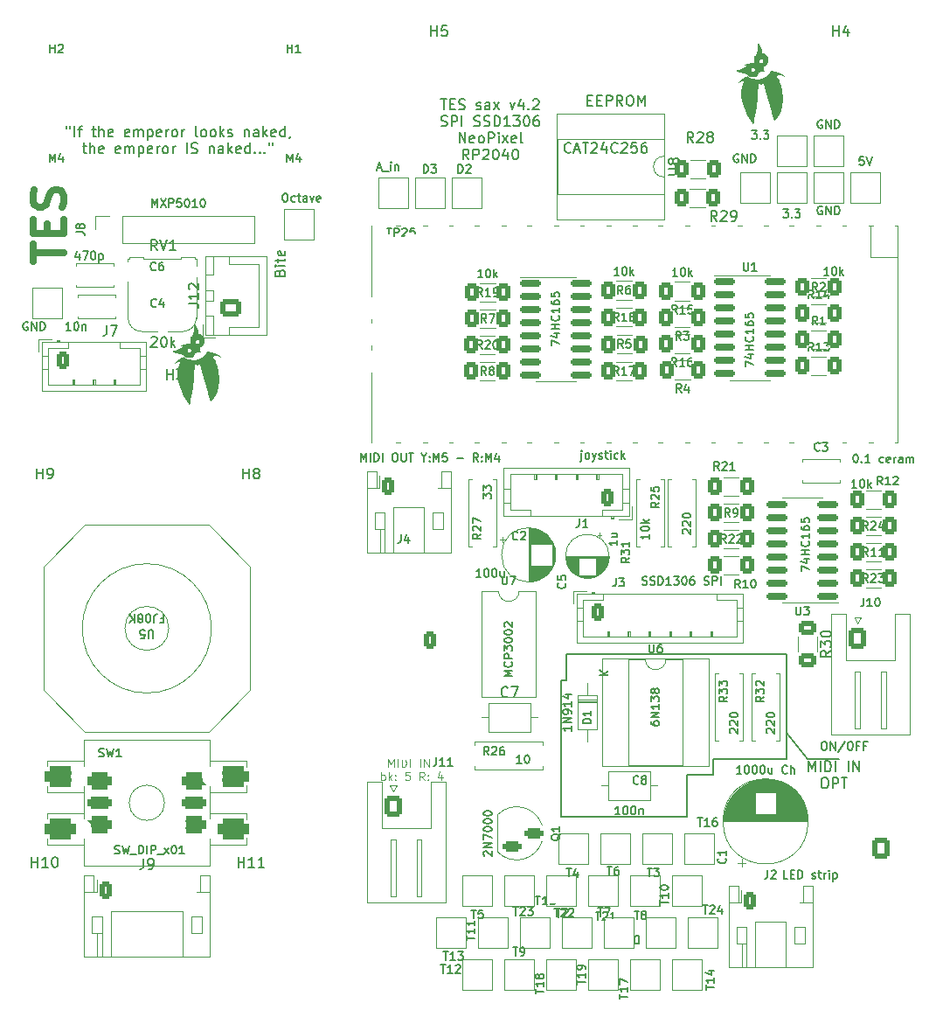
<source format=gto>
%TF.GenerationSoftware,KiCad,Pcbnew,6.0.11+dfsg-1~bpo11+1*%
%TF.CreationDate,2025-04-08T22:30:36+02:00*%
%TF.ProjectId,v4d2_pico,76346432-5f70-4696-936f-2e6b69636164,rev?*%
%TF.SameCoordinates,Original*%
%TF.FileFunction,Legend,Top*%
%TF.FilePolarity,Positive*%
%FSLAX46Y46*%
G04 Gerber Fmt 4.6, Leading zero omitted, Abs format (unit mm)*
G04 Created by KiCad (PCBNEW 6.0.11+dfsg-1~bpo11+1) date 2025-04-08 22:30:36*
%MOMM*%
%LPD*%
G01*
G04 APERTURE LIST*
G04 Aperture macros list*
%AMRoundRect*
0 Rectangle with rounded corners*
0 $1 Rounding radius*
0 $2 $3 $4 $5 $6 $7 $8 $9 X,Y pos of 4 corners*
0 Add a 4 corners polygon primitive as box body*
4,1,4,$2,$3,$4,$5,$6,$7,$8,$9,$2,$3,0*
0 Add four circle primitives for the rounded corners*
1,1,$1+$1,$2,$3*
1,1,$1+$1,$4,$5*
1,1,$1+$1,$6,$7*
1,1,$1+$1,$8,$9*
0 Add four rect primitives between the rounded corners*
20,1,$1+$1,$2,$3,$4,$5,0*
20,1,$1+$1,$4,$5,$6,$7,0*
20,1,$1+$1,$6,$7,$8,$9,0*
20,1,$1+$1,$8,$9,$2,$3,0*%
G04 Aperture macros list end*
%ADD10C,0.150000*%
%ADD11C,0.200000*%
%ADD12C,0.120000*%
%ADD13C,0.700000*%
%ADD14C,1.600000*%
%ADD15O,1.600000X1.600000*%
%ADD16R,1.600000X1.600000*%
%ADD17R,2.500000X2.500000*%
%ADD18RoundRect,0.150000X-0.825000X-0.150000X0.825000X-0.150000X0.825000X0.150000X-0.825000X0.150000X0*%
%ADD19RoundRect,0.150000X0.825000X0.150000X-0.825000X0.150000X-0.825000X-0.150000X0.825000X-0.150000X0*%
%ADD20RoundRect,0.250000X0.350000X0.625000X-0.350000X0.625000X-0.350000X-0.625000X0.350000X-0.625000X0*%
%ADD21O,1.200000X1.750000*%
%ADD22RoundRect,0.250000X-0.350000X-0.625000X0.350000X-0.625000X0.350000X0.625000X-0.350000X0.625000X0*%
%ADD23C,3.200000*%
%ADD24RoundRect,0.250000X-0.400000X-0.625000X0.400000X-0.625000X0.400000X0.625000X-0.400000X0.625000X0*%
%ADD25RoundRect,0.250000X0.400000X0.625000X-0.400000X0.625000X-0.400000X-0.625000X0.400000X-0.625000X0*%
%ADD26O,1.700000X1.700000*%
%ADD27R,1.700000X1.700000*%
%ADD28RoundRect,0.250000X-0.600000X-0.750000X0.600000X-0.750000X0.600000X0.750000X-0.600000X0.750000X0*%
%ADD29O,1.700000X2.000000*%
%ADD30R,1.500000X1.500000*%
%ADD31O,1.500000X1.500000*%
%ADD32RoundRect,0.250000X0.750000X-0.600000X0.750000X0.600000X-0.750000X0.600000X-0.750000X-0.600000X0*%
%ADD33O,2.000000X1.700000*%
%ADD34RoundRect,0.500000X-1.000000X-0.500000X1.000000X-0.500000X1.000000X0.500000X-1.000000X0.500000X0*%
%ADD35C,1.700000*%
%ADD36C,1.400000*%
%ADD37RoundRect,0.425000X-0.725000X-0.425000X0.725000X-0.425000X0.725000X0.425000X-0.725000X0.425000X0*%
%ADD38C,2.000000*%
%ADD39RoundRect,0.300000X-0.850000X-0.300000X0.850000X-0.300000X0.850000X0.300000X-0.850000X0.300000X0*%
%ADD40RoundRect,0.250000X-0.625000X0.400000X-0.625000X-0.400000X0.625000X-0.400000X0.625000X0.400000X0*%
%ADD41C,1.524000*%
%ADD42O,1.524000X2.000000*%
%ADD43O,2.000000X1.524000*%
%ADD44C,4.300000*%
%ADD45R,1.560000X1.560000*%
%ADD46C,1.560000*%
%ADD47R,1.800000X1.100000*%
%ADD48RoundRect,0.275000X-0.625000X0.275000X-0.625000X-0.275000X0.625000X-0.275000X0.625000X0.275000X0*%
%ADD49R,1.200000X1.200000*%
%ADD50C,1.200000*%
%ADD51RoundRect,0.250000X0.600000X0.750000X-0.600000X0.750000X-0.600000X-0.750000X0.600000X-0.750000X0*%
G04 APERTURE END LIST*
D10*
X237109000Y-88138000D02*
X237109000Y-89662000D01*
X246253000Y-88138000D02*
X244221000Y-85598000D01*
X244221000Y-88138000D02*
X237109000Y-88138000D01*
X222885000Y-80518000D02*
X222885000Y-77978000D01*
X222885000Y-77978000D02*
X244221000Y-77978000D01*
X222377000Y-80518000D02*
X222885000Y-80518000D01*
X237109000Y-89662000D02*
X234569000Y-89662000D01*
X222377000Y-93726000D02*
X222377000Y-80518000D01*
X249301000Y-88138000D02*
X246253000Y-88138000D01*
X234569000Y-89662000D02*
X234569000Y-93726000D01*
X234569000Y-93726000D02*
X222377000Y-93726000D01*
X244221000Y-77978000D02*
X244221000Y-88138000D01*
D11*
X210709476Y-24215380D02*
X211280904Y-24215380D01*
X210995190Y-25215380D02*
X210995190Y-24215380D01*
X211614238Y-24691571D02*
X211947571Y-24691571D01*
X212090428Y-25215380D02*
X211614238Y-25215380D01*
X211614238Y-24215380D01*
X212090428Y-24215380D01*
X212471380Y-25167761D02*
X212614238Y-25215380D01*
X212852333Y-25215380D01*
X212947571Y-25167761D01*
X212995190Y-25120142D01*
X213042809Y-25024904D01*
X213042809Y-24929666D01*
X212995190Y-24834428D01*
X212947571Y-24786809D01*
X212852333Y-24739190D01*
X212661857Y-24691571D01*
X212566619Y-24643952D01*
X212519000Y-24596333D01*
X212471380Y-24501095D01*
X212471380Y-24405857D01*
X212519000Y-24310619D01*
X212566619Y-24263000D01*
X212661857Y-24215380D01*
X212899952Y-24215380D01*
X213042809Y-24263000D01*
X214185666Y-25167761D02*
X214280904Y-25215380D01*
X214471380Y-25215380D01*
X214566619Y-25167761D01*
X214614238Y-25072523D01*
X214614238Y-25024904D01*
X214566619Y-24929666D01*
X214471380Y-24882047D01*
X214328523Y-24882047D01*
X214233285Y-24834428D01*
X214185666Y-24739190D01*
X214185666Y-24691571D01*
X214233285Y-24596333D01*
X214328523Y-24548714D01*
X214471380Y-24548714D01*
X214566619Y-24596333D01*
X215471380Y-25215380D02*
X215471380Y-24691571D01*
X215423761Y-24596333D01*
X215328523Y-24548714D01*
X215138047Y-24548714D01*
X215042809Y-24596333D01*
X215471380Y-25167761D02*
X215376142Y-25215380D01*
X215138047Y-25215380D01*
X215042809Y-25167761D01*
X214995190Y-25072523D01*
X214995190Y-24977285D01*
X215042809Y-24882047D01*
X215138047Y-24834428D01*
X215376142Y-24834428D01*
X215471380Y-24786809D01*
X215852333Y-25215380D02*
X216376142Y-24548714D01*
X215852333Y-24548714D02*
X216376142Y-25215380D01*
X217423761Y-24548714D02*
X217661857Y-25215380D01*
X217899952Y-24548714D01*
X218709476Y-24548714D02*
X218709476Y-25215380D01*
X218471380Y-24167761D02*
X218233285Y-24882047D01*
X218852333Y-24882047D01*
X219233285Y-25120142D02*
X219280904Y-25167761D01*
X219233285Y-25215380D01*
X219185666Y-25167761D01*
X219233285Y-25120142D01*
X219233285Y-25215380D01*
X219661857Y-24310619D02*
X219709476Y-24263000D01*
X219804714Y-24215380D01*
X220042809Y-24215380D01*
X220138047Y-24263000D01*
X220185666Y-24310619D01*
X220233285Y-24405857D01*
X220233285Y-24501095D01*
X220185666Y-24643952D01*
X219614238Y-25215380D01*
X220233285Y-25215380D01*
X210757095Y-26777761D02*
X210899952Y-26825380D01*
X211138047Y-26825380D01*
X211233285Y-26777761D01*
X211280904Y-26730142D01*
X211328523Y-26634904D01*
X211328523Y-26539666D01*
X211280904Y-26444428D01*
X211233285Y-26396809D01*
X211138047Y-26349190D01*
X210947571Y-26301571D01*
X210852333Y-26253952D01*
X210804714Y-26206333D01*
X210757095Y-26111095D01*
X210757095Y-26015857D01*
X210804714Y-25920619D01*
X210852333Y-25873000D01*
X210947571Y-25825380D01*
X211185666Y-25825380D01*
X211328523Y-25873000D01*
X211757095Y-26825380D02*
X211757095Y-25825380D01*
X212138047Y-25825380D01*
X212233285Y-25873000D01*
X212280904Y-25920619D01*
X212328523Y-26015857D01*
X212328523Y-26158714D01*
X212280904Y-26253952D01*
X212233285Y-26301571D01*
X212138047Y-26349190D01*
X211757095Y-26349190D01*
X212757095Y-26825380D02*
X212757095Y-25825380D01*
X213947571Y-26777761D02*
X214090428Y-26825380D01*
X214328523Y-26825380D01*
X214423761Y-26777761D01*
X214471380Y-26730142D01*
X214519000Y-26634904D01*
X214519000Y-26539666D01*
X214471380Y-26444428D01*
X214423761Y-26396809D01*
X214328523Y-26349190D01*
X214138047Y-26301571D01*
X214042809Y-26253952D01*
X213995190Y-26206333D01*
X213947571Y-26111095D01*
X213947571Y-26015857D01*
X213995190Y-25920619D01*
X214042809Y-25873000D01*
X214138047Y-25825380D01*
X214376142Y-25825380D01*
X214519000Y-25873000D01*
X214899952Y-26777761D02*
X215042809Y-26825380D01*
X215280904Y-26825380D01*
X215376142Y-26777761D01*
X215423761Y-26730142D01*
X215471380Y-26634904D01*
X215471380Y-26539666D01*
X215423761Y-26444428D01*
X215376142Y-26396809D01*
X215280904Y-26349190D01*
X215090428Y-26301571D01*
X214995190Y-26253952D01*
X214947571Y-26206333D01*
X214899952Y-26111095D01*
X214899952Y-26015857D01*
X214947571Y-25920619D01*
X214995190Y-25873000D01*
X215090428Y-25825380D01*
X215328523Y-25825380D01*
X215471380Y-25873000D01*
X215899952Y-26825380D02*
X215899952Y-25825380D01*
X216138047Y-25825380D01*
X216280904Y-25873000D01*
X216376142Y-25968238D01*
X216423761Y-26063476D01*
X216471380Y-26253952D01*
X216471380Y-26396809D01*
X216423761Y-26587285D01*
X216376142Y-26682523D01*
X216280904Y-26777761D01*
X216138047Y-26825380D01*
X215899952Y-26825380D01*
X217423761Y-26825380D02*
X216852333Y-26825380D01*
X217138047Y-26825380D02*
X217138047Y-25825380D01*
X217042809Y-25968238D01*
X216947571Y-26063476D01*
X216852333Y-26111095D01*
X217757095Y-25825380D02*
X218376142Y-25825380D01*
X218042809Y-26206333D01*
X218185666Y-26206333D01*
X218280904Y-26253952D01*
X218328523Y-26301571D01*
X218376142Y-26396809D01*
X218376142Y-26634904D01*
X218328523Y-26730142D01*
X218280904Y-26777761D01*
X218185666Y-26825380D01*
X217899952Y-26825380D01*
X217804714Y-26777761D01*
X217757095Y-26730142D01*
X218995190Y-25825380D02*
X219090428Y-25825380D01*
X219185666Y-25873000D01*
X219233285Y-25920619D01*
X219280904Y-26015857D01*
X219328523Y-26206333D01*
X219328523Y-26444428D01*
X219280904Y-26634904D01*
X219233285Y-26730142D01*
X219185666Y-26777761D01*
X219090428Y-26825380D01*
X218995190Y-26825380D01*
X218899952Y-26777761D01*
X218852333Y-26730142D01*
X218804714Y-26634904D01*
X218757095Y-26444428D01*
X218757095Y-26206333D01*
X218804714Y-26015857D01*
X218852333Y-25920619D01*
X218899952Y-25873000D01*
X218995190Y-25825380D01*
X220185666Y-25825380D02*
X219995190Y-25825380D01*
X219899952Y-25873000D01*
X219852333Y-25920619D01*
X219757095Y-26063476D01*
X219709476Y-26253952D01*
X219709476Y-26634904D01*
X219757095Y-26730142D01*
X219804714Y-26777761D01*
X219899952Y-26825380D01*
X220090428Y-26825380D01*
X220185666Y-26777761D01*
X220233285Y-26730142D01*
X220280904Y-26634904D01*
X220280904Y-26396809D01*
X220233285Y-26301571D01*
X220185666Y-26253952D01*
X220090428Y-26206333D01*
X219899952Y-26206333D01*
X219804714Y-26253952D01*
X219757095Y-26301571D01*
X219709476Y-26396809D01*
X212519000Y-28435380D02*
X212519000Y-27435380D01*
X213090428Y-28435380D01*
X213090428Y-27435380D01*
X213947571Y-28387761D02*
X213852333Y-28435380D01*
X213661857Y-28435380D01*
X213566619Y-28387761D01*
X213519000Y-28292523D01*
X213519000Y-27911571D01*
X213566619Y-27816333D01*
X213661857Y-27768714D01*
X213852333Y-27768714D01*
X213947571Y-27816333D01*
X213995190Y-27911571D01*
X213995190Y-28006809D01*
X213519000Y-28102047D01*
X214566619Y-28435380D02*
X214471380Y-28387761D01*
X214423761Y-28340142D01*
X214376142Y-28244904D01*
X214376142Y-27959190D01*
X214423761Y-27863952D01*
X214471380Y-27816333D01*
X214566619Y-27768714D01*
X214709476Y-27768714D01*
X214804714Y-27816333D01*
X214852333Y-27863952D01*
X214899952Y-27959190D01*
X214899952Y-28244904D01*
X214852333Y-28340142D01*
X214804714Y-28387761D01*
X214709476Y-28435380D01*
X214566619Y-28435380D01*
X215328523Y-28435380D02*
X215328523Y-27435380D01*
X215709476Y-27435380D01*
X215804714Y-27483000D01*
X215852333Y-27530619D01*
X215899952Y-27625857D01*
X215899952Y-27768714D01*
X215852333Y-27863952D01*
X215804714Y-27911571D01*
X215709476Y-27959190D01*
X215328523Y-27959190D01*
X216328523Y-28435380D02*
X216328523Y-27768714D01*
X216328523Y-27435380D02*
X216280904Y-27483000D01*
X216328523Y-27530619D01*
X216376142Y-27483000D01*
X216328523Y-27435380D01*
X216328523Y-27530619D01*
X216709476Y-28435380D02*
X217233285Y-27768714D01*
X216709476Y-27768714D02*
X217233285Y-28435380D01*
X217995190Y-28387761D02*
X217899952Y-28435380D01*
X217709476Y-28435380D01*
X217614238Y-28387761D01*
X217566619Y-28292523D01*
X217566619Y-27911571D01*
X217614238Y-27816333D01*
X217709476Y-27768714D01*
X217899952Y-27768714D01*
X217995190Y-27816333D01*
X218042809Y-27911571D01*
X218042809Y-28006809D01*
X217566619Y-28102047D01*
X218614238Y-28435380D02*
X218519000Y-28387761D01*
X218471380Y-28292523D01*
X218471380Y-27435380D01*
X213423761Y-30045380D02*
X213090428Y-29569190D01*
X212852333Y-30045380D02*
X212852333Y-29045380D01*
X213233285Y-29045380D01*
X213328523Y-29093000D01*
X213376142Y-29140619D01*
X213423761Y-29235857D01*
X213423761Y-29378714D01*
X213376142Y-29473952D01*
X213328523Y-29521571D01*
X213233285Y-29569190D01*
X212852333Y-29569190D01*
X213852333Y-30045380D02*
X213852333Y-29045380D01*
X214233285Y-29045380D01*
X214328523Y-29093000D01*
X214376142Y-29140619D01*
X214423761Y-29235857D01*
X214423761Y-29378714D01*
X214376142Y-29473952D01*
X214328523Y-29521571D01*
X214233285Y-29569190D01*
X213852333Y-29569190D01*
X214804714Y-29140619D02*
X214852333Y-29093000D01*
X214947571Y-29045380D01*
X215185666Y-29045380D01*
X215280904Y-29093000D01*
X215328523Y-29140619D01*
X215376142Y-29235857D01*
X215376142Y-29331095D01*
X215328523Y-29473952D01*
X214757095Y-30045380D01*
X215376142Y-30045380D01*
X215995190Y-29045380D02*
X216090428Y-29045380D01*
X216185666Y-29093000D01*
X216233285Y-29140619D01*
X216280904Y-29235857D01*
X216328523Y-29426333D01*
X216328523Y-29664428D01*
X216280904Y-29854904D01*
X216233285Y-29950142D01*
X216185666Y-29997761D01*
X216090428Y-30045380D01*
X215995190Y-30045380D01*
X215899952Y-29997761D01*
X215852333Y-29950142D01*
X215804714Y-29854904D01*
X215757095Y-29664428D01*
X215757095Y-29426333D01*
X215804714Y-29235857D01*
X215852333Y-29140619D01*
X215899952Y-29093000D01*
X215995190Y-29045380D01*
X217185666Y-29378714D02*
X217185666Y-30045380D01*
X216947571Y-28997761D02*
X216709476Y-29712047D01*
X217328523Y-29712047D01*
X217899952Y-29045380D02*
X217995190Y-29045380D01*
X218090428Y-29093000D01*
X218138047Y-29140619D01*
X218185666Y-29235857D01*
X218233285Y-29426333D01*
X218233285Y-29664428D01*
X218185666Y-29854904D01*
X218138047Y-29950142D01*
X218090428Y-29997761D01*
X217995190Y-30045380D01*
X217899952Y-30045380D01*
X217804714Y-29997761D01*
X217757095Y-29950142D01*
X217709476Y-29854904D01*
X217661857Y-29664428D01*
X217661857Y-29426333D01*
X217709476Y-29235857D01*
X217757095Y-29140619D01*
X217804714Y-29093000D01*
X217899952Y-29045380D01*
D12*
X205632333Y-88871904D02*
X205632333Y-88071904D01*
X205899000Y-88643333D01*
X206165666Y-88071904D01*
X206165666Y-88871904D01*
X206546619Y-88871904D02*
X206546619Y-88071904D01*
X206927571Y-88871904D02*
X206927571Y-88071904D01*
X207118047Y-88071904D01*
X207232333Y-88110000D01*
X207308523Y-88186190D01*
X207346619Y-88262380D01*
X207384714Y-88414761D01*
X207384714Y-88529047D01*
X207346619Y-88681428D01*
X207308523Y-88757619D01*
X207232333Y-88833809D01*
X207118047Y-88871904D01*
X206927571Y-88871904D01*
X207727571Y-88871904D02*
X207727571Y-88071904D01*
X208718047Y-88871904D02*
X208718047Y-88071904D01*
X209099000Y-88871904D02*
X209099000Y-88071904D01*
X209556142Y-88871904D01*
X209556142Y-88071904D01*
X204946619Y-90159904D02*
X204946619Y-89359904D01*
X204946619Y-89664666D02*
X205022809Y-89626571D01*
X205175190Y-89626571D01*
X205251380Y-89664666D01*
X205289476Y-89702761D01*
X205327571Y-89778952D01*
X205327571Y-90007523D01*
X205289476Y-90083714D01*
X205251380Y-90121809D01*
X205175190Y-90159904D01*
X205022809Y-90159904D01*
X204946619Y-90121809D01*
X205670428Y-90159904D02*
X205670428Y-89359904D01*
X205746619Y-89855142D02*
X205975190Y-90159904D01*
X205975190Y-89626571D02*
X205670428Y-89931333D01*
X206318047Y-90083714D02*
X206356142Y-90121809D01*
X206318047Y-90159904D01*
X206279952Y-90121809D01*
X206318047Y-90083714D01*
X206318047Y-90159904D01*
X206318047Y-89664666D02*
X206356142Y-89702761D01*
X206318047Y-89740857D01*
X206279952Y-89702761D01*
X206318047Y-89664666D01*
X206318047Y-89740857D01*
X207689476Y-89359904D02*
X207308523Y-89359904D01*
X207270428Y-89740857D01*
X207308523Y-89702761D01*
X207384714Y-89664666D01*
X207575190Y-89664666D01*
X207651380Y-89702761D01*
X207689476Y-89740857D01*
X207727571Y-89817047D01*
X207727571Y-90007523D01*
X207689476Y-90083714D01*
X207651380Y-90121809D01*
X207575190Y-90159904D01*
X207384714Y-90159904D01*
X207308523Y-90121809D01*
X207270428Y-90083714D01*
X209137095Y-90159904D02*
X208870428Y-89778952D01*
X208679952Y-90159904D02*
X208679952Y-89359904D01*
X208984714Y-89359904D01*
X209060904Y-89398000D01*
X209099000Y-89436095D01*
X209137095Y-89512285D01*
X209137095Y-89626571D01*
X209099000Y-89702761D01*
X209060904Y-89740857D01*
X208984714Y-89778952D01*
X208679952Y-89778952D01*
X209479952Y-90083714D02*
X209518047Y-90121809D01*
X209479952Y-90159904D01*
X209441857Y-90121809D01*
X209479952Y-90083714D01*
X209479952Y-90159904D01*
X209479952Y-89664666D02*
X209518047Y-89702761D01*
X209479952Y-89740857D01*
X209441857Y-89702761D01*
X209479952Y-89664666D01*
X209479952Y-89740857D01*
X210813285Y-89626571D02*
X210813285Y-90159904D01*
X210622809Y-89321809D02*
X210432333Y-89893238D01*
X210927571Y-89893238D01*
D10*
X224949095Y-24312571D02*
X225282428Y-24312571D01*
X225425285Y-24836380D02*
X224949095Y-24836380D01*
X224949095Y-23836380D01*
X225425285Y-23836380D01*
X225853857Y-24312571D02*
X226187190Y-24312571D01*
X226330047Y-24836380D02*
X225853857Y-24836380D01*
X225853857Y-23836380D01*
X226330047Y-23836380D01*
X226758619Y-24836380D02*
X226758619Y-23836380D01*
X227139571Y-23836380D01*
X227234809Y-23884000D01*
X227282428Y-23931619D01*
X227330047Y-24026857D01*
X227330047Y-24169714D01*
X227282428Y-24264952D01*
X227234809Y-24312571D01*
X227139571Y-24360190D01*
X226758619Y-24360190D01*
X228330047Y-24836380D02*
X227996714Y-24360190D01*
X227758619Y-24836380D02*
X227758619Y-23836380D01*
X228139571Y-23836380D01*
X228234809Y-23884000D01*
X228282428Y-23931619D01*
X228330047Y-24026857D01*
X228330047Y-24169714D01*
X228282428Y-24264952D01*
X228234809Y-24312571D01*
X228139571Y-24360190D01*
X227758619Y-24360190D01*
X228949095Y-23836380D02*
X229139571Y-23836380D01*
X229234809Y-23884000D01*
X229330047Y-23979238D01*
X229377666Y-24169714D01*
X229377666Y-24503047D01*
X229330047Y-24693523D01*
X229234809Y-24788761D01*
X229139571Y-24836380D01*
X228949095Y-24836380D01*
X228853857Y-24788761D01*
X228758619Y-24693523D01*
X228711000Y-24503047D01*
X228711000Y-24169714D01*
X228758619Y-23979238D01*
X228853857Y-23884000D01*
X228949095Y-23836380D01*
X229806238Y-24836380D02*
X229806238Y-23836380D01*
X230139571Y-24550666D01*
X230472904Y-23836380D01*
X230472904Y-24836380D01*
X174435857Y-26841380D02*
X174435857Y-27031857D01*
X174816809Y-26841380D02*
X174816809Y-27031857D01*
X175245380Y-27841380D02*
X175245380Y-26841380D01*
X175578714Y-27174714D02*
X175959666Y-27174714D01*
X175721571Y-27841380D02*
X175721571Y-26984238D01*
X175769190Y-26889000D01*
X175864428Y-26841380D01*
X175959666Y-26841380D01*
X176912047Y-27174714D02*
X177293000Y-27174714D01*
X177054904Y-26841380D02*
X177054904Y-27698523D01*
X177102523Y-27793761D01*
X177197761Y-27841380D01*
X177293000Y-27841380D01*
X177626333Y-27841380D02*
X177626333Y-26841380D01*
X178054904Y-27841380D02*
X178054904Y-27317571D01*
X178007285Y-27222333D01*
X177912047Y-27174714D01*
X177769190Y-27174714D01*
X177673952Y-27222333D01*
X177626333Y-27269952D01*
X178912047Y-27793761D02*
X178816809Y-27841380D01*
X178626333Y-27841380D01*
X178531095Y-27793761D01*
X178483476Y-27698523D01*
X178483476Y-27317571D01*
X178531095Y-27222333D01*
X178626333Y-27174714D01*
X178816809Y-27174714D01*
X178912047Y-27222333D01*
X178959666Y-27317571D01*
X178959666Y-27412809D01*
X178483476Y-27508047D01*
X180531095Y-27793761D02*
X180435857Y-27841380D01*
X180245380Y-27841380D01*
X180150142Y-27793761D01*
X180102523Y-27698523D01*
X180102523Y-27317571D01*
X180150142Y-27222333D01*
X180245380Y-27174714D01*
X180435857Y-27174714D01*
X180531095Y-27222333D01*
X180578714Y-27317571D01*
X180578714Y-27412809D01*
X180102523Y-27508047D01*
X181007285Y-27841380D02*
X181007285Y-27174714D01*
X181007285Y-27269952D02*
X181054904Y-27222333D01*
X181150142Y-27174714D01*
X181293000Y-27174714D01*
X181388238Y-27222333D01*
X181435857Y-27317571D01*
X181435857Y-27841380D01*
X181435857Y-27317571D02*
X181483476Y-27222333D01*
X181578714Y-27174714D01*
X181721571Y-27174714D01*
X181816809Y-27222333D01*
X181864428Y-27317571D01*
X181864428Y-27841380D01*
X182340619Y-27174714D02*
X182340619Y-28174714D01*
X182340619Y-27222333D02*
X182435857Y-27174714D01*
X182626333Y-27174714D01*
X182721571Y-27222333D01*
X182769190Y-27269952D01*
X182816809Y-27365190D01*
X182816809Y-27650904D01*
X182769190Y-27746142D01*
X182721571Y-27793761D01*
X182626333Y-27841380D01*
X182435857Y-27841380D01*
X182340619Y-27793761D01*
X183626333Y-27793761D02*
X183531095Y-27841380D01*
X183340619Y-27841380D01*
X183245380Y-27793761D01*
X183197761Y-27698523D01*
X183197761Y-27317571D01*
X183245380Y-27222333D01*
X183340619Y-27174714D01*
X183531095Y-27174714D01*
X183626333Y-27222333D01*
X183673952Y-27317571D01*
X183673952Y-27412809D01*
X183197761Y-27508047D01*
X184102523Y-27841380D02*
X184102523Y-27174714D01*
X184102523Y-27365190D02*
X184150142Y-27269952D01*
X184197761Y-27222333D01*
X184293000Y-27174714D01*
X184388238Y-27174714D01*
X184864428Y-27841380D02*
X184769190Y-27793761D01*
X184721571Y-27746142D01*
X184673952Y-27650904D01*
X184673952Y-27365190D01*
X184721571Y-27269952D01*
X184769190Y-27222333D01*
X184864428Y-27174714D01*
X185007285Y-27174714D01*
X185102523Y-27222333D01*
X185150142Y-27269952D01*
X185197761Y-27365190D01*
X185197761Y-27650904D01*
X185150142Y-27746142D01*
X185102523Y-27793761D01*
X185007285Y-27841380D01*
X184864428Y-27841380D01*
X185626333Y-27841380D02*
X185626333Y-27174714D01*
X185626333Y-27365190D02*
X185673952Y-27269952D01*
X185721571Y-27222333D01*
X185816809Y-27174714D01*
X185912047Y-27174714D01*
X187150142Y-27841380D02*
X187054904Y-27793761D01*
X187007285Y-27698523D01*
X187007285Y-26841380D01*
X187673952Y-27841380D02*
X187578714Y-27793761D01*
X187531095Y-27746142D01*
X187483476Y-27650904D01*
X187483476Y-27365190D01*
X187531095Y-27269952D01*
X187578714Y-27222333D01*
X187673952Y-27174714D01*
X187816809Y-27174714D01*
X187912047Y-27222333D01*
X187959666Y-27269952D01*
X188007285Y-27365190D01*
X188007285Y-27650904D01*
X187959666Y-27746142D01*
X187912047Y-27793761D01*
X187816809Y-27841380D01*
X187673952Y-27841380D01*
X188578714Y-27841380D02*
X188483476Y-27793761D01*
X188435857Y-27746142D01*
X188388238Y-27650904D01*
X188388238Y-27365190D01*
X188435857Y-27269952D01*
X188483476Y-27222333D01*
X188578714Y-27174714D01*
X188721571Y-27174714D01*
X188816809Y-27222333D01*
X188864428Y-27269952D01*
X188912047Y-27365190D01*
X188912047Y-27650904D01*
X188864428Y-27746142D01*
X188816809Y-27793761D01*
X188721571Y-27841380D01*
X188578714Y-27841380D01*
X189340619Y-27841380D02*
X189340619Y-26841380D01*
X189435857Y-27460428D02*
X189721571Y-27841380D01*
X189721571Y-27174714D02*
X189340619Y-27555666D01*
X190102523Y-27793761D02*
X190197761Y-27841380D01*
X190388238Y-27841380D01*
X190483476Y-27793761D01*
X190531095Y-27698523D01*
X190531095Y-27650904D01*
X190483476Y-27555666D01*
X190388238Y-27508047D01*
X190245380Y-27508047D01*
X190150142Y-27460428D01*
X190102523Y-27365190D01*
X190102523Y-27317571D01*
X190150142Y-27222333D01*
X190245380Y-27174714D01*
X190388238Y-27174714D01*
X190483476Y-27222333D01*
X191721571Y-27174714D02*
X191721571Y-27841380D01*
X191721571Y-27269952D02*
X191769190Y-27222333D01*
X191864428Y-27174714D01*
X192007285Y-27174714D01*
X192102523Y-27222333D01*
X192150142Y-27317571D01*
X192150142Y-27841380D01*
X193054904Y-27841380D02*
X193054904Y-27317571D01*
X193007285Y-27222333D01*
X192912047Y-27174714D01*
X192721571Y-27174714D01*
X192626333Y-27222333D01*
X193054904Y-27793761D02*
X192959666Y-27841380D01*
X192721571Y-27841380D01*
X192626333Y-27793761D01*
X192578714Y-27698523D01*
X192578714Y-27603285D01*
X192626333Y-27508047D01*
X192721571Y-27460428D01*
X192959666Y-27460428D01*
X193054904Y-27412809D01*
X193531095Y-27841380D02*
X193531095Y-26841380D01*
X193626333Y-27460428D02*
X193912047Y-27841380D01*
X193912047Y-27174714D02*
X193531095Y-27555666D01*
X194721571Y-27793761D02*
X194626333Y-27841380D01*
X194435857Y-27841380D01*
X194340619Y-27793761D01*
X194293000Y-27698523D01*
X194293000Y-27317571D01*
X194340619Y-27222333D01*
X194435857Y-27174714D01*
X194626333Y-27174714D01*
X194721571Y-27222333D01*
X194769190Y-27317571D01*
X194769190Y-27412809D01*
X194293000Y-27508047D01*
X195626333Y-27841380D02*
X195626333Y-26841380D01*
X195626333Y-27793761D02*
X195531095Y-27841380D01*
X195340619Y-27841380D01*
X195245380Y-27793761D01*
X195197761Y-27746142D01*
X195150142Y-27650904D01*
X195150142Y-27365190D01*
X195197761Y-27269952D01*
X195245380Y-27222333D01*
X195340619Y-27174714D01*
X195531095Y-27174714D01*
X195626333Y-27222333D01*
X196150142Y-27793761D02*
X196150142Y-27841380D01*
X196102523Y-27936619D01*
X196054904Y-27984238D01*
X176031095Y-28784714D02*
X176412047Y-28784714D01*
X176173952Y-28451380D02*
X176173952Y-29308523D01*
X176221571Y-29403761D01*
X176316809Y-29451380D01*
X176412047Y-29451380D01*
X176745380Y-29451380D02*
X176745380Y-28451380D01*
X177173952Y-29451380D02*
X177173952Y-28927571D01*
X177126333Y-28832333D01*
X177031095Y-28784714D01*
X176888238Y-28784714D01*
X176793000Y-28832333D01*
X176745380Y-28879952D01*
X178031095Y-29403761D02*
X177935857Y-29451380D01*
X177745380Y-29451380D01*
X177650142Y-29403761D01*
X177602523Y-29308523D01*
X177602523Y-28927571D01*
X177650142Y-28832333D01*
X177745380Y-28784714D01*
X177935857Y-28784714D01*
X178031095Y-28832333D01*
X178078714Y-28927571D01*
X178078714Y-29022809D01*
X177602523Y-29118047D01*
X179650142Y-29403761D02*
X179554904Y-29451380D01*
X179364428Y-29451380D01*
X179269190Y-29403761D01*
X179221571Y-29308523D01*
X179221571Y-28927571D01*
X179269190Y-28832333D01*
X179364428Y-28784714D01*
X179554904Y-28784714D01*
X179650142Y-28832333D01*
X179697761Y-28927571D01*
X179697761Y-29022809D01*
X179221571Y-29118047D01*
X180126333Y-29451380D02*
X180126333Y-28784714D01*
X180126333Y-28879952D02*
X180173952Y-28832333D01*
X180269190Y-28784714D01*
X180412047Y-28784714D01*
X180507285Y-28832333D01*
X180554904Y-28927571D01*
X180554904Y-29451380D01*
X180554904Y-28927571D02*
X180602523Y-28832333D01*
X180697761Y-28784714D01*
X180840619Y-28784714D01*
X180935857Y-28832333D01*
X180983476Y-28927571D01*
X180983476Y-29451380D01*
X181459666Y-28784714D02*
X181459666Y-29784714D01*
X181459666Y-28832333D02*
X181554904Y-28784714D01*
X181745380Y-28784714D01*
X181840619Y-28832333D01*
X181888238Y-28879952D01*
X181935857Y-28975190D01*
X181935857Y-29260904D01*
X181888238Y-29356142D01*
X181840619Y-29403761D01*
X181745380Y-29451380D01*
X181554904Y-29451380D01*
X181459666Y-29403761D01*
X182745380Y-29403761D02*
X182650142Y-29451380D01*
X182459666Y-29451380D01*
X182364428Y-29403761D01*
X182316809Y-29308523D01*
X182316809Y-28927571D01*
X182364428Y-28832333D01*
X182459666Y-28784714D01*
X182650142Y-28784714D01*
X182745380Y-28832333D01*
X182793000Y-28927571D01*
X182793000Y-29022809D01*
X182316809Y-29118047D01*
X183221571Y-29451380D02*
X183221571Y-28784714D01*
X183221571Y-28975190D02*
X183269190Y-28879952D01*
X183316809Y-28832333D01*
X183412047Y-28784714D01*
X183507285Y-28784714D01*
X183983476Y-29451380D02*
X183888238Y-29403761D01*
X183840619Y-29356142D01*
X183793000Y-29260904D01*
X183793000Y-28975190D01*
X183840619Y-28879952D01*
X183888238Y-28832333D01*
X183983476Y-28784714D01*
X184126333Y-28784714D01*
X184221571Y-28832333D01*
X184269190Y-28879952D01*
X184316809Y-28975190D01*
X184316809Y-29260904D01*
X184269190Y-29356142D01*
X184221571Y-29403761D01*
X184126333Y-29451380D01*
X183983476Y-29451380D01*
X184745380Y-29451380D02*
X184745380Y-28784714D01*
X184745380Y-28975190D02*
X184793000Y-28879952D01*
X184840619Y-28832333D01*
X184935857Y-28784714D01*
X185031095Y-28784714D01*
X186126333Y-29451380D02*
X186126333Y-28451380D01*
X186554904Y-29403761D02*
X186697761Y-29451380D01*
X186935857Y-29451380D01*
X187031095Y-29403761D01*
X187078714Y-29356142D01*
X187126333Y-29260904D01*
X187126333Y-29165666D01*
X187078714Y-29070428D01*
X187031095Y-29022809D01*
X186935857Y-28975190D01*
X186745380Y-28927571D01*
X186650142Y-28879952D01*
X186602523Y-28832333D01*
X186554904Y-28737095D01*
X186554904Y-28641857D01*
X186602523Y-28546619D01*
X186650142Y-28499000D01*
X186745380Y-28451380D01*
X186983476Y-28451380D01*
X187126333Y-28499000D01*
X188316809Y-28784714D02*
X188316809Y-29451380D01*
X188316809Y-28879952D02*
X188364428Y-28832333D01*
X188459666Y-28784714D01*
X188602523Y-28784714D01*
X188697761Y-28832333D01*
X188745380Y-28927571D01*
X188745380Y-29451380D01*
X189650142Y-29451380D02*
X189650142Y-28927571D01*
X189602523Y-28832333D01*
X189507285Y-28784714D01*
X189316809Y-28784714D01*
X189221571Y-28832333D01*
X189650142Y-29403761D02*
X189554904Y-29451380D01*
X189316809Y-29451380D01*
X189221571Y-29403761D01*
X189173952Y-29308523D01*
X189173952Y-29213285D01*
X189221571Y-29118047D01*
X189316809Y-29070428D01*
X189554904Y-29070428D01*
X189650142Y-29022809D01*
X190126333Y-29451380D02*
X190126333Y-28451380D01*
X190221571Y-29070428D02*
X190507285Y-29451380D01*
X190507285Y-28784714D02*
X190126333Y-29165666D01*
X191316809Y-29403761D02*
X191221571Y-29451380D01*
X191031095Y-29451380D01*
X190935857Y-29403761D01*
X190888238Y-29308523D01*
X190888238Y-28927571D01*
X190935857Y-28832333D01*
X191031095Y-28784714D01*
X191221571Y-28784714D01*
X191316809Y-28832333D01*
X191364428Y-28927571D01*
X191364428Y-29022809D01*
X190888238Y-29118047D01*
X192221571Y-29451380D02*
X192221571Y-28451380D01*
X192221571Y-29403761D02*
X192126333Y-29451380D01*
X191935857Y-29451380D01*
X191840619Y-29403761D01*
X191793000Y-29356142D01*
X191745380Y-29260904D01*
X191745380Y-28975190D01*
X191793000Y-28879952D01*
X191840619Y-28832333D01*
X191935857Y-28784714D01*
X192126333Y-28784714D01*
X192221571Y-28832333D01*
X192697761Y-29356142D02*
X192745380Y-29403761D01*
X192697761Y-29451380D01*
X192650142Y-29403761D01*
X192697761Y-29356142D01*
X192697761Y-29451380D01*
X193173952Y-29356142D02*
X193221571Y-29403761D01*
X193173952Y-29451380D01*
X193126333Y-29403761D01*
X193173952Y-29356142D01*
X193173952Y-29451380D01*
X193650142Y-29356142D02*
X193697761Y-29403761D01*
X193650142Y-29451380D01*
X193602523Y-29403761D01*
X193650142Y-29356142D01*
X193650142Y-29451380D01*
X194078714Y-28451380D02*
X194078714Y-28641857D01*
X194459666Y-28451380D02*
X194459666Y-28641857D01*
X195127571Y-41012952D02*
X195175190Y-40870095D01*
X195222809Y-40822476D01*
X195318047Y-40774857D01*
X195460904Y-40774857D01*
X195556142Y-40822476D01*
X195603761Y-40870095D01*
X195651380Y-40965333D01*
X195651380Y-41346285D01*
X194651380Y-41346285D01*
X194651380Y-41012952D01*
X194699000Y-40917714D01*
X194746619Y-40870095D01*
X194841857Y-40822476D01*
X194937095Y-40822476D01*
X195032333Y-40870095D01*
X195079952Y-40917714D01*
X195127571Y-41012952D01*
X195127571Y-41346285D01*
X195651380Y-40346285D02*
X194984714Y-40346285D01*
X194651380Y-40346285D02*
X194699000Y-40393904D01*
X194746619Y-40346285D01*
X194699000Y-40298666D01*
X194651380Y-40346285D01*
X194746619Y-40346285D01*
X194984714Y-40012952D02*
X194984714Y-39632000D01*
X194651380Y-39870095D02*
X195508523Y-39870095D01*
X195603761Y-39822476D01*
X195651380Y-39727238D01*
X195651380Y-39632000D01*
X195603761Y-38917714D02*
X195651380Y-39012952D01*
X195651380Y-39203428D01*
X195603761Y-39298666D01*
X195508523Y-39346285D01*
X195127571Y-39346285D01*
X195032333Y-39298666D01*
X194984714Y-39203428D01*
X194984714Y-39012952D01*
X195032333Y-38917714D01*
X195127571Y-38870095D01*
X195222809Y-38870095D01*
X195318047Y-39346285D01*
D13*
X171204142Y-39964857D02*
X171204142Y-38250571D01*
X174204142Y-39107714D02*
X171204142Y-39107714D01*
X172632714Y-37250571D02*
X172632714Y-36250571D01*
X174204142Y-35822000D02*
X174204142Y-37250571D01*
X171204142Y-37250571D01*
X171204142Y-35822000D01*
X174061285Y-34679142D02*
X174204142Y-34250571D01*
X174204142Y-33536285D01*
X174061285Y-33250571D01*
X173918428Y-33107714D01*
X173632714Y-32964857D01*
X173347000Y-32964857D01*
X173061285Y-33107714D01*
X172918428Y-33250571D01*
X172775571Y-33536285D01*
X172632714Y-34107714D01*
X172489857Y-34393428D01*
X172347000Y-34536285D01*
X172061285Y-34679142D01*
X171775571Y-34679142D01*
X171489857Y-34536285D01*
X171347000Y-34393428D01*
X171204142Y-34107714D01*
X171204142Y-33393428D01*
X171347000Y-32964857D01*
D10*
X246340619Y-89309380D02*
X246340619Y-88309380D01*
X246673952Y-89023666D01*
X247007285Y-88309380D01*
X247007285Y-89309380D01*
X247483476Y-89309380D02*
X247483476Y-88309380D01*
X247959666Y-89309380D02*
X247959666Y-88309380D01*
X248197761Y-88309380D01*
X248340619Y-88357000D01*
X248435857Y-88452238D01*
X248483476Y-88547476D01*
X248531095Y-88737952D01*
X248531095Y-88880809D01*
X248483476Y-89071285D01*
X248435857Y-89166523D01*
X248340619Y-89261761D01*
X248197761Y-89309380D01*
X247959666Y-89309380D01*
X248959666Y-89309380D02*
X248959666Y-88309380D01*
X250197761Y-89309380D02*
X250197761Y-88309380D01*
X250673952Y-89309380D02*
X250673952Y-88309380D01*
X251245380Y-89309380D01*
X251245380Y-88309380D01*
X247816809Y-89919380D02*
X248007285Y-89919380D01*
X248102523Y-89967000D01*
X248197761Y-90062238D01*
X248245380Y-90252714D01*
X248245380Y-90586047D01*
X248197761Y-90776523D01*
X248102523Y-90871761D01*
X248007285Y-90919380D01*
X247816809Y-90919380D01*
X247721571Y-90871761D01*
X247626333Y-90776523D01*
X247578714Y-90586047D01*
X247578714Y-90252714D01*
X247626333Y-90062238D01*
X247721571Y-89967000D01*
X247816809Y-89919380D01*
X248673952Y-90919380D02*
X248673952Y-89919380D01*
X249054904Y-89919380D01*
X249150142Y-89967000D01*
X249197761Y-90014619D01*
X249245380Y-90109857D01*
X249245380Y-90252714D01*
X249197761Y-90347952D01*
X249150142Y-90395571D01*
X249054904Y-90443190D01*
X248673952Y-90443190D01*
X249531095Y-89919380D02*
X250102523Y-89919380D01*
X249816809Y-90919380D02*
X249816809Y-89919380D01*
X217197333Y-82011142D02*
X217149714Y-82058761D01*
X217006857Y-82106380D01*
X216911619Y-82106380D01*
X216768761Y-82058761D01*
X216673523Y-81963523D01*
X216625904Y-81868285D01*
X216578285Y-81677809D01*
X216578285Y-81534952D01*
X216625904Y-81344476D01*
X216673523Y-81249238D01*
X216768761Y-81154000D01*
X216911619Y-81106380D01*
X217006857Y-81106380D01*
X217149714Y-81154000D01*
X217197333Y-81201619D01*
X217530666Y-81106380D02*
X218197333Y-81106380D01*
X217768761Y-82106380D01*
X218179666Y-66811214D02*
X218141571Y-66849309D01*
X218027285Y-66887404D01*
X217951095Y-66887404D01*
X217836809Y-66849309D01*
X217760619Y-66773119D01*
X217722523Y-66696928D01*
X217684428Y-66544547D01*
X217684428Y-66430261D01*
X217722523Y-66277880D01*
X217760619Y-66201690D01*
X217836809Y-66125500D01*
X217951095Y-66087404D01*
X218027285Y-66087404D01*
X218141571Y-66125500D01*
X218179666Y-66163595D01*
X218484428Y-66163595D02*
X218522523Y-66125500D01*
X218598714Y-66087404D01*
X218789190Y-66087404D01*
X218865380Y-66125500D01*
X218903476Y-66163595D01*
X218941571Y-66239785D01*
X218941571Y-66315976D01*
X218903476Y-66430261D01*
X218446333Y-66887404D01*
X218941571Y-66887404D01*
X214623761Y-70465904D02*
X214166619Y-70465904D01*
X214395190Y-70465904D02*
X214395190Y-69665904D01*
X214319000Y-69780190D01*
X214242809Y-69856380D01*
X214166619Y-69894476D01*
X215119000Y-69665904D02*
X215195190Y-69665904D01*
X215271380Y-69704000D01*
X215309476Y-69742095D01*
X215347571Y-69818285D01*
X215385666Y-69970666D01*
X215385666Y-70161142D01*
X215347571Y-70313523D01*
X215309476Y-70389714D01*
X215271380Y-70427809D01*
X215195190Y-70465904D01*
X215119000Y-70465904D01*
X215042809Y-70427809D01*
X215004714Y-70389714D01*
X214966619Y-70313523D01*
X214928523Y-70161142D01*
X214928523Y-69970666D01*
X214966619Y-69818285D01*
X215004714Y-69742095D01*
X215042809Y-69704000D01*
X215119000Y-69665904D01*
X215880904Y-69665904D02*
X215957095Y-69665904D01*
X216033285Y-69704000D01*
X216071380Y-69742095D01*
X216109476Y-69818285D01*
X216147571Y-69970666D01*
X216147571Y-70161142D01*
X216109476Y-70313523D01*
X216071380Y-70389714D01*
X216033285Y-70427809D01*
X215957095Y-70465904D01*
X215880904Y-70465904D01*
X215804714Y-70427809D01*
X215766619Y-70389714D01*
X215728523Y-70313523D01*
X215690428Y-70161142D01*
X215690428Y-69970666D01*
X215728523Y-69818285D01*
X215766619Y-69742095D01*
X215804714Y-69704000D01*
X215880904Y-69665904D01*
X216833285Y-69932571D02*
X216833285Y-70465904D01*
X216490428Y-69932571D02*
X216490428Y-70351619D01*
X216528523Y-70427809D01*
X216604714Y-70465904D01*
X216719000Y-70465904D01*
X216795190Y-70427809D01*
X216833285Y-70389714D01*
X247409666Y-58183714D02*
X247371571Y-58221809D01*
X247257285Y-58259904D01*
X247181095Y-58259904D01*
X247066809Y-58221809D01*
X246990619Y-58145619D01*
X246952523Y-58069428D01*
X246914428Y-57917047D01*
X246914428Y-57802761D01*
X246952523Y-57650380D01*
X246990619Y-57574190D01*
X247066809Y-57498000D01*
X247181095Y-57459904D01*
X247257285Y-57459904D01*
X247371571Y-57498000D01*
X247409666Y-57536095D01*
X247676333Y-57459904D02*
X248171571Y-57459904D01*
X247904904Y-57764666D01*
X248019190Y-57764666D01*
X248095380Y-57802761D01*
X248133476Y-57840857D01*
X248171571Y-57917047D01*
X248171571Y-58107523D01*
X248133476Y-58183714D01*
X248095380Y-58221809D01*
X248019190Y-58259904D01*
X247790619Y-58259904D01*
X247714428Y-58221809D01*
X247676333Y-58183714D01*
X250876142Y-58589904D02*
X250952333Y-58589904D01*
X251028523Y-58628000D01*
X251066619Y-58666095D01*
X251104714Y-58742285D01*
X251142809Y-58894666D01*
X251142809Y-59085142D01*
X251104714Y-59237523D01*
X251066619Y-59313714D01*
X251028523Y-59351809D01*
X250952333Y-59389904D01*
X250876142Y-59389904D01*
X250799952Y-59351809D01*
X250761857Y-59313714D01*
X250723761Y-59237523D01*
X250685666Y-59085142D01*
X250685666Y-58894666D01*
X250723761Y-58742285D01*
X250761857Y-58666095D01*
X250799952Y-58628000D01*
X250876142Y-58589904D01*
X251485666Y-59313714D02*
X251523761Y-59351809D01*
X251485666Y-59389904D01*
X251447571Y-59351809D01*
X251485666Y-59313714D01*
X251485666Y-59389904D01*
X252285666Y-59389904D02*
X251828523Y-59389904D01*
X252057095Y-59389904D02*
X252057095Y-58589904D01*
X251980904Y-58704190D01*
X251904714Y-58780380D01*
X251828523Y-58818476D01*
X253580904Y-59351809D02*
X253504714Y-59389904D01*
X253352333Y-59389904D01*
X253276142Y-59351809D01*
X253238047Y-59313714D01*
X253199952Y-59237523D01*
X253199952Y-59008952D01*
X253238047Y-58932761D01*
X253276142Y-58894666D01*
X253352333Y-58856571D01*
X253504714Y-58856571D01*
X253580904Y-58894666D01*
X254228523Y-59351809D02*
X254152333Y-59389904D01*
X253999952Y-59389904D01*
X253923761Y-59351809D01*
X253885666Y-59275619D01*
X253885666Y-58970857D01*
X253923761Y-58894666D01*
X253999952Y-58856571D01*
X254152333Y-58856571D01*
X254228523Y-58894666D01*
X254266619Y-58970857D01*
X254266619Y-59047047D01*
X253885666Y-59123238D01*
X254609476Y-59389904D02*
X254609476Y-58856571D01*
X254609476Y-59008952D02*
X254647571Y-58932761D01*
X254685666Y-58894666D01*
X254761857Y-58856571D01*
X254838047Y-58856571D01*
X255447571Y-59389904D02*
X255447571Y-58970857D01*
X255409476Y-58894666D01*
X255333285Y-58856571D01*
X255180904Y-58856571D01*
X255104714Y-58894666D01*
X255447571Y-59351809D02*
X255371380Y-59389904D01*
X255180904Y-59389904D01*
X255104714Y-59351809D01*
X255066619Y-59275619D01*
X255066619Y-59199428D01*
X255104714Y-59123238D01*
X255180904Y-59085142D01*
X255371380Y-59085142D01*
X255447571Y-59047047D01*
X255828523Y-59389904D02*
X255828523Y-58856571D01*
X255828523Y-58932761D02*
X255866619Y-58894666D01*
X255942809Y-58856571D01*
X256057095Y-58856571D01*
X256133285Y-58894666D01*
X256171380Y-58970857D01*
X256171380Y-59389904D01*
X256171380Y-58970857D02*
X256209476Y-58894666D01*
X256285666Y-58856571D01*
X256399952Y-58856571D01*
X256476142Y-58894666D01*
X256514238Y-58970857D01*
X256514238Y-59389904D01*
X221869476Y-102584304D02*
X222326619Y-102584304D01*
X222098047Y-103384304D02*
X222098047Y-102584304D01*
X222555190Y-102660495D02*
X222593285Y-102622400D01*
X222669476Y-102584304D01*
X222859952Y-102584304D01*
X222936142Y-102622400D01*
X222974238Y-102660495D01*
X223012333Y-102736685D01*
X223012333Y-102812876D01*
X222974238Y-102927161D01*
X222517095Y-103384304D01*
X223012333Y-103384304D01*
X226843476Y-98545704D02*
X227300619Y-98545704D01*
X227072047Y-99345704D02*
X227072047Y-98545704D01*
X227910142Y-98545704D02*
X227757761Y-98545704D01*
X227681571Y-98583800D01*
X227643476Y-98621895D01*
X227567285Y-98736180D01*
X227529190Y-98888561D01*
X227529190Y-99193323D01*
X227567285Y-99269514D01*
X227605380Y-99307609D01*
X227681571Y-99345704D01*
X227833952Y-99345704D01*
X227910142Y-99307609D01*
X227948238Y-99269514D01*
X227986333Y-99193323D01*
X227986333Y-99002847D01*
X227948238Y-98926657D01*
X227910142Y-98888561D01*
X227833952Y-98850466D01*
X227681571Y-98850466D01*
X227605380Y-98888561D01*
X227567285Y-98926657D01*
X227529190Y-99002847D01*
X231981904Y-102224876D02*
X231981904Y-101767733D01*
X232781904Y-101996304D02*
X231981904Y-101996304D01*
X232781904Y-101082019D02*
X232781904Y-101539161D01*
X232781904Y-101310590D02*
X231981904Y-101310590D01*
X232096190Y-101386780D01*
X232172380Y-101462971D01*
X232210476Y-101539161D01*
X231981904Y-100586780D02*
X231981904Y-100510590D01*
X232020000Y-100434400D01*
X232058095Y-100396304D01*
X232134285Y-100358209D01*
X232286666Y-100320114D01*
X232477142Y-100320114D01*
X232629523Y-100358209D01*
X232705714Y-100396304D01*
X232743809Y-100434400D01*
X232781904Y-100510590D01*
X232781904Y-100586780D01*
X232743809Y-100662971D01*
X232705714Y-100701066D01*
X232629523Y-100739161D01*
X232477142Y-100777257D01*
X232286666Y-100777257D01*
X232134285Y-100739161D01*
X232058095Y-100701066D01*
X232020000Y-100662971D01*
X231981904Y-100586780D01*
X236401504Y-110429076D02*
X236401504Y-109971933D01*
X237201504Y-110200504D02*
X236401504Y-110200504D01*
X237201504Y-109286219D02*
X237201504Y-109743361D01*
X237201504Y-109514790D02*
X236401504Y-109514790D01*
X236515790Y-109590980D01*
X236591980Y-109667171D01*
X236630076Y-109743361D01*
X236668171Y-108600504D02*
X237201504Y-108600504D01*
X236363409Y-108790980D02*
X236934838Y-108981457D01*
X236934838Y-108486219D01*
X219891704Y-110810076D02*
X219891704Y-110352933D01*
X220691704Y-110581504D02*
X219891704Y-110581504D01*
X220691704Y-109667219D02*
X220691704Y-110124361D01*
X220691704Y-109895790D02*
X219891704Y-109895790D01*
X220005990Y-109971980D01*
X220082180Y-110048171D01*
X220120276Y-110124361D01*
X220234561Y-109210076D02*
X220196466Y-109286266D01*
X220158371Y-109324361D01*
X220082180Y-109362457D01*
X220044085Y-109362457D01*
X219967895Y-109324361D01*
X219929800Y-109286266D01*
X219891704Y-109210076D01*
X219891704Y-109057695D01*
X219929800Y-108981504D01*
X219967895Y-108943409D01*
X220044085Y-108905314D01*
X220082180Y-108905314D01*
X220158371Y-108943409D01*
X220196466Y-108981504D01*
X220234561Y-109057695D01*
X220234561Y-109210076D01*
X220272657Y-109286266D01*
X220310752Y-109324361D01*
X220386942Y-109362457D01*
X220539323Y-109362457D01*
X220615514Y-109324361D01*
X220653609Y-109286266D01*
X220691704Y-109210076D01*
X220691704Y-109057695D01*
X220653609Y-108981504D01*
X220615514Y-108943409D01*
X220539323Y-108905314D01*
X220386942Y-108905314D01*
X220310752Y-108943409D01*
X220272657Y-108981504D01*
X220234561Y-109057695D01*
X221691523Y-102558904D02*
X222148666Y-102558904D01*
X221920095Y-103358904D02*
X221920095Y-102558904D01*
X222377238Y-102635095D02*
X222415333Y-102597000D01*
X222491523Y-102558904D01*
X222682000Y-102558904D01*
X222758190Y-102597000D01*
X222796285Y-102635095D01*
X222834380Y-102711285D01*
X222834380Y-102787476D01*
X222796285Y-102901761D01*
X222339142Y-103358904D01*
X222834380Y-103358904D01*
X223139142Y-102635095D02*
X223177238Y-102597000D01*
X223253428Y-102558904D01*
X223443904Y-102558904D01*
X223520095Y-102597000D01*
X223558190Y-102635095D01*
X223596285Y-102711285D01*
X223596285Y-102787476D01*
X223558190Y-102901761D01*
X223101047Y-103358904D01*
X223596285Y-103358904D01*
X222906476Y-98723504D02*
X223363619Y-98723504D01*
X223135047Y-99523504D02*
X223135047Y-98723504D01*
X223973142Y-98990171D02*
X223973142Y-99523504D01*
X223782666Y-98685409D02*
X223592190Y-99256838D01*
X224087428Y-99256838D01*
X229473676Y-102802904D02*
X229930819Y-102802904D01*
X229702247Y-103602904D02*
X229702247Y-102802904D01*
X230311771Y-103145761D02*
X230235580Y-103107666D01*
X230197485Y-103069571D01*
X230159390Y-102993380D01*
X230159390Y-102955285D01*
X230197485Y-102879095D01*
X230235580Y-102841000D01*
X230311771Y-102802904D01*
X230464152Y-102802904D01*
X230540342Y-102841000D01*
X230578438Y-102879095D01*
X230616533Y-102955285D01*
X230616533Y-102993380D01*
X230578438Y-103069571D01*
X230540342Y-103107666D01*
X230464152Y-103145761D01*
X230311771Y-103145761D01*
X230235580Y-103183857D01*
X230197485Y-103221952D01*
X230159390Y-103298142D01*
X230159390Y-103450523D01*
X230197485Y-103526714D01*
X230235580Y-103564809D01*
X230311771Y-103602904D01*
X230464152Y-103602904D01*
X230540342Y-103564809D01*
X230578438Y-103526714D01*
X230616533Y-103450523D01*
X230616533Y-103298142D01*
X230578438Y-103221952D01*
X230540342Y-103183857D01*
X230464152Y-103145761D01*
X210718523Y-108019904D02*
X211175666Y-108019904D01*
X210947095Y-108819904D02*
X210947095Y-108019904D01*
X211861380Y-108819904D02*
X211404238Y-108819904D01*
X211632809Y-108819904D02*
X211632809Y-108019904D01*
X211556619Y-108134190D01*
X211480428Y-108210380D01*
X211404238Y-108248476D01*
X212166142Y-108096095D02*
X212204238Y-108058000D01*
X212280428Y-108019904D01*
X212470904Y-108019904D01*
X212547095Y-108058000D01*
X212585190Y-108096095D01*
X212623285Y-108172285D01*
X212623285Y-108248476D01*
X212585190Y-108362761D01*
X212128047Y-108819904D01*
X212623285Y-108819904D01*
X235610523Y-93795904D02*
X236067666Y-93795904D01*
X235839095Y-94595904D02*
X235839095Y-93795904D01*
X236753380Y-94595904D02*
X236296238Y-94595904D01*
X236524809Y-94595904D02*
X236524809Y-93795904D01*
X236448619Y-93910190D01*
X236372428Y-93986380D01*
X236296238Y-94024476D01*
X237439095Y-93795904D02*
X237286714Y-93795904D01*
X237210523Y-93834000D01*
X237172428Y-93872095D01*
X237096238Y-93986380D01*
X237058142Y-94138761D01*
X237058142Y-94443523D01*
X237096238Y-94519714D01*
X237134333Y-94557809D01*
X237210523Y-94595904D01*
X237362904Y-94595904D01*
X237439095Y-94557809D01*
X237477190Y-94519714D01*
X237515285Y-94443523D01*
X237515285Y-94253047D01*
X237477190Y-94176857D01*
X237439095Y-94138761D01*
X237362904Y-94100666D01*
X237210523Y-94100666D01*
X237134333Y-94138761D01*
X237096238Y-94176857D01*
X237058142Y-94253047D01*
X228041523Y-105200904D02*
X228498666Y-105200904D01*
X228270095Y-106000904D02*
X228270095Y-105200904D01*
X228727238Y-105277095D02*
X228765333Y-105239000D01*
X228841523Y-105200904D01*
X229032000Y-105200904D01*
X229108190Y-105239000D01*
X229146285Y-105277095D01*
X229184380Y-105353285D01*
X229184380Y-105429476D01*
X229146285Y-105543761D01*
X228689142Y-106000904D01*
X229184380Y-106000904D01*
X229679619Y-105200904D02*
X229755809Y-105200904D01*
X229832000Y-105239000D01*
X229870095Y-105277095D01*
X229908190Y-105353285D01*
X229946285Y-105505666D01*
X229946285Y-105696142D01*
X229908190Y-105848523D01*
X229870095Y-105924714D01*
X229832000Y-105962809D01*
X229755809Y-106000904D01*
X229679619Y-106000904D01*
X229603428Y-105962809D01*
X229565333Y-105924714D01*
X229527238Y-105848523D01*
X229489142Y-105696142D01*
X229489142Y-105505666D01*
X229527238Y-105353285D01*
X229565333Y-105277095D01*
X229603428Y-105239000D01*
X229679619Y-105200904D01*
X236118523Y-102269504D02*
X236575666Y-102269504D01*
X236347095Y-103069504D02*
X236347095Y-102269504D01*
X236804238Y-102345695D02*
X236842333Y-102307600D01*
X236918523Y-102269504D01*
X237109000Y-102269504D01*
X237185190Y-102307600D01*
X237223285Y-102345695D01*
X237261380Y-102421885D01*
X237261380Y-102498076D01*
X237223285Y-102612361D01*
X236766142Y-103069504D01*
X237261380Y-103069504D01*
X237947095Y-102536171D02*
X237947095Y-103069504D01*
X237756619Y-102231409D02*
X237566142Y-102802838D01*
X238061380Y-102802838D01*
X213674876Y-102726704D02*
X214132019Y-102726704D01*
X213903447Y-103526704D02*
X213903447Y-102726704D01*
X214779638Y-102726704D02*
X214398685Y-102726704D01*
X214360590Y-103107657D01*
X214398685Y-103069561D01*
X214474876Y-103031466D01*
X214665352Y-103031466D01*
X214741542Y-103069561D01*
X214779638Y-103107657D01*
X214817733Y-103183847D01*
X214817733Y-103374323D01*
X214779638Y-103450514D01*
X214741542Y-103488609D01*
X214665352Y-103526704D01*
X214474876Y-103526704D01*
X214398685Y-103488609D01*
X214360590Y-103450514D01*
X230739276Y-98662704D02*
X231196419Y-98662704D01*
X230967847Y-99462704D02*
X230967847Y-98662704D01*
X231386895Y-98662704D02*
X231882133Y-98662704D01*
X231615466Y-98967466D01*
X231729752Y-98967466D01*
X231805942Y-99005561D01*
X231844038Y-99043657D01*
X231882133Y-99119847D01*
X231882133Y-99310323D01*
X231844038Y-99386514D01*
X231805942Y-99424609D01*
X231729752Y-99462704D01*
X231501180Y-99462704D01*
X231424990Y-99424609D01*
X231386895Y-99386514D01*
X225943076Y-102498104D02*
X226400219Y-102498104D01*
X226171647Y-103298104D02*
X226171647Y-102498104D01*
X226590695Y-102498104D02*
X227124028Y-102498104D01*
X226781171Y-103298104D01*
X217703476Y-106308104D02*
X218160619Y-106308104D01*
X217932047Y-107108104D02*
X217932047Y-106308104D01*
X218465380Y-107108104D02*
X218617761Y-107108104D01*
X218693952Y-107070009D01*
X218732047Y-107031914D01*
X218808238Y-106917628D01*
X218846333Y-106765247D01*
X218846333Y-106460485D01*
X218808238Y-106384295D01*
X218770142Y-106346200D01*
X218693952Y-106308104D01*
X218541571Y-106308104D01*
X218465380Y-106346200D01*
X218427285Y-106384295D01*
X218389190Y-106460485D01*
X218389190Y-106650961D01*
X218427285Y-106727152D01*
X218465380Y-106765247D01*
X218541571Y-106803342D01*
X218693952Y-106803342D01*
X218770142Y-106765247D01*
X218808238Y-106727152D01*
X218846333Y-106650961D01*
X210972523Y-106749904D02*
X211429666Y-106749904D01*
X211201095Y-107549904D02*
X211201095Y-106749904D01*
X212115380Y-107549904D02*
X211658238Y-107549904D01*
X211886809Y-107549904D02*
X211886809Y-106749904D01*
X211810619Y-106864190D01*
X211734428Y-106940380D01*
X211658238Y-106978476D01*
X212382047Y-106749904D02*
X212877285Y-106749904D01*
X212610619Y-107054666D01*
X212724904Y-107054666D01*
X212801095Y-107092761D01*
X212839190Y-107130857D01*
X212877285Y-107207047D01*
X212877285Y-107397523D01*
X212839190Y-107473714D01*
X212801095Y-107511809D01*
X212724904Y-107549904D01*
X212496333Y-107549904D01*
X212420142Y-107511809D01*
X212382047Y-107473714D01*
X228019704Y-111318076D02*
X228019704Y-110860933D01*
X228819704Y-111089504D02*
X228019704Y-111089504D01*
X228819704Y-110175219D02*
X228819704Y-110632361D01*
X228819704Y-110403790D02*
X228019704Y-110403790D01*
X228133990Y-110479980D01*
X228210180Y-110556171D01*
X228248276Y-110632361D01*
X228019704Y-109908552D02*
X228019704Y-109375219D01*
X228819704Y-109718076D01*
X225729523Y-102888904D02*
X226186666Y-102888904D01*
X225958095Y-103688904D02*
X225958095Y-102888904D01*
X226415238Y-102965095D02*
X226453333Y-102927000D01*
X226529523Y-102888904D01*
X226720000Y-102888904D01*
X226796190Y-102927000D01*
X226834285Y-102965095D01*
X226872380Y-103041285D01*
X226872380Y-103117476D01*
X226834285Y-103231761D01*
X226377142Y-103688904D01*
X226872380Y-103688904D01*
X227634285Y-103688904D02*
X227177142Y-103688904D01*
X227405714Y-103688904D02*
X227405714Y-102888904D01*
X227329523Y-103003190D01*
X227253333Y-103079380D01*
X227177142Y-103117476D01*
X213236704Y-105653876D02*
X213236704Y-105196733D01*
X214036704Y-105425304D02*
X213236704Y-105425304D01*
X214036704Y-104511019D02*
X214036704Y-104968161D01*
X214036704Y-104739590D02*
X213236704Y-104739590D01*
X213350990Y-104815780D01*
X213427180Y-104891971D01*
X213465276Y-104968161D01*
X214036704Y-103749114D02*
X214036704Y-104206257D01*
X214036704Y-103977685D02*
X213236704Y-103977685D01*
X213350990Y-104053876D01*
X213427180Y-104130066D01*
X213465276Y-104206257D01*
X219897923Y-101380504D02*
X220355066Y-101380504D01*
X220126495Y-102180504D02*
X220126495Y-101380504D01*
X221040780Y-102180504D02*
X220583638Y-102180504D01*
X220812209Y-102180504D02*
X220812209Y-101380504D01*
X220736019Y-101494790D01*
X220659828Y-101570980D01*
X220583638Y-101609076D01*
X221764590Y-101380504D02*
X221383638Y-101380504D01*
X221345542Y-101761457D01*
X221383638Y-101723361D01*
X221459828Y-101685266D01*
X221650304Y-101685266D01*
X221726495Y-101723361D01*
X221764590Y-101761457D01*
X221802685Y-101837647D01*
X221802685Y-102028123D01*
X221764590Y-102104314D01*
X221726495Y-102142409D01*
X221650304Y-102180504D01*
X221459828Y-102180504D01*
X221383638Y-102142409D01*
X221345542Y-102104314D01*
X223904904Y-109946876D02*
X223904904Y-109489733D01*
X224704904Y-109718304D02*
X223904904Y-109718304D01*
X224704904Y-108804019D02*
X224704904Y-109261161D01*
X224704904Y-109032590D02*
X223904904Y-109032590D01*
X224019190Y-109108780D01*
X224095380Y-109184971D01*
X224133476Y-109261161D01*
X224704904Y-108423066D02*
X224704904Y-108270685D01*
X224666809Y-108194495D01*
X224628714Y-108156400D01*
X224514428Y-108080209D01*
X224362047Y-108042114D01*
X224057285Y-108042114D01*
X223981095Y-108080209D01*
X223943000Y-108118304D01*
X223904904Y-108194495D01*
X223904904Y-108346876D01*
X223943000Y-108423066D01*
X223981095Y-108461161D01*
X224057285Y-108499257D01*
X224247761Y-108499257D01*
X224323952Y-108461161D01*
X224362047Y-108423066D01*
X224400142Y-108346876D01*
X224400142Y-108194495D01*
X224362047Y-108118304D01*
X224323952Y-108080209D01*
X224247761Y-108042114D01*
X217729523Y-102431904D02*
X218186666Y-102431904D01*
X217958095Y-103231904D02*
X217958095Y-102431904D01*
X218415238Y-102508095D02*
X218453333Y-102470000D01*
X218529523Y-102431904D01*
X218720000Y-102431904D01*
X218796190Y-102470000D01*
X218834285Y-102508095D01*
X218872380Y-102584285D01*
X218872380Y-102660476D01*
X218834285Y-102774761D01*
X218377142Y-103231904D01*
X218872380Y-103231904D01*
X219139047Y-102431904D02*
X219634285Y-102431904D01*
X219367619Y-102736666D01*
X219481904Y-102736666D01*
X219558095Y-102774761D01*
X219596190Y-102812857D01*
X219634285Y-102889047D01*
X219634285Y-103079523D01*
X219596190Y-103155714D01*
X219558095Y-103193809D01*
X219481904Y-103231904D01*
X219253333Y-103231904D01*
X219177142Y-103193809D01*
X219139047Y-103155714D01*
X205492523Y-36696704D02*
X205949666Y-36696704D01*
X205721095Y-37496704D02*
X205721095Y-36696704D01*
X206216333Y-37496704D02*
X206216333Y-36696704D01*
X206521095Y-36696704D01*
X206597285Y-36734800D01*
X206635380Y-36772895D01*
X206673476Y-36849085D01*
X206673476Y-36963371D01*
X206635380Y-37039561D01*
X206597285Y-37077657D01*
X206521095Y-37115752D01*
X206216333Y-37115752D01*
X206978238Y-36772895D02*
X207016333Y-36734800D01*
X207092523Y-36696704D01*
X207283000Y-36696704D01*
X207359190Y-36734800D01*
X207397285Y-36772895D01*
X207435380Y-36849085D01*
X207435380Y-36925276D01*
X207397285Y-37039561D01*
X206940142Y-37496704D01*
X207435380Y-37496704D01*
X208159190Y-36696704D02*
X207778238Y-36696704D01*
X207740142Y-37077657D01*
X207778238Y-37039561D01*
X207854428Y-37001466D01*
X208044904Y-37001466D01*
X208121095Y-37039561D01*
X208159190Y-37077657D01*
X208197285Y-37153847D01*
X208197285Y-37344323D01*
X208159190Y-37420514D01*
X208121095Y-37458609D01*
X208044904Y-37496704D01*
X207854428Y-37496704D01*
X207778238Y-37458609D01*
X207740142Y-37420514D01*
X204565380Y-30867333D02*
X204946333Y-30867333D01*
X204489190Y-31095904D02*
X204755857Y-30295904D01*
X205022523Y-31095904D01*
X205098714Y-31172095D02*
X205708238Y-31172095D01*
X205898714Y-31095904D02*
X205898714Y-30562571D01*
X205898714Y-30295904D02*
X205860619Y-30334000D01*
X205898714Y-30372095D01*
X205936809Y-30334000D01*
X205898714Y-30295904D01*
X205898714Y-30372095D01*
X206279666Y-30562571D02*
X206279666Y-31095904D01*
X206279666Y-30638761D02*
X206317761Y-30600666D01*
X206393952Y-30562571D01*
X206508238Y-30562571D01*
X206584428Y-30600666D01*
X206622523Y-30676857D01*
X206622523Y-31095904D01*
X209061523Y-31349904D02*
X209061523Y-30549904D01*
X209252000Y-30549904D01*
X209366285Y-30588000D01*
X209442476Y-30664190D01*
X209480571Y-30740380D01*
X209518666Y-30892761D01*
X209518666Y-31007047D01*
X209480571Y-31159428D01*
X209442476Y-31235619D01*
X209366285Y-31311809D01*
X209252000Y-31349904D01*
X209061523Y-31349904D01*
X209785333Y-30549904D02*
X210280571Y-30549904D01*
X210013904Y-30854666D01*
X210128190Y-30854666D01*
X210204380Y-30892761D01*
X210242476Y-30930857D01*
X210280571Y-31007047D01*
X210280571Y-31197523D01*
X210242476Y-31273714D01*
X210204380Y-31311809D01*
X210128190Y-31349904D01*
X209899619Y-31349904D01*
X209823428Y-31311809D01*
X209785333Y-31273714D01*
X212413523Y-31349904D02*
X212413523Y-30549904D01*
X212604000Y-30549904D01*
X212718285Y-30588000D01*
X212794476Y-30664190D01*
X212832571Y-30740380D01*
X212870666Y-30892761D01*
X212870666Y-31007047D01*
X212832571Y-31159428D01*
X212794476Y-31235619D01*
X212718285Y-31311809D01*
X212604000Y-31349904D01*
X212413523Y-31349904D01*
X213175428Y-30626095D02*
X213213523Y-30588000D01*
X213289714Y-30549904D01*
X213480190Y-30549904D01*
X213556380Y-30588000D01*
X213594476Y-30626095D01*
X213632571Y-30702285D01*
X213632571Y-30778476D01*
X213594476Y-30892761D01*
X213137333Y-31349904D01*
X213632571Y-31349904D01*
X240055476Y-40016904D02*
X240055476Y-40664523D01*
X240093571Y-40740714D01*
X240131666Y-40778809D01*
X240207857Y-40816904D01*
X240360238Y-40816904D01*
X240436428Y-40778809D01*
X240474523Y-40740714D01*
X240512619Y-40664523D01*
X240512619Y-40016904D01*
X241312619Y-40816904D02*
X240855476Y-40816904D01*
X241084047Y-40816904D02*
X241084047Y-40016904D01*
X241007857Y-40131190D01*
X240931666Y-40207380D01*
X240855476Y-40245476D01*
X240226904Y-50107523D02*
X240226904Y-49574190D01*
X241026904Y-49917047D01*
X240493571Y-48926571D02*
X241026904Y-48926571D01*
X240188809Y-49117047D02*
X240760238Y-49307523D01*
X240760238Y-48812285D01*
X241026904Y-48507523D02*
X240226904Y-48507523D01*
X240607857Y-48507523D02*
X240607857Y-48050380D01*
X241026904Y-48050380D02*
X240226904Y-48050380D01*
X240950714Y-47212285D02*
X240988809Y-47250380D01*
X241026904Y-47364666D01*
X241026904Y-47440857D01*
X240988809Y-47555142D01*
X240912619Y-47631333D01*
X240836428Y-47669428D01*
X240684047Y-47707523D01*
X240569761Y-47707523D01*
X240417380Y-47669428D01*
X240341190Y-47631333D01*
X240265000Y-47555142D01*
X240226904Y-47440857D01*
X240226904Y-47364666D01*
X240265000Y-47250380D01*
X240303095Y-47212285D01*
X241026904Y-46450380D02*
X241026904Y-46907523D01*
X241026904Y-46678952D02*
X240226904Y-46678952D01*
X240341190Y-46755142D01*
X240417380Y-46831333D01*
X240455476Y-46907523D01*
X240226904Y-45764666D02*
X240226904Y-45917047D01*
X240265000Y-45993238D01*
X240303095Y-46031333D01*
X240417380Y-46107523D01*
X240569761Y-46145619D01*
X240874523Y-46145619D01*
X240950714Y-46107523D01*
X240988809Y-46069428D01*
X241026904Y-45993238D01*
X241026904Y-45840857D01*
X240988809Y-45764666D01*
X240950714Y-45726571D01*
X240874523Y-45688476D01*
X240684047Y-45688476D01*
X240607857Y-45726571D01*
X240569761Y-45764666D01*
X240531666Y-45840857D01*
X240531666Y-45993238D01*
X240569761Y-46069428D01*
X240607857Y-46107523D01*
X240684047Y-46145619D01*
X240226904Y-44964666D02*
X240226904Y-45345619D01*
X240607857Y-45383714D01*
X240569761Y-45345619D01*
X240531666Y-45269428D01*
X240531666Y-45078952D01*
X240569761Y-45002761D01*
X240607857Y-44964666D01*
X240684047Y-44926571D01*
X240874523Y-44926571D01*
X240950714Y-44964666D01*
X240988809Y-45002761D01*
X241026904Y-45078952D01*
X241026904Y-45269428D01*
X240988809Y-45345619D01*
X240950714Y-45383714D01*
X221430904Y-48075523D02*
X221430904Y-47542190D01*
X222230904Y-47885047D01*
X221697571Y-46894571D02*
X222230904Y-46894571D01*
X221392809Y-47085047D02*
X221964238Y-47275523D01*
X221964238Y-46780285D01*
X222230904Y-46475523D02*
X221430904Y-46475523D01*
X221811857Y-46475523D02*
X221811857Y-46018380D01*
X222230904Y-46018380D02*
X221430904Y-46018380D01*
X222154714Y-45180285D02*
X222192809Y-45218380D01*
X222230904Y-45332666D01*
X222230904Y-45408857D01*
X222192809Y-45523142D01*
X222116619Y-45599333D01*
X222040428Y-45637428D01*
X221888047Y-45675523D01*
X221773761Y-45675523D01*
X221621380Y-45637428D01*
X221545190Y-45599333D01*
X221469000Y-45523142D01*
X221430904Y-45408857D01*
X221430904Y-45332666D01*
X221469000Y-45218380D01*
X221507095Y-45180285D01*
X222230904Y-44418380D02*
X222230904Y-44875523D01*
X222230904Y-44646952D02*
X221430904Y-44646952D01*
X221545190Y-44723142D01*
X221621380Y-44799333D01*
X221659476Y-44875523D01*
X221430904Y-43732666D02*
X221430904Y-43885047D01*
X221469000Y-43961238D01*
X221507095Y-43999333D01*
X221621380Y-44075523D01*
X221773761Y-44113619D01*
X222078523Y-44113619D01*
X222154714Y-44075523D01*
X222192809Y-44037428D01*
X222230904Y-43961238D01*
X222230904Y-43808857D01*
X222192809Y-43732666D01*
X222154714Y-43694571D01*
X222078523Y-43656476D01*
X221888047Y-43656476D01*
X221811857Y-43694571D01*
X221773761Y-43732666D01*
X221735666Y-43808857D01*
X221735666Y-43961238D01*
X221773761Y-44037428D01*
X221811857Y-44075523D01*
X221888047Y-44113619D01*
X221430904Y-42932666D02*
X221430904Y-43313619D01*
X221811857Y-43351714D01*
X221773761Y-43313619D01*
X221735666Y-43237428D01*
X221735666Y-43046952D01*
X221773761Y-42970761D01*
X221811857Y-42932666D01*
X221888047Y-42894571D01*
X222078523Y-42894571D01*
X222154714Y-42932666D01*
X222192809Y-42970761D01*
X222230904Y-43046952D01*
X222230904Y-43237428D01*
X222192809Y-43313619D01*
X222154714Y-43351714D01*
X245135476Y-73333904D02*
X245135476Y-73981523D01*
X245173571Y-74057714D01*
X245211666Y-74095809D01*
X245287857Y-74133904D01*
X245440238Y-74133904D01*
X245516428Y-74095809D01*
X245554523Y-74057714D01*
X245592619Y-73981523D01*
X245592619Y-73333904D01*
X245897380Y-73333904D02*
X246392619Y-73333904D01*
X246125952Y-73638666D01*
X246240238Y-73638666D01*
X246316428Y-73676761D01*
X246354523Y-73714857D01*
X246392619Y-73791047D01*
X246392619Y-73981523D01*
X246354523Y-74057714D01*
X246316428Y-74095809D01*
X246240238Y-74133904D01*
X246011666Y-74133904D01*
X245935476Y-74095809D01*
X245897380Y-74057714D01*
X245632904Y-69919523D02*
X245632904Y-69386190D01*
X246432904Y-69729047D01*
X245899571Y-68738571D02*
X246432904Y-68738571D01*
X245594809Y-68929047D02*
X246166238Y-69119523D01*
X246166238Y-68624285D01*
X246432904Y-68319523D02*
X245632904Y-68319523D01*
X246013857Y-68319523D02*
X246013857Y-67862380D01*
X246432904Y-67862380D02*
X245632904Y-67862380D01*
X246356714Y-67024285D02*
X246394809Y-67062380D01*
X246432904Y-67176666D01*
X246432904Y-67252857D01*
X246394809Y-67367142D01*
X246318619Y-67443333D01*
X246242428Y-67481428D01*
X246090047Y-67519523D01*
X245975761Y-67519523D01*
X245823380Y-67481428D01*
X245747190Y-67443333D01*
X245671000Y-67367142D01*
X245632904Y-67252857D01*
X245632904Y-67176666D01*
X245671000Y-67062380D01*
X245709095Y-67024285D01*
X246432904Y-66262380D02*
X246432904Y-66719523D01*
X246432904Y-66490952D02*
X245632904Y-66490952D01*
X245747190Y-66567142D01*
X245823380Y-66643333D01*
X245861476Y-66719523D01*
X245632904Y-65576666D02*
X245632904Y-65729047D01*
X245671000Y-65805238D01*
X245709095Y-65843333D01*
X245823380Y-65919523D01*
X245975761Y-65957619D01*
X246280523Y-65957619D01*
X246356714Y-65919523D01*
X246394809Y-65881428D01*
X246432904Y-65805238D01*
X246432904Y-65652857D01*
X246394809Y-65576666D01*
X246356714Y-65538571D01*
X246280523Y-65500476D01*
X246090047Y-65500476D01*
X246013857Y-65538571D01*
X245975761Y-65576666D01*
X245937666Y-65652857D01*
X245937666Y-65805238D01*
X245975761Y-65881428D01*
X246013857Y-65919523D01*
X246090047Y-65957619D01*
X245632904Y-64776666D02*
X245632904Y-65157619D01*
X246013857Y-65195714D01*
X245975761Y-65157619D01*
X245937666Y-65081428D01*
X245937666Y-64890952D01*
X245975761Y-64814761D01*
X246013857Y-64776666D01*
X246090047Y-64738571D01*
X246280523Y-64738571D01*
X246356714Y-64776666D01*
X246394809Y-64814761D01*
X246432904Y-64890952D01*
X246432904Y-65081428D01*
X246394809Y-65157619D01*
X246356714Y-65195714D01*
X238293714Y-97711833D02*
X238331809Y-97749928D01*
X238369904Y-97864214D01*
X238369904Y-97940404D01*
X238331809Y-98054690D01*
X238255619Y-98130880D01*
X238179428Y-98168976D01*
X238027047Y-98207071D01*
X237912761Y-98207071D01*
X237760380Y-98168976D01*
X237684190Y-98130880D01*
X237608000Y-98054690D01*
X237569904Y-97940404D01*
X237569904Y-97864214D01*
X237608000Y-97749928D01*
X237646095Y-97711833D01*
X238369904Y-96949928D02*
X238369904Y-97407071D01*
X238369904Y-97178500D02*
X237569904Y-97178500D01*
X237684190Y-97254690D01*
X237760380Y-97330880D01*
X237798476Y-97407071D01*
X239846142Y-89515904D02*
X239389000Y-89515904D01*
X239617571Y-89515904D02*
X239617571Y-88715904D01*
X239541380Y-88830190D01*
X239465190Y-88906380D01*
X239389000Y-88944476D01*
X240341380Y-88715904D02*
X240417571Y-88715904D01*
X240493761Y-88754000D01*
X240531857Y-88792095D01*
X240569952Y-88868285D01*
X240608047Y-89020666D01*
X240608047Y-89211142D01*
X240569952Y-89363523D01*
X240531857Y-89439714D01*
X240493761Y-89477809D01*
X240417571Y-89515904D01*
X240341380Y-89515904D01*
X240265190Y-89477809D01*
X240227095Y-89439714D01*
X240189000Y-89363523D01*
X240150904Y-89211142D01*
X240150904Y-89020666D01*
X240189000Y-88868285D01*
X240227095Y-88792095D01*
X240265190Y-88754000D01*
X240341380Y-88715904D01*
X241103285Y-88715904D02*
X241179476Y-88715904D01*
X241255666Y-88754000D01*
X241293761Y-88792095D01*
X241331857Y-88868285D01*
X241369952Y-89020666D01*
X241369952Y-89211142D01*
X241331857Y-89363523D01*
X241293761Y-89439714D01*
X241255666Y-89477809D01*
X241179476Y-89515904D01*
X241103285Y-89515904D01*
X241027095Y-89477809D01*
X240989000Y-89439714D01*
X240950904Y-89363523D01*
X240912809Y-89211142D01*
X240912809Y-89020666D01*
X240950904Y-88868285D01*
X240989000Y-88792095D01*
X241027095Y-88754000D01*
X241103285Y-88715904D01*
X241865190Y-88715904D02*
X241941380Y-88715904D01*
X242017571Y-88754000D01*
X242055666Y-88792095D01*
X242093761Y-88868285D01*
X242131857Y-89020666D01*
X242131857Y-89211142D01*
X242093761Y-89363523D01*
X242055666Y-89439714D01*
X242017571Y-89477809D01*
X241941380Y-89515904D01*
X241865190Y-89515904D01*
X241789000Y-89477809D01*
X241750904Y-89439714D01*
X241712809Y-89363523D01*
X241674714Y-89211142D01*
X241674714Y-89020666D01*
X241712809Y-88868285D01*
X241750904Y-88792095D01*
X241789000Y-88754000D01*
X241865190Y-88715904D01*
X242817571Y-88982571D02*
X242817571Y-89515904D01*
X242474714Y-88982571D02*
X242474714Y-89401619D01*
X242512809Y-89477809D01*
X242589000Y-89515904D01*
X242703285Y-89515904D01*
X242779476Y-89477809D01*
X242817571Y-89439714D01*
X244265190Y-89439714D02*
X244227095Y-89477809D01*
X244112809Y-89515904D01*
X244036619Y-89515904D01*
X243922333Y-89477809D01*
X243846142Y-89401619D01*
X243808047Y-89325428D01*
X243769952Y-89173047D01*
X243769952Y-89058761D01*
X243808047Y-88906380D01*
X243846142Y-88830190D01*
X243922333Y-88754000D01*
X244036619Y-88715904D01*
X244112809Y-88715904D01*
X244227095Y-88754000D01*
X244265190Y-88792095D01*
X244608047Y-89515904D02*
X244608047Y-88715904D01*
X244950904Y-89515904D02*
X244950904Y-89096857D01*
X244912809Y-89020666D01*
X244836619Y-88982571D01*
X244722333Y-88982571D01*
X244646142Y-89020666D01*
X244608047Y-89058761D01*
X224142333Y-64839904D02*
X224142333Y-65411333D01*
X224104238Y-65525619D01*
X224028047Y-65601809D01*
X223913761Y-65639904D01*
X223837571Y-65639904D01*
X224942333Y-65639904D02*
X224485190Y-65639904D01*
X224713761Y-65639904D02*
X224713761Y-64839904D01*
X224637571Y-64954190D01*
X224561380Y-65030380D01*
X224485190Y-65068476D01*
X224364809Y-58502571D02*
X224364809Y-59188285D01*
X224326714Y-59264476D01*
X224250523Y-59302571D01*
X224212428Y-59302571D01*
X224364809Y-58235904D02*
X224326714Y-58274000D01*
X224364809Y-58312095D01*
X224402904Y-58274000D01*
X224364809Y-58235904D01*
X224364809Y-58312095D01*
X224860047Y-59035904D02*
X224783857Y-58997809D01*
X224745761Y-58959714D01*
X224707666Y-58883523D01*
X224707666Y-58654952D01*
X224745761Y-58578761D01*
X224783857Y-58540666D01*
X224860047Y-58502571D01*
X224974333Y-58502571D01*
X225050523Y-58540666D01*
X225088619Y-58578761D01*
X225126714Y-58654952D01*
X225126714Y-58883523D01*
X225088619Y-58959714D01*
X225050523Y-58997809D01*
X224974333Y-59035904D01*
X224860047Y-59035904D01*
X225393380Y-58502571D02*
X225583857Y-59035904D01*
X225774333Y-58502571D02*
X225583857Y-59035904D01*
X225507666Y-59226380D01*
X225469571Y-59264476D01*
X225393380Y-59302571D01*
X226041000Y-58997809D02*
X226117190Y-59035904D01*
X226269571Y-59035904D01*
X226345761Y-58997809D01*
X226383857Y-58921619D01*
X226383857Y-58883523D01*
X226345761Y-58807333D01*
X226269571Y-58769238D01*
X226155285Y-58769238D01*
X226079095Y-58731142D01*
X226041000Y-58654952D01*
X226041000Y-58616857D01*
X226079095Y-58540666D01*
X226155285Y-58502571D01*
X226269571Y-58502571D01*
X226345761Y-58540666D01*
X226612428Y-58502571D02*
X226917190Y-58502571D01*
X226726714Y-58235904D02*
X226726714Y-58921619D01*
X226764809Y-58997809D01*
X226841000Y-59035904D01*
X226917190Y-59035904D01*
X227183857Y-59035904D02*
X227183857Y-58502571D01*
X227183857Y-58235904D02*
X227145761Y-58274000D01*
X227183857Y-58312095D01*
X227221952Y-58274000D01*
X227183857Y-58235904D01*
X227183857Y-58312095D01*
X227907666Y-58997809D02*
X227831476Y-59035904D01*
X227679095Y-59035904D01*
X227602904Y-58997809D01*
X227564809Y-58959714D01*
X227526714Y-58883523D01*
X227526714Y-58654952D01*
X227564809Y-58578761D01*
X227602904Y-58540666D01*
X227679095Y-58502571D01*
X227831476Y-58502571D01*
X227907666Y-58540666D01*
X228250523Y-59035904D02*
X228250523Y-58235904D01*
X228326714Y-58731142D02*
X228555285Y-59035904D01*
X228555285Y-58502571D02*
X228250523Y-58807333D01*
X227698333Y-70575904D02*
X227698333Y-71147333D01*
X227660238Y-71261619D01*
X227584047Y-71337809D01*
X227469761Y-71375904D01*
X227393571Y-71375904D01*
X228003095Y-70575904D02*
X228498333Y-70575904D01*
X228231666Y-70880666D01*
X228345952Y-70880666D01*
X228422142Y-70918761D01*
X228460238Y-70956857D01*
X228498333Y-71033047D01*
X228498333Y-71223523D01*
X228460238Y-71299714D01*
X228422142Y-71337809D01*
X228345952Y-71375904D01*
X228117380Y-71375904D01*
X228041190Y-71337809D01*
X228003095Y-71299714D01*
X230251476Y-71189809D02*
X230365761Y-71227904D01*
X230556238Y-71227904D01*
X230632428Y-71189809D01*
X230670523Y-71151714D01*
X230708619Y-71075523D01*
X230708619Y-70999333D01*
X230670523Y-70923142D01*
X230632428Y-70885047D01*
X230556238Y-70846952D01*
X230403857Y-70808857D01*
X230327666Y-70770761D01*
X230289571Y-70732666D01*
X230251476Y-70656476D01*
X230251476Y-70580285D01*
X230289571Y-70504095D01*
X230327666Y-70466000D01*
X230403857Y-70427904D01*
X230594333Y-70427904D01*
X230708619Y-70466000D01*
X231013380Y-71189809D02*
X231127666Y-71227904D01*
X231318142Y-71227904D01*
X231394333Y-71189809D01*
X231432428Y-71151714D01*
X231470523Y-71075523D01*
X231470523Y-70999333D01*
X231432428Y-70923142D01*
X231394333Y-70885047D01*
X231318142Y-70846952D01*
X231165761Y-70808857D01*
X231089571Y-70770761D01*
X231051476Y-70732666D01*
X231013380Y-70656476D01*
X231013380Y-70580285D01*
X231051476Y-70504095D01*
X231089571Y-70466000D01*
X231165761Y-70427904D01*
X231356238Y-70427904D01*
X231470523Y-70466000D01*
X231813380Y-71227904D02*
X231813380Y-70427904D01*
X232003857Y-70427904D01*
X232118142Y-70466000D01*
X232194333Y-70542190D01*
X232232428Y-70618380D01*
X232270523Y-70770761D01*
X232270523Y-70885047D01*
X232232428Y-71037428D01*
X232194333Y-71113619D01*
X232118142Y-71189809D01*
X232003857Y-71227904D01*
X231813380Y-71227904D01*
X233032428Y-71227904D02*
X232575285Y-71227904D01*
X232803857Y-71227904D02*
X232803857Y-70427904D01*
X232727666Y-70542190D01*
X232651476Y-70618380D01*
X232575285Y-70656476D01*
X233299095Y-70427904D02*
X233794333Y-70427904D01*
X233527666Y-70732666D01*
X233641952Y-70732666D01*
X233718142Y-70770761D01*
X233756238Y-70808857D01*
X233794333Y-70885047D01*
X233794333Y-71075523D01*
X233756238Y-71151714D01*
X233718142Y-71189809D01*
X233641952Y-71227904D01*
X233413380Y-71227904D01*
X233337190Y-71189809D01*
X233299095Y-71151714D01*
X234289571Y-70427904D02*
X234365761Y-70427904D01*
X234441952Y-70466000D01*
X234480047Y-70504095D01*
X234518142Y-70580285D01*
X234556238Y-70732666D01*
X234556238Y-70923142D01*
X234518142Y-71075523D01*
X234480047Y-71151714D01*
X234441952Y-71189809D01*
X234365761Y-71227904D01*
X234289571Y-71227904D01*
X234213380Y-71189809D01*
X234175285Y-71151714D01*
X234137190Y-71075523D01*
X234099095Y-70923142D01*
X234099095Y-70732666D01*
X234137190Y-70580285D01*
X234175285Y-70504095D01*
X234213380Y-70466000D01*
X234289571Y-70427904D01*
X235241952Y-70427904D02*
X235089571Y-70427904D01*
X235013380Y-70466000D01*
X234975285Y-70504095D01*
X234899095Y-70618380D01*
X234861000Y-70770761D01*
X234861000Y-71075523D01*
X234899095Y-71151714D01*
X234937190Y-71189809D01*
X235013380Y-71227904D01*
X235165761Y-71227904D01*
X235241952Y-71189809D01*
X235280047Y-71151714D01*
X235318142Y-71075523D01*
X235318142Y-70885047D01*
X235280047Y-70808857D01*
X235241952Y-70770761D01*
X235165761Y-70732666D01*
X235013380Y-70732666D01*
X234937190Y-70770761D01*
X234899095Y-70808857D01*
X234861000Y-70885047D01*
X236232428Y-71189809D02*
X236346714Y-71227904D01*
X236537190Y-71227904D01*
X236613380Y-71189809D01*
X236651476Y-71151714D01*
X236689571Y-71075523D01*
X236689571Y-70999333D01*
X236651476Y-70923142D01*
X236613380Y-70885047D01*
X236537190Y-70846952D01*
X236384809Y-70808857D01*
X236308619Y-70770761D01*
X236270523Y-70732666D01*
X236232428Y-70656476D01*
X236232428Y-70580285D01*
X236270523Y-70504095D01*
X236308619Y-70466000D01*
X236384809Y-70427904D01*
X236575285Y-70427904D01*
X236689571Y-70466000D01*
X237032428Y-71227904D02*
X237032428Y-70427904D01*
X237337190Y-70427904D01*
X237413380Y-70466000D01*
X237451476Y-70504095D01*
X237489571Y-70580285D01*
X237489571Y-70694571D01*
X237451476Y-70770761D01*
X237413380Y-70808857D01*
X237337190Y-70846952D01*
X237032428Y-70846952D01*
X237832428Y-71227904D02*
X237832428Y-70427904D01*
X206870333Y-66363904D02*
X206870333Y-66935333D01*
X206832238Y-67049619D01*
X206756047Y-67125809D01*
X206641761Y-67163904D01*
X206565571Y-67163904D01*
X207594142Y-66630571D02*
X207594142Y-67163904D01*
X207403666Y-66325809D02*
X207213190Y-66897238D01*
X207708428Y-66897238D01*
X202972238Y-59289904D02*
X202972238Y-58489904D01*
X203238904Y-59061333D01*
X203505571Y-58489904D01*
X203505571Y-59289904D01*
X203886523Y-59289904D02*
X203886523Y-58489904D01*
X204267476Y-59289904D02*
X204267476Y-58489904D01*
X204457952Y-58489904D01*
X204572238Y-58528000D01*
X204648428Y-58604190D01*
X204686523Y-58680380D01*
X204724619Y-58832761D01*
X204724619Y-58947047D01*
X204686523Y-59099428D01*
X204648428Y-59175619D01*
X204572238Y-59251809D01*
X204457952Y-59289904D01*
X204267476Y-59289904D01*
X205067476Y-59289904D02*
X205067476Y-58489904D01*
X206210333Y-58489904D02*
X206362714Y-58489904D01*
X206438904Y-58528000D01*
X206515095Y-58604190D01*
X206553190Y-58756571D01*
X206553190Y-59023238D01*
X206515095Y-59175619D01*
X206438904Y-59251809D01*
X206362714Y-59289904D01*
X206210333Y-59289904D01*
X206134142Y-59251809D01*
X206057952Y-59175619D01*
X206019857Y-59023238D01*
X206019857Y-58756571D01*
X206057952Y-58604190D01*
X206134142Y-58528000D01*
X206210333Y-58489904D01*
X206896047Y-58489904D02*
X206896047Y-59137523D01*
X206934142Y-59213714D01*
X206972238Y-59251809D01*
X207048428Y-59289904D01*
X207200809Y-59289904D01*
X207277000Y-59251809D01*
X207315095Y-59213714D01*
X207353190Y-59137523D01*
X207353190Y-58489904D01*
X207619857Y-58489904D02*
X208077000Y-58489904D01*
X207848428Y-59289904D02*
X207848428Y-58489904D01*
X209105571Y-58908952D02*
X209105571Y-59289904D01*
X208838904Y-58489904D02*
X209105571Y-58908952D01*
X209372238Y-58489904D01*
X209638904Y-59213714D02*
X209677000Y-59251809D01*
X209638904Y-59289904D01*
X209600809Y-59251809D01*
X209638904Y-59213714D01*
X209638904Y-59289904D01*
X209638904Y-58794666D02*
X209677000Y-58832761D01*
X209638904Y-58870857D01*
X209600809Y-58832761D01*
X209638904Y-58794666D01*
X209638904Y-58870857D01*
X210019857Y-59289904D02*
X210019857Y-58489904D01*
X210286523Y-59061333D01*
X210553190Y-58489904D01*
X210553190Y-59289904D01*
X211315095Y-58489904D02*
X210934142Y-58489904D01*
X210896047Y-58870857D01*
X210934142Y-58832761D01*
X211010333Y-58794666D01*
X211200809Y-58794666D01*
X211277000Y-58832761D01*
X211315095Y-58870857D01*
X211353190Y-58947047D01*
X211353190Y-59137523D01*
X211315095Y-59213714D01*
X211277000Y-59251809D01*
X211200809Y-59289904D01*
X211010333Y-59289904D01*
X210934142Y-59251809D01*
X210896047Y-59213714D01*
X212305571Y-58985142D02*
X212915095Y-58985142D01*
X214362714Y-59289904D02*
X214096047Y-58908952D01*
X213905571Y-59289904D02*
X213905571Y-58489904D01*
X214210333Y-58489904D01*
X214286523Y-58528000D01*
X214324619Y-58566095D01*
X214362714Y-58642285D01*
X214362714Y-58756571D01*
X214324619Y-58832761D01*
X214286523Y-58870857D01*
X214210333Y-58908952D01*
X213905571Y-58908952D01*
X214705571Y-59213714D02*
X214743666Y-59251809D01*
X214705571Y-59289904D01*
X214667476Y-59251809D01*
X214705571Y-59213714D01*
X214705571Y-59289904D01*
X214705571Y-58794666D02*
X214743666Y-58832761D01*
X214705571Y-58870857D01*
X214667476Y-58832761D01*
X214705571Y-58794666D01*
X214705571Y-58870857D01*
X215086523Y-59289904D02*
X215086523Y-58489904D01*
X215353190Y-59061333D01*
X215619857Y-58489904D01*
X215619857Y-59289904D01*
X216343666Y-58756571D02*
X216343666Y-59289904D01*
X216153190Y-58451809D02*
X215962714Y-59023238D01*
X216457952Y-59023238D01*
X240842904Y-27247904D02*
X241338142Y-27247904D01*
X241071476Y-27552666D01*
X241185761Y-27552666D01*
X241261952Y-27590761D01*
X241300047Y-27628857D01*
X241338142Y-27705047D01*
X241338142Y-27895523D01*
X241300047Y-27971714D01*
X241261952Y-28009809D01*
X241185761Y-28047904D01*
X240957190Y-28047904D01*
X240881000Y-28009809D01*
X240842904Y-27971714D01*
X241681000Y-27971714D02*
X241719095Y-28009809D01*
X241681000Y-28047904D01*
X241642904Y-28009809D01*
X241681000Y-27971714D01*
X241681000Y-28047904D01*
X241985761Y-27247904D02*
X242481000Y-27247904D01*
X242214333Y-27552666D01*
X242328619Y-27552666D01*
X242404809Y-27590761D01*
X242442904Y-27628857D01*
X242481000Y-27705047D01*
X242481000Y-27895523D01*
X242442904Y-27971714D01*
X242404809Y-28009809D01*
X242328619Y-28047904D01*
X242100047Y-28047904D01*
X242023857Y-28009809D01*
X241985761Y-27971714D01*
X243890904Y-34867904D02*
X244386142Y-34867904D01*
X244119476Y-35172666D01*
X244233761Y-35172666D01*
X244309952Y-35210761D01*
X244348047Y-35248857D01*
X244386142Y-35325047D01*
X244386142Y-35515523D01*
X244348047Y-35591714D01*
X244309952Y-35629809D01*
X244233761Y-35667904D01*
X244005190Y-35667904D01*
X243929000Y-35629809D01*
X243890904Y-35591714D01*
X244729000Y-35591714D02*
X244767095Y-35629809D01*
X244729000Y-35667904D01*
X244690904Y-35629809D01*
X244729000Y-35591714D01*
X244729000Y-35667904D01*
X245033761Y-34867904D02*
X245529000Y-34867904D01*
X245262333Y-35172666D01*
X245376619Y-35172666D01*
X245452809Y-35210761D01*
X245490904Y-35248857D01*
X245529000Y-35325047D01*
X245529000Y-35515523D01*
X245490904Y-35591714D01*
X245452809Y-35629809D01*
X245376619Y-35667904D01*
X245148047Y-35667904D01*
X245071857Y-35629809D01*
X245033761Y-35591714D01*
X247675476Y-26270000D02*
X247599285Y-26231904D01*
X247485000Y-26231904D01*
X247370714Y-26270000D01*
X247294523Y-26346190D01*
X247256428Y-26422380D01*
X247218333Y-26574761D01*
X247218333Y-26689047D01*
X247256428Y-26841428D01*
X247294523Y-26917619D01*
X247370714Y-26993809D01*
X247485000Y-27031904D01*
X247561190Y-27031904D01*
X247675476Y-26993809D01*
X247713571Y-26955714D01*
X247713571Y-26689047D01*
X247561190Y-26689047D01*
X248056428Y-27031904D02*
X248056428Y-26231904D01*
X248513571Y-27031904D01*
X248513571Y-26231904D01*
X248894523Y-27031904D02*
X248894523Y-26231904D01*
X249085000Y-26231904D01*
X249199285Y-26270000D01*
X249275476Y-26346190D01*
X249313571Y-26422380D01*
X249351666Y-26574761D01*
X249351666Y-26689047D01*
X249313571Y-26841428D01*
X249275476Y-26917619D01*
X249199285Y-26993809D01*
X249085000Y-27031904D01*
X248894523Y-27031904D01*
X247675476Y-34616000D02*
X247599285Y-34577904D01*
X247485000Y-34577904D01*
X247370714Y-34616000D01*
X247294523Y-34692190D01*
X247256428Y-34768380D01*
X247218333Y-34920761D01*
X247218333Y-35035047D01*
X247256428Y-35187428D01*
X247294523Y-35263619D01*
X247370714Y-35339809D01*
X247485000Y-35377904D01*
X247561190Y-35377904D01*
X247675476Y-35339809D01*
X247713571Y-35301714D01*
X247713571Y-35035047D01*
X247561190Y-35035047D01*
X248056428Y-35377904D02*
X248056428Y-34577904D01*
X248513571Y-35377904D01*
X248513571Y-34577904D01*
X248894523Y-35377904D02*
X248894523Y-34577904D01*
X249085000Y-34577904D01*
X249199285Y-34616000D01*
X249275476Y-34692190D01*
X249313571Y-34768380D01*
X249351666Y-34920761D01*
X249351666Y-35035047D01*
X249313571Y-35187428D01*
X249275476Y-35263619D01*
X249199285Y-35339809D01*
X249085000Y-35377904D01*
X248894523Y-35377904D01*
X239547476Y-29572000D02*
X239471285Y-29533904D01*
X239357000Y-29533904D01*
X239242714Y-29572000D01*
X239166523Y-29648190D01*
X239128428Y-29724380D01*
X239090333Y-29876761D01*
X239090333Y-29991047D01*
X239128428Y-30143428D01*
X239166523Y-30219619D01*
X239242714Y-30295809D01*
X239357000Y-30333904D01*
X239433190Y-30333904D01*
X239547476Y-30295809D01*
X239585571Y-30257714D01*
X239585571Y-29991047D01*
X239433190Y-29991047D01*
X239928428Y-30333904D02*
X239928428Y-29533904D01*
X240385571Y-30333904D01*
X240385571Y-29533904D01*
X240766523Y-30333904D02*
X240766523Y-29533904D01*
X240957000Y-29533904D01*
X241071285Y-29572000D01*
X241147476Y-29648190D01*
X241185571Y-29724380D01*
X241223666Y-29876761D01*
X241223666Y-29991047D01*
X241185571Y-30143428D01*
X241147476Y-30219619D01*
X241071285Y-30295809D01*
X240957000Y-30333904D01*
X240766523Y-30333904D01*
X251688619Y-29787904D02*
X251307666Y-29787904D01*
X251269571Y-30168857D01*
X251307666Y-30130761D01*
X251383857Y-30092666D01*
X251574333Y-30092666D01*
X251650523Y-30130761D01*
X251688619Y-30168857D01*
X251726714Y-30245047D01*
X251726714Y-30435523D01*
X251688619Y-30511714D01*
X251650523Y-30549809D01*
X251574333Y-30587904D01*
X251383857Y-30587904D01*
X251307666Y-30549809D01*
X251269571Y-30511714D01*
X251955285Y-29787904D02*
X252221952Y-30587904D01*
X252488619Y-29787904D01*
X248710095Y-18101880D02*
X248710095Y-17101880D01*
X248710095Y-17578071D02*
X249281523Y-17578071D01*
X249281523Y-18101880D02*
X249281523Y-17101880D01*
X250186285Y-17435214D02*
X250186285Y-18101880D01*
X249948190Y-17054261D02*
X249710095Y-17768547D01*
X250329142Y-17768547D01*
X209772095Y-18101880D02*
X209772095Y-17101880D01*
X209772095Y-17578071D02*
X210343523Y-17578071D01*
X210343523Y-18101880D02*
X210343523Y-17101880D01*
X211295904Y-17101880D02*
X210819714Y-17101880D01*
X210772095Y-17578071D01*
X210819714Y-17530452D01*
X210914952Y-17482833D01*
X211153047Y-17482833D01*
X211248285Y-17530452D01*
X211295904Y-17578071D01*
X211343523Y-17673309D01*
X211343523Y-17911404D01*
X211295904Y-18006642D01*
X211248285Y-18054261D01*
X211153047Y-18101880D01*
X210914952Y-18101880D01*
X210819714Y-18054261D01*
X210772095Y-18006642D01*
X247200666Y-46039904D02*
X246934000Y-45658952D01*
X246743523Y-46039904D02*
X246743523Y-45239904D01*
X247048285Y-45239904D01*
X247124476Y-45278000D01*
X247162571Y-45316095D01*
X247200666Y-45392285D01*
X247200666Y-45506571D01*
X247162571Y-45582761D01*
X247124476Y-45620857D01*
X247048285Y-45658952D01*
X246743523Y-45658952D01*
X247962571Y-46039904D02*
X247505428Y-46039904D01*
X247734000Y-46039904D02*
X247734000Y-45239904D01*
X247657809Y-45354190D01*
X247581619Y-45430380D01*
X247505428Y-45468476D01*
X247200666Y-42779904D02*
X246934000Y-42398952D01*
X246743523Y-42779904D02*
X246743523Y-41979904D01*
X247048285Y-41979904D01*
X247124476Y-42018000D01*
X247162571Y-42056095D01*
X247200666Y-42132285D01*
X247200666Y-42246571D01*
X247162571Y-42322761D01*
X247124476Y-42360857D01*
X247048285Y-42398952D01*
X246743523Y-42398952D01*
X247505428Y-42056095D02*
X247543523Y-42018000D01*
X247619714Y-41979904D01*
X247810190Y-41979904D01*
X247886380Y-42018000D01*
X247924476Y-42056095D01*
X247962571Y-42132285D01*
X247962571Y-42208476D01*
X247924476Y-42322761D01*
X247467333Y-42779904D01*
X247962571Y-42779904D01*
X248316809Y-41255904D02*
X247859666Y-41255904D01*
X248088238Y-41255904D02*
X248088238Y-40455904D01*
X248012047Y-40570190D01*
X247935857Y-40646380D01*
X247859666Y-40684476D01*
X248812047Y-40455904D02*
X248888238Y-40455904D01*
X248964428Y-40494000D01*
X249002523Y-40532095D01*
X249040619Y-40608285D01*
X249078714Y-40760666D01*
X249078714Y-40951142D01*
X249040619Y-41103523D01*
X249002523Y-41179714D01*
X248964428Y-41217809D01*
X248888238Y-41255904D01*
X248812047Y-41255904D01*
X248735857Y-41217809D01*
X248697761Y-41179714D01*
X248659666Y-41103523D01*
X248621571Y-40951142D01*
X248621571Y-40760666D01*
X248659666Y-40608285D01*
X248697761Y-40532095D01*
X248735857Y-40494000D01*
X248812047Y-40455904D01*
X249421571Y-41255904D02*
X249421571Y-40455904D01*
X249497761Y-40951142D02*
X249726333Y-41255904D01*
X249726333Y-40722571D02*
X249421571Y-41027333D01*
X233992666Y-47520904D02*
X233726000Y-47139952D01*
X233535523Y-47520904D02*
X233535523Y-46720904D01*
X233840285Y-46720904D01*
X233916476Y-46759000D01*
X233954571Y-46797095D01*
X233992666Y-46873285D01*
X233992666Y-46987571D01*
X233954571Y-47063761D01*
X233916476Y-47101857D01*
X233840285Y-47139952D01*
X233535523Y-47139952D01*
X234259333Y-46720904D02*
X234754571Y-46720904D01*
X234487904Y-47025666D01*
X234602190Y-47025666D01*
X234678380Y-47063761D01*
X234716476Y-47101857D01*
X234754571Y-47178047D01*
X234754571Y-47368523D01*
X234716476Y-47444714D01*
X234678380Y-47482809D01*
X234602190Y-47520904D01*
X234373619Y-47520904D01*
X234297428Y-47482809D01*
X234259333Y-47444714D01*
X234018666Y-52600904D02*
X233752000Y-52219952D01*
X233561523Y-52600904D02*
X233561523Y-51800904D01*
X233866285Y-51800904D01*
X233942476Y-51839000D01*
X233980571Y-51877095D01*
X234018666Y-51953285D01*
X234018666Y-52067571D01*
X233980571Y-52143761D01*
X233942476Y-52181857D01*
X233866285Y-52219952D01*
X233561523Y-52219952D01*
X234704380Y-52067571D02*
X234704380Y-52600904D01*
X234513904Y-51762809D02*
X234323428Y-52334238D01*
X234818666Y-52334238D01*
X228365666Y-48295904D02*
X228099000Y-47914952D01*
X227908523Y-48295904D02*
X227908523Y-47495904D01*
X228213285Y-47495904D01*
X228289476Y-47534000D01*
X228327571Y-47572095D01*
X228365666Y-47648285D01*
X228365666Y-47762571D01*
X228327571Y-47838761D01*
X228289476Y-47876857D01*
X228213285Y-47914952D01*
X227908523Y-47914952D01*
X229089476Y-47495904D02*
X228708523Y-47495904D01*
X228670428Y-47876857D01*
X228708523Y-47838761D01*
X228784714Y-47800666D01*
X228975190Y-47800666D01*
X229051380Y-47838761D01*
X229089476Y-47876857D01*
X229127571Y-47953047D01*
X229127571Y-48143523D01*
X229089476Y-48219714D01*
X229051380Y-48257809D01*
X228975190Y-48295904D01*
X228784714Y-48295904D01*
X228708523Y-48257809D01*
X228670428Y-48219714D01*
X228339666Y-43071904D02*
X228073000Y-42690952D01*
X227882523Y-43071904D02*
X227882523Y-42271904D01*
X228187285Y-42271904D01*
X228263476Y-42310000D01*
X228301571Y-42348095D01*
X228339666Y-42424285D01*
X228339666Y-42538571D01*
X228301571Y-42614761D01*
X228263476Y-42652857D01*
X228187285Y-42690952D01*
X227882523Y-42690952D01*
X229025380Y-42271904D02*
X228873000Y-42271904D01*
X228796809Y-42310000D01*
X228758714Y-42348095D01*
X228682523Y-42462380D01*
X228644428Y-42614761D01*
X228644428Y-42919523D01*
X228682523Y-42995714D01*
X228720619Y-43033809D01*
X228796809Y-43071904D01*
X228949190Y-43071904D01*
X229025380Y-43033809D01*
X229063476Y-42995714D01*
X229101571Y-42919523D01*
X229101571Y-42729047D01*
X229063476Y-42652857D01*
X229025380Y-42614761D01*
X228949190Y-42576666D01*
X228796809Y-42576666D01*
X228720619Y-42614761D01*
X228682523Y-42652857D01*
X228644428Y-42729047D01*
X227996809Y-41255904D02*
X227539666Y-41255904D01*
X227768238Y-41255904D02*
X227768238Y-40455904D01*
X227692047Y-40570190D01*
X227615857Y-40646380D01*
X227539666Y-40684476D01*
X228492047Y-40455904D02*
X228568238Y-40455904D01*
X228644428Y-40494000D01*
X228682523Y-40532095D01*
X228720619Y-40608285D01*
X228758714Y-40760666D01*
X228758714Y-40951142D01*
X228720619Y-41103523D01*
X228682523Y-41179714D01*
X228644428Y-41217809D01*
X228568238Y-41255904D01*
X228492047Y-41255904D01*
X228415857Y-41217809D01*
X228377761Y-41179714D01*
X228339666Y-41103523D01*
X228301571Y-40951142D01*
X228301571Y-40760666D01*
X228339666Y-40608285D01*
X228377761Y-40532095D01*
X228415857Y-40494000D01*
X228492047Y-40455904D01*
X229101571Y-41255904D02*
X229101571Y-40455904D01*
X229177761Y-40951142D02*
X229406333Y-41255904D01*
X229406333Y-40722571D02*
X229101571Y-41027333D01*
X215131666Y-45827904D02*
X214865000Y-45446952D01*
X214674523Y-45827904D02*
X214674523Y-45027904D01*
X214979285Y-45027904D01*
X215055476Y-45066000D01*
X215093571Y-45104095D01*
X215131666Y-45180285D01*
X215131666Y-45294571D01*
X215093571Y-45370761D01*
X215055476Y-45408857D01*
X214979285Y-45446952D01*
X214674523Y-45446952D01*
X215398333Y-45027904D02*
X215931666Y-45027904D01*
X215588809Y-45827904D01*
X215105666Y-50907904D02*
X214839000Y-50526952D01*
X214648523Y-50907904D02*
X214648523Y-50107904D01*
X214953285Y-50107904D01*
X215029476Y-50146000D01*
X215067571Y-50184095D01*
X215105666Y-50260285D01*
X215105666Y-50374571D01*
X215067571Y-50450761D01*
X215029476Y-50488857D01*
X214953285Y-50526952D01*
X214648523Y-50526952D01*
X215562809Y-50450761D02*
X215486619Y-50412666D01*
X215448523Y-50374571D01*
X215410428Y-50298380D01*
X215410428Y-50260285D01*
X215448523Y-50184095D01*
X215486619Y-50146000D01*
X215562809Y-50107904D01*
X215715190Y-50107904D01*
X215791380Y-50146000D01*
X215829476Y-50184095D01*
X215867571Y-50260285D01*
X215867571Y-50298380D01*
X215829476Y-50374571D01*
X215791380Y-50412666D01*
X215715190Y-50450761D01*
X215562809Y-50450761D01*
X215486619Y-50488857D01*
X215448523Y-50526952D01*
X215410428Y-50603142D01*
X215410428Y-50755523D01*
X215448523Y-50831714D01*
X215486619Y-50869809D01*
X215562809Y-50907904D01*
X215715190Y-50907904D01*
X215791380Y-50869809D01*
X215829476Y-50831714D01*
X215867571Y-50755523D01*
X215867571Y-50603142D01*
X215829476Y-50526952D01*
X215791380Y-50488857D01*
X215715190Y-50450761D01*
X238727666Y-64623904D02*
X238461000Y-64242952D01*
X238270523Y-64623904D02*
X238270523Y-63823904D01*
X238575285Y-63823904D01*
X238651476Y-63862000D01*
X238689571Y-63900095D01*
X238727666Y-63976285D01*
X238727666Y-64090571D01*
X238689571Y-64166761D01*
X238651476Y-64204857D01*
X238575285Y-64242952D01*
X238270523Y-64242952D01*
X239108619Y-64623904D02*
X239261000Y-64623904D01*
X239337190Y-64585809D01*
X239375285Y-64547714D01*
X239451476Y-64433428D01*
X239489571Y-64281047D01*
X239489571Y-63976285D01*
X239451476Y-63900095D01*
X239413380Y-63862000D01*
X239337190Y-63823904D01*
X239184809Y-63823904D01*
X239108619Y-63862000D01*
X239070523Y-63900095D01*
X239032428Y-63976285D01*
X239032428Y-64166761D01*
X239070523Y-64242952D01*
X239108619Y-64281047D01*
X239184809Y-64319142D01*
X239337190Y-64319142D01*
X239413380Y-64281047D01*
X239451476Y-64242952D01*
X239489571Y-64166761D01*
X239706714Y-71523904D02*
X239440047Y-71142952D01*
X239249571Y-71523904D02*
X239249571Y-70723904D01*
X239554333Y-70723904D01*
X239630523Y-70762000D01*
X239668619Y-70800095D01*
X239706714Y-70876285D01*
X239706714Y-70990571D01*
X239668619Y-71066761D01*
X239630523Y-71104857D01*
X239554333Y-71142952D01*
X239249571Y-71142952D01*
X240468619Y-71523904D02*
X240011476Y-71523904D01*
X240240047Y-71523904D02*
X240240047Y-70723904D01*
X240163857Y-70838190D01*
X240087666Y-70914380D01*
X240011476Y-70952476D01*
X240963857Y-70723904D02*
X241040047Y-70723904D01*
X241116238Y-70762000D01*
X241154333Y-70800095D01*
X241192428Y-70876285D01*
X241230523Y-71028666D01*
X241230523Y-71219142D01*
X241192428Y-71371523D01*
X241154333Y-71447714D01*
X241116238Y-71485809D01*
X241040047Y-71523904D01*
X240963857Y-71523904D01*
X240887666Y-71485809D01*
X240849571Y-71447714D01*
X240811476Y-71371523D01*
X240773380Y-71219142D01*
X240773380Y-71028666D01*
X240811476Y-70876285D01*
X240849571Y-70800095D01*
X240887666Y-70762000D01*
X240963857Y-70723904D01*
X252114714Y-68433904D02*
X251848047Y-68052952D01*
X251657571Y-68433904D02*
X251657571Y-67633904D01*
X251962333Y-67633904D01*
X252038523Y-67672000D01*
X252076619Y-67710095D01*
X252114714Y-67786285D01*
X252114714Y-67900571D01*
X252076619Y-67976761D01*
X252038523Y-68014857D01*
X251962333Y-68052952D01*
X251657571Y-68052952D01*
X252876619Y-68433904D02*
X252419476Y-68433904D01*
X252648047Y-68433904D02*
X252648047Y-67633904D01*
X252571857Y-67748190D01*
X252495666Y-67824380D01*
X252419476Y-67862476D01*
X253638523Y-68433904D02*
X253181380Y-68433904D01*
X253409952Y-68433904D02*
X253409952Y-67633904D01*
X253333761Y-67748190D01*
X253257571Y-67824380D01*
X253181380Y-67862476D01*
X253498714Y-61533904D02*
X253232047Y-61152952D01*
X253041571Y-61533904D02*
X253041571Y-60733904D01*
X253346333Y-60733904D01*
X253422523Y-60772000D01*
X253460619Y-60810095D01*
X253498714Y-60886285D01*
X253498714Y-61000571D01*
X253460619Y-61076761D01*
X253422523Y-61114857D01*
X253346333Y-61152952D01*
X253041571Y-61152952D01*
X254260619Y-61533904D02*
X253803476Y-61533904D01*
X254032047Y-61533904D02*
X254032047Y-60733904D01*
X253955857Y-60848190D01*
X253879666Y-60924380D01*
X253803476Y-60962476D01*
X254565380Y-60810095D02*
X254603476Y-60772000D01*
X254679666Y-60733904D01*
X254870142Y-60733904D01*
X254946333Y-60772000D01*
X254984428Y-60810095D01*
X255022523Y-60886285D01*
X255022523Y-60962476D01*
X254984428Y-61076761D01*
X254527285Y-61533904D01*
X255022523Y-61533904D01*
X250996809Y-61843904D02*
X250539666Y-61843904D01*
X250768238Y-61843904D02*
X250768238Y-61043904D01*
X250692047Y-61158190D01*
X250615857Y-61234380D01*
X250539666Y-61272476D01*
X251492047Y-61043904D02*
X251568238Y-61043904D01*
X251644428Y-61082000D01*
X251682523Y-61120095D01*
X251720619Y-61196285D01*
X251758714Y-61348666D01*
X251758714Y-61539142D01*
X251720619Y-61691523D01*
X251682523Y-61767714D01*
X251644428Y-61805809D01*
X251568238Y-61843904D01*
X251492047Y-61843904D01*
X251415857Y-61805809D01*
X251377761Y-61767714D01*
X251339666Y-61691523D01*
X251301571Y-61539142D01*
X251301571Y-61348666D01*
X251339666Y-61196285D01*
X251377761Y-61120095D01*
X251415857Y-61082000D01*
X251492047Y-61043904D01*
X252101571Y-61843904D02*
X252101571Y-61043904D01*
X252177761Y-61539142D02*
X252406333Y-61843904D01*
X252406333Y-61310571D02*
X252101571Y-61615333D01*
X246819714Y-48579904D02*
X246553047Y-48198952D01*
X246362571Y-48579904D02*
X246362571Y-47779904D01*
X246667333Y-47779904D01*
X246743523Y-47818000D01*
X246781619Y-47856095D01*
X246819714Y-47932285D01*
X246819714Y-48046571D01*
X246781619Y-48122761D01*
X246743523Y-48160857D01*
X246667333Y-48198952D01*
X246362571Y-48198952D01*
X247581619Y-48579904D02*
X247124476Y-48579904D01*
X247353047Y-48579904D02*
X247353047Y-47779904D01*
X247276857Y-47894190D01*
X247200666Y-47970380D01*
X247124476Y-48008476D01*
X247848285Y-47779904D02*
X248343523Y-47779904D01*
X248076857Y-48084666D01*
X248191142Y-48084666D01*
X248267333Y-48122761D01*
X248305428Y-48160857D01*
X248343523Y-48237047D01*
X248343523Y-48427523D01*
X248305428Y-48503714D01*
X248267333Y-48541809D01*
X248191142Y-48579904D01*
X247962571Y-48579904D01*
X247886380Y-48541809D01*
X247848285Y-48503714D01*
X246819714Y-43499904D02*
X246553047Y-43118952D01*
X246362571Y-43499904D02*
X246362571Y-42699904D01*
X246667333Y-42699904D01*
X246743523Y-42738000D01*
X246781619Y-42776095D01*
X246819714Y-42852285D01*
X246819714Y-42966571D01*
X246781619Y-43042761D01*
X246743523Y-43080857D01*
X246667333Y-43118952D01*
X246362571Y-43118952D01*
X247581619Y-43499904D02*
X247124476Y-43499904D01*
X247353047Y-43499904D02*
X247353047Y-42699904D01*
X247276857Y-42814190D01*
X247200666Y-42890380D01*
X247124476Y-42928476D01*
X248267333Y-42966571D02*
X248267333Y-43499904D01*
X248076857Y-42661809D02*
X247886380Y-43233238D01*
X248381619Y-43233238D01*
X233611714Y-44980904D02*
X233345047Y-44599952D01*
X233154571Y-44980904D02*
X233154571Y-44180904D01*
X233459333Y-44180904D01*
X233535523Y-44219000D01*
X233573619Y-44257095D01*
X233611714Y-44333285D01*
X233611714Y-44447571D01*
X233573619Y-44523761D01*
X233535523Y-44561857D01*
X233459333Y-44599952D01*
X233154571Y-44599952D01*
X234373619Y-44980904D02*
X233916476Y-44980904D01*
X234145047Y-44980904D02*
X234145047Y-44180904D01*
X234068857Y-44295190D01*
X233992666Y-44371380D01*
X233916476Y-44409476D01*
X235097428Y-44180904D02*
X234716476Y-44180904D01*
X234678380Y-44561857D01*
X234716476Y-44523761D01*
X234792666Y-44485666D01*
X234983142Y-44485666D01*
X235059333Y-44523761D01*
X235097428Y-44561857D01*
X235135523Y-44638047D01*
X235135523Y-44828523D01*
X235097428Y-44904714D01*
X235059333Y-44942809D01*
X234983142Y-44980904D01*
X234792666Y-44980904D01*
X234716476Y-44942809D01*
X234678380Y-44904714D01*
X233649809Y-41340904D02*
X233192666Y-41340904D01*
X233421238Y-41340904D02*
X233421238Y-40540904D01*
X233345047Y-40655190D01*
X233268857Y-40731380D01*
X233192666Y-40769476D01*
X234145047Y-40540904D02*
X234221238Y-40540904D01*
X234297428Y-40579000D01*
X234335523Y-40617095D01*
X234373619Y-40693285D01*
X234411714Y-40845666D01*
X234411714Y-41036142D01*
X234373619Y-41188523D01*
X234335523Y-41264714D01*
X234297428Y-41302809D01*
X234221238Y-41340904D01*
X234145047Y-41340904D01*
X234068857Y-41302809D01*
X234030761Y-41264714D01*
X233992666Y-41188523D01*
X233954571Y-41036142D01*
X233954571Y-40845666D01*
X233992666Y-40693285D01*
X234030761Y-40617095D01*
X234068857Y-40579000D01*
X234145047Y-40540904D01*
X234754571Y-41340904D02*
X234754571Y-40540904D01*
X234830761Y-41036142D02*
X235059333Y-41340904D01*
X235059333Y-40807571D02*
X234754571Y-41112333D01*
X233585714Y-50060904D02*
X233319047Y-49679952D01*
X233128571Y-50060904D02*
X233128571Y-49260904D01*
X233433333Y-49260904D01*
X233509523Y-49299000D01*
X233547619Y-49337095D01*
X233585714Y-49413285D01*
X233585714Y-49527571D01*
X233547619Y-49603761D01*
X233509523Y-49641857D01*
X233433333Y-49679952D01*
X233128571Y-49679952D01*
X234347619Y-50060904D02*
X233890476Y-50060904D01*
X234119047Y-50060904D02*
X234119047Y-49260904D01*
X234042857Y-49375190D01*
X233966666Y-49451380D01*
X233890476Y-49489476D01*
X235033333Y-49260904D02*
X234880952Y-49260904D01*
X234804761Y-49299000D01*
X234766666Y-49337095D01*
X234690476Y-49451380D01*
X234652380Y-49603761D01*
X234652380Y-49908523D01*
X234690476Y-49984714D01*
X234728571Y-50022809D01*
X234804761Y-50060904D01*
X234957142Y-50060904D01*
X235033333Y-50022809D01*
X235071428Y-49984714D01*
X235109523Y-49908523D01*
X235109523Y-49718047D01*
X235071428Y-49641857D01*
X235033333Y-49603761D01*
X234957142Y-49565666D01*
X234804761Y-49565666D01*
X234728571Y-49603761D01*
X234690476Y-49641857D01*
X234652380Y-49718047D01*
X227958714Y-50907904D02*
X227692047Y-50526952D01*
X227501571Y-50907904D02*
X227501571Y-50107904D01*
X227806333Y-50107904D01*
X227882523Y-50146000D01*
X227920619Y-50184095D01*
X227958714Y-50260285D01*
X227958714Y-50374571D01*
X227920619Y-50450761D01*
X227882523Y-50488857D01*
X227806333Y-50526952D01*
X227501571Y-50526952D01*
X228720619Y-50907904D02*
X228263476Y-50907904D01*
X228492047Y-50907904D02*
X228492047Y-50107904D01*
X228415857Y-50222190D01*
X228339666Y-50298380D01*
X228263476Y-50336476D01*
X228987285Y-50107904D02*
X229520619Y-50107904D01*
X229177761Y-50907904D01*
X227958714Y-45683904D02*
X227692047Y-45302952D01*
X227501571Y-45683904D02*
X227501571Y-44883904D01*
X227806333Y-44883904D01*
X227882523Y-44922000D01*
X227920619Y-44960095D01*
X227958714Y-45036285D01*
X227958714Y-45150571D01*
X227920619Y-45226761D01*
X227882523Y-45264857D01*
X227806333Y-45302952D01*
X227501571Y-45302952D01*
X228720619Y-45683904D02*
X228263476Y-45683904D01*
X228492047Y-45683904D02*
X228492047Y-44883904D01*
X228415857Y-44998190D01*
X228339666Y-45074380D01*
X228263476Y-45112476D01*
X229177761Y-45226761D02*
X229101571Y-45188666D01*
X229063476Y-45150571D01*
X229025380Y-45074380D01*
X229025380Y-45036285D01*
X229063476Y-44960095D01*
X229101571Y-44922000D01*
X229177761Y-44883904D01*
X229330142Y-44883904D01*
X229406333Y-44922000D01*
X229444428Y-44960095D01*
X229482523Y-45036285D01*
X229482523Y-45074380D01*
X229444428Y-45150571D01*
X229406333Y-45188666D01*
X229330142Y-45226761D01*
X229177761Y-45226761D01*
X229101571Y-45264857D01*
X229063476Y-45302952D01*
X229025380Y-45379142D01*
X229025380Y-45531523D01*
X229063476Y-45607714D01*
X229101571Y-45645809D01*
X229177761Y-45683904D01*
X229330142Y-45683904D01*
X229406333Y-45645809D01*
X229444428Y-45607714D01*
X229482523Y-45531523D01*
X229482523Y-45379142D01*
X229444428Y-45302952D01*
X229406333Y-45264857D01*
X229330142Y-45226761D01*
X214750714Y-43287904D02*
X214484047Y-42906952D01*
X214293571Y-43287904D02*
X214293571Y-42487904D01*
X214598333Y-42487904D01*
X214674523Y-42526000D01*
X214712619Y-42564095D01*
X214750714Y-42640285D01*
X214750714Y-42754571D01*
X214712619Y-42830761D01*
X214674523Y-42868857D01*
X214598333Y-42906952D01*
X214293571Y-42906952D01*
X215512619Y-43287904D02*
X215055476Y-43287904D01*
X215284047Y-43287904D02*
X215284047Y-42487904D01*
X215207857Y-42602190D01*
X215131666Y-42678380D01*
X215055476Y-42716476D01*
X215893571Y-43287904D02*
X216045952Y-43287904D01*
X216122142Y-43249809D01*
X216160238Y-43211714D01*
X216236428Y-43097428D01*
X216274523Y-42945047D01*
X216274523Y-42640285D01*
X216236428Y-42564095D01*
X216198333Y-42526000D01*
X216122142Y-42487904D01*
X215969761Y-42487904D01*
X215893571Y-42526000D01*
X215855476Y-42564095D01*
X215817380Y-42640285D01*
X215817380Y-42830761D01*
X215855476Y-42906952D01*
X215893571Y-42945047D01*
X215969761Y-42983142D01*
X216122142Y-42983142D01*
X216198333Y-42945047D01*
X216236428Y-42906952D01*
X216274523Y-42830761D01*
X214788809Y-41467904D02*
X214331666Y-41467904D01*
X214560238Y-41467904D02*
X214560238Y-40667904D01*
X214484047Y-40782190D01*
X214407857Y-40858380D01*
X214331666Y-40896476D01*
X215284047Y-40667904D02*
X215360238Y-40667904D01*
X215436428Y-40706000D01*
X215474523Y-40744095D01*
X215512619Y-40820285D01*
X215550714Y-40972666D01*
X215550714Y-41163142D01*
X215512619Y-41315523D01*
X215474523Y-41391714D01*
X215436428Y-41429809D01*
X215360238Y-41467904D01*
X215284047Y-41467904D01*
X215207857Y-41429809D01*
X215169761Y-41391714D01*
X215131666Y-41315523D01*
X215093571Y-41163142D01*
X215093571Y-40972666D01*
X215131666Y-40820285D01*
X215169761Y-40744095D01*
X215207857Y-40706000D01*
X215284047Y-40667904D01*
X215893571Y-41467904D02*
X215893571Y-40667904D01*
X215969761Y-41163142D02*
X216198333Y-41467904D01*
X216198333Y-40934571D02*
X215893571Y-41239333D01*
X214724714Y-48367904D02*
X214458047Y-47986952D01*
X214267571Y-48367904D02*
X214267571Y-47567904D01*
X214572333Y-47567904D01*
X214648523Y-47606000D01*
X214686619Y-47644095D01*
X214724714Y-47720285D01*
X214724714Y-47834571D01*
X214686619Y-47910761D01*
X214648523Y-47948857D01*
X214572333Y-47986952D01*
X214267571Y-47986952D01*
X215029476Y-47644095D02*
X215067571Y-47606000D01*
X215143761Y-47567904D01*
X215334238Y-47567904D01*
X215410428Y-47606000D01*
X215448523Y-47644095D01*
X215486619Y-47720285D01*
X215486619Y-47796476D01*
X215448523Y-47910761D01*
X214991380Y-48367904D01*
X215486619Y-48367904D01*
X215981857Y-47567904D02*
X216058047Y-47567904D01*
X216134238Y-47606000D01*
X216172333Y-47644095D01*
X216210428Y-47720285D01*
X216248523Y-47872666D01*
X216248523Y-48063142D01*
X216210428Y-48215523D01*
X216172333Y-48291714D01*
X216134238Y-48329809D01*
X216058047Y-48367904D01*
X215981857Y-48367904D01*
X215905666Y-48329809D01*
X215867571Y-48291714D01*
X215829476Y-48215523D01*
X215791380Y-48063142D01*
X215791380Y-47872666D01*
X215829476Y-47720285D01*
X215867571Y-47644095D01*
X215905666Y-47606000D01*
X215981857Y-47567904D01*
X237674714Y-60135904D02*
X237408047Y-59754952D01*
X237217571Y-60135904D02*
X237217571Y-59335904D01*
X237522333Y-59335904D01*
X237598523Y-59374000D01*
X237636619Y-59412095D01*
X237674714Y-59488285D01*
X237674714Y-59602571D01*
X237636619Y-59678761D01*
X237598523Y-59716857D01*
X237522333Y-59754952D01*
X237217571Y-59754952D01*
X237979476Y-59412095D02*
X238017571Y-59374000D01*
X238093761Y-59335904D01*
X238284238Y-59335904D01*
X238360428Y-59374000D01*
X238398523Y-59412095D01*
X238436619Y-59488285D01*
X238436619Y-59564476D01*
X238398523Y-59678761D01*
X237941380Y-60135904D01*
X238436619Y-60135904D01*
X239198523Y-60135904D02*
X238741380Y-60135904D01*
X238969952Y-60135904D02*
X238969952Y-59335904D01*
X238893761Y-59450190D01*
X238817571Y-59526380D01*
X238741380Y-59564476D01*
X238346714Y-67163904D02*
X238080047Y-66782952D01*
X237889571Y-67163904D02*
X237889571Y-66363904D01*
X238194333Y-66363904D01*
X238270523Y-66402000D01*
X238308619Y-66440095D01*
X238346714Y-66516285D01*
X238346714Y-66630571D01*
X238308619Y-66706761D01*
X238270523Y-66744857D01*
X238194333Y-66782952D01*
X237889571Y-66782952D01*
X238651476Y-66440095D02*
X238689571Y-66402000D01*
X238765761Y-66363904D01*
X238956238Y-66363904D01*
X239032428Y-66402000D01*
X239070523Y-66440095D01*
X239108619Y-66516285D01*
X239108619Y-66592476D01*
X239070523Y-66706761D01*
X238613380Y-67163904D01*
X239108619Y-67163904D01*
X239413380Y-66440095D02*
X239451476Y-66402000D01*
X239527666Y-66363904D01*
X239718142Y-66363904D01*
X239794333Y-66402000D01*
X239832428Y-66440095D01*
X239870523Y-66516285D01*
X239870523Y-66592476D01*
X239832428Y-66706761D01*
X239375285Y-67163904D01*
X239870523Y-67163904D01*
X252114714Y-70973904D02*
X251848047Y-70592952D01*
X251657571Y-70973904D02*
X251657571Y-70173904D01*
X251962333Y-70173904D01*
X252038523Y-70212000D01*
X252076619Y-70250095D01*
X252114714Y-70326285D01*
X252114714Y-70440571D01*
X252076619Y-70516761D01*
X252038523Y-70554857D01*
X251962333Y-70592952D01*
X251657571Y-70592952D01*
X252419476Y-70250095D02*
X252457571Y-70212000D01*
X252533761Y-70173904D01*
X252724238Y-70173904D01*
X252800428Y-70212000D01*
X252838523Y-70250095D01*
X252876619Y-70326285D01*
X252876619Y-70402476D01*
X252838523Y-70516761D01*
X252381380Y-70973904D01*
X252876619Y-70973904D01*
X253143285Y-70173904D02*
X253638523Y-70173904D01*
X253371857Y-70478666D01*
X253486142Y-70478666D01*
X253562333Y-70516761D01*
X253600428Y-70554857D01*
X253638523Y-70631047D01*
X253638523Y-70821523D01*
X253600428Y-70897714D01*
X253562333Y-70935809D01*
X253486142Y-70973904D01*
X253257571Y-70973904D01*
X253181380Y-70935809D01*
X253143285Y-70897714D01*
X252114714Y-65893904D02*
X251848047Y-65512952D01*
X251657571Y-65893904D02*
X251657571Y-65093904D01*
X251962333Y-65093904D01*
X252038523Y-65132000D01*
X252076619Y-65170095D01*
X252114714Y-65246285D01*
X252114714Y-65360571D01*
X252076619Y-65436761D01*
X252038523Y-65474857D01*
X251962333Y-65512952D01*
X251657571Y-65512952D01*
X252419476Y-65170095D02*
X252457571Y-65132000D01*
X252533761Y-65093904D01*
X252724238Y-65093904D01*
X252800428Y-65132000D01*
X252838523Y-65170095D01*
X252876619Y-65246285D01*
X252876619Y-65322476D01*
X252838523Y-65436761D01*
X252381380Y-65893904D01*
X252876619Y-65893904D01*
X253562333Y-65360571D02*
X253562333Y-65893904D01*
X253371857Y-65055809D02*
X253181380Y-65627238D01*
X253676619Y-65627238D01*
X231882904Y-63252285D02*
X231501952Y-63518952D01*
X231882904Y-63709428D02*
X231082904Y-63709428D01*
X231082904Y-63404666D01*
X231121000Y-63328476D01*
X231159095Y-63290380D01*
X231235285Y-63252285D01*
X231349571Y-63252285D01*
X231425761Y-63290380D01*
X231463857Y-63328476D01*
X231501952Y-63404666D01*
X231501952Y-63709428D01*
X231159095Y-62947523D02*
X231121000Y-62909428D01*
X231082904Y-62833238D01*
X231082904Y-62642761D01*
X231121000Y-62566571D01*
X231159095Y-62528476D01*
X231235285Y-62490380D01*
X231311476Y-62490380D01*
X231425761Y-62528476D01*
X231882904Y-62985619D01*
X231882904Y-62490380D01*
X231082904Y-61766571D02*
X231082904Y-62147523D01*
X231463857Y-62185619D01*
X231425761Y-62147523D01*
X231387666Y-62071333D01*
X231387666Y-61880857D01*
X231425761Y-61804666D01*
X231463857Y-61766571D01*
X231540047Y-61728476D01*
X231730523Y-61728476D01*
X231806714Y-61766571D01*
X231844809Y-61804666D01*
X231882904Y-61880857D01*
X231882904Y-62071333D01*
X231844809Y-62147523D01*
X231806714Y-62185619D01*
X234207095Y-66268476D02*
X234169000Y-66230380D01*
X234130904Y-66154190D01*
X234130904Y-65963714D01*
X234169000Y-65887523D01*
X234207095Y-65849428D01*
X234283285Y-65811333D01*
X234359476Y-65811333D01*
X234473761Y-65849428D01*
X234930904Y-66306571D01*
X234930904Y-65811333D01*
X234207095Y-65506571D02*
X234169000Y-65468476D01*
X234130904Y-65392285D01*
X234130904Y-65201809D01*
X234169000Y-65125619D01*
X234207095Y-65087523D01*
X234283285Y-65049428D01*
X234359476Y-65049428D01*
X234473761Y-65087523D01*
X234930904Y-65544666D01*
X234930904Y-65049428D01*
X234130904Y-64554190D02*
X234130904Y-64478000D01*
X234169000Y-64401809D01*
X234207095Y-64363714D01*
X234283285Y-64325619D01*
X234435666Y-64287523D01*
X234626142Y-64287523D01*
X234778523Y-64325619D01*
X234854714Y-64363714D01*
X234892809Y-64401809D01*
X234930904Y-64478000D01*
X234930904Y-64554190D01*
X234892809Y-64630380D01*
X234854714Y-64668476D01*
X234778523Y-64706571D01*
X234626142Y-64744666D01*
X234435666Y-64744666D01*
X234283285Y-64706571D01*
X234207095Y-64668476D01*
X234169000Y-64630380D01*
X234130904Y-64554190D01*
X215360714Y-87716904D02*
X215094047Y-87335952D01*
X214903571Y-87716904D02*
X214903571Y-86916904D01*
X215208333Y-86916904D01*
X215284523Y-86955000D01*
X215322619Y-86993095D01*
X215360714Y-87069285D01*
X215360714Y-87183571D01*
X215322619Y-87259761D01*
X215284523Y-87297857D01*
X215208333Y-87335952D01*
X214903571Y-87335952D01*
X215665476Y-86993095D02*
X215703571Y-86955000D01*
X215779761Y-86916904D01*
X215970238Y-86916904D01*
X216046428Y-86955000D01*
X216084523Y-86993095D01*
X216122619Y-87069285D01*
X216122619Y-87145476D01*
X216084523Y-87259761D01*
X215627380Y-87716904D01*
X216122619Y-87716904D01*
X216808333Y-86916904D02*
X216655952Y-86916904D01*
X216579761Y-86955000D01*
X216541666Y-86993095D01*
X216465476Y-87107380D01*
X216427380Y-87259761D01*
X216427380Y-87564523D01*
X216465476Y-87640714D01*
X216503571Y-87678809D01*
X216579761Y-87716904D01*
X216732142Y-87716904D01*
X216808333Y-87678809D01*
X216846428Y-87640714D01*
X216884523Y-87564523D01*
X216884523Y-87374047D01*
X216846428Y-87297857D01*
X216808333Y-87259761D01*
X216732142Y-87221666D01*
X216579761Y-87221666D01*
X216503571Y-87259761D01*
X216465476Y-87297857D01*
X216427380Y-87374047D01*
X218541619Y-88499904D02*
X218084476Y-88499904D01*
X218313047Y-88499904D02*
X218313047Y-87699904D01*
X218236857Y-87814190D01*
X218160666Y-87890380D01*
X218084476Y-87928476D01*
X219036857Y-87699904D02*
X219113047Y-87699904D01*
X219189238Y-87738000D01*
X219227333Y-87776095D01*
X219265428Y-87852285D01*
X219303523Y-88004666D01*
X219303523Y-88195142D01*
X219265428Y-88347523D01*
X219227333Y-88423714D01*
X219189238Y-88461809D01*
X219113047Y-88499904D01*
X219036857Y-88499904D01*
X218960666Y-88461809D01*
X218922571Y-88423714D01*
X218884476Y-88347523D01*
X218846380Y-88195142D01*
X218846380Y-88004666D01*
X218884476Y-87852285D01*
X218922571Y-87776095D01*
X218960666Y-87738000D01*
X219036857Y-87699904D01*
X214610904Y-66300285D02*
X214229952Y-66566952D01*
X214610904Y-66757428D02*
X213810904Y-66757428D01*
X213810904Y-66452666D01*
X213849000Y-66376476D01*
X213887095Y-66338380D01*
X213963285Y-66300285D01*
X214077571Y-66300285D01*
X214153761Y-66338380D01*
X214191857Y-66376476D01*
X214229952Y-66452666D01*
X214229952Y-66757428D01*
X213887095Y-65995523D02*
X213849000Y-65957428D01*
X213810904Y-65881238D01*
X213810904Y-65690761D01*
X213849000Y-65614571D01*
X213887095Y-65576476D01*
X213963285Y-65538380D01*
X214039476Y-65538380D01*
X214153761Y-65576476D01*
X214610904Y-66033619D01*
X214610904Y-65538380D01*
X213810904Y-65271714D02*
X213810904Y-64738380D01*
X214610904Y-65081238D01*
X214826904Y-62877619D02*
X214826904Y-62382380D01*
X215131666Y-62649047D01*
X215131666Y-62534761D01*
X215169761Y-62458571D01*
X215207857Y-62420476D01*
X215284047Y-62382380D01*
X215474523Y-62382380D01*
X215550714Y-62420476D01*
X215588809Y-62458571D01*
X215626904Y-62534761D01*
X215626904Y-62763333D01*
X215588809Y-62839523D01*
X215550714Y-62877619D01*
X214826904Y-62115714D02*
X214826904Y-61620476D01*
X215131666Y-61887142D01*
X215131666Y-61772857D01*
X215169761Y-61696666D01*
X215207857Y-61658571D01*
X215284047Y-61620476D01*
X215474523Y-61620476D01*
X215550714Y-61658571D01*
X215588809Y-61696666D01*
X215626904Y-61772857D01*
X215626904Y-62001428D01*
X215588809Y-62077619D01*
X215550714Y-62115714D01*
X171104904Y-98580380D02*
X171104904Y-97580380D01*
X171104904Y-98056571D02*
X171676333Y-98056571D01*
X171676333Y-98580380D02*
X171676333Y-97580380D01*
X172676333Y-98580380D02*
X172104904Y-98580380D01*
X172390619Y-98580380D02*
X172390619Y-97580380D01*
X172295380Y-97723238D01*
X172200142Y-97818476D01*
X172104904Y-97866095D01*
X173295380Y-97580380D02*
X173390619Y-97580380D01*
X173485857Y-97628000D01*
X173533476Y-97675619D01*
X173581095Y-97770857D01*
X173628714Y-97961333D01*
X173628714Y-98199428D01*
X173581095Y-98389904D01*
X173533476Y-98485142D01*
X173485857Y-98532761D01*
X173390619Y-98580380D01*
X173295380Y-98580380D01*
X173200142Y-98532761D01*
X173152523Y-98485142D01*
X173104904Y-98389904D01*
X173057285Y-98199428D01*
X173057285Y-97961333D01*
X173104904Y-97770857D01*
X173152523Y-97675619D01*
X173200142Y-97628000D01*
X173295380Y-97580380D01*
X216697476Y-70393904D02*
X216697476Y-71041523D01*
X216735571Y-71117714D01*
X216773666Y-71155809D01*
X216849857Y-71193904D01*
X217002238Y-71193904D01*
X217078428Y-71155809D01*
X217116523Y-71117714D01*
X217154619Y-71041523D01*
X217154619Y-70393904D01*
X217459380Y-70393904D02*
X217992714Y-70393904D01*
X217649857Y-71193904D01*
X217658904Y-80060476D02*
X216858904Y-80060476D01*
X217430333Y-79793809D01*
X216858904Y-79527142D01*
X217658904Y-79527142D01*
X217582714Y-78689047D02*
X217620809Y-78727142D01*
X217658904Y-78841428D01*
X217658904Y-78917619D01*
X217620809Y-79031904D01*
X217544619Y-79108095D01*
X217468428Y-79146190D01*
X217316047Y-79184285D01*
X217201761Y-79184285D01*
X217049380Y-79146190D01*
X216973190Y-79108095D01*
X216897000Y-79031904D01*
X216858904Y-78917619D01*
X216858904Y-78841428D01*
X216897000Y-78727142D01*
X216935095Y-78689047D01*
X217658904Y-78346190D02*
X216858904Y-78346190D01*
X216858904Y-78041428D01*
X216897000Y-77965238D01*
X216935095Y-77927142D01*
X217011285Y-77889047D01*
X217125571Y-77889047D01*
X217201761Y-77927142D01*
X217239857Y-77965238D01*
X217277952Y-78041428D01*
X217277952Y-78346190D01*
X216858904Y-77622380D02*
X216858904Y-77127142D01*
X217163666Y-77393809D01*
X217163666Y-77279523D01*
X217201761Y-77203333D01*
X217239857Y-77165238D01*
X217316047Y-77127142D01*
X217506523Y-77127142D01*
X217582714Y-77165238D01*
X217620809Y-77203333D01*
X217658904Y-77279523D01*
X217658904Y-77508095D01*
X217620809Y-77584285D01*
X217582714Y-77622380D01*
X216858904Y-76631904D02*
X216858904Y-76555714D01*
X216897000Y-76479523D01*
X216935095Y-76441428D01*
X217011285Y-76403333D01*
X217163666Y-76365238D01*
X217354142Y-76365238D01*
X217506523Y-76403333D01*
X217582714Y-76441428D01*
X217620809Y-76479523D01*
X217658904Y-76555714D01*
X217658904Y-76631904D01*
X217620809Y-76708095D01*
X217582714Y-76746190D01*
X217506523Y-76784285D01*
X217354142Y-76822380D01*
X217163666Y-76822380D01*
X217011285Y-76784285D01*
X216935095Y-76746190D01*
X216897000Y-76708095D01*
X216858904Y-76631904D01*
X216858904Y-75870000D02*
X216858904Y-75793809D01*
X216897000Y-75717619D01*
X216935095Y-75679523D01*
X217011285Y-75641428D01*
X217163666Y-75603333D01*
X217354142Y-75603333D01*
X217506523Y-75641428D01*
X217582714Y-75679523D01*
X217620809Y-75717619D01*
X217658904Y-75793809D01*
X217658904Y-75870000D01*
X217620809Y-75946190D01*
X217582714Y-75984285D01*
X217506523Y-76022380D01*
X217354142Y-76060476D01*
X217163666Y-76060476D01*
X217011285Y-76022380D01*
X216935095Y-75984285D01*
X216897000Y-75946190D01*
X216858904Y-75870000D01*
X216935095Y-75298571D02*
X216897000Y-75260476D01*
X216858904Y-75184285D01*
X216858904Y-74993809D01*
X216897000Y-74917619D01*
X216935095Y-74879523D01*
X217011285Y-74841428D01*
X217087476Y-74841428D01*
X217201761Y-74879523D01*
X217658904Y-75336666D01*
X217658904Y-74841428D01*
X232785380Y-31505904D02*
X233594904Y-31505904D01*
X233690142Y-31458285D01*
X233737761Y-31410666D01*
X233785380Y-31315428D01*
X233785380Y-31124952D01*
X233737761Y-31029714D01*
X233690142Y-30982095D01*
X233594904Y-30934476D01*
X232785380Y-30934476D01*
X233213952Y-30315428D02*
X233166333Y-30410666D01*
X233118714Y-30458285D01*
X233023476Y-30505904D01*
X232975857Y-30505904D01*
X232880619Y-30458285D01*
X232833000Y-30410666D01*
X232785380Y-30315428D01*
X232785380Y-30124952D01*
X232833000Y-30029714D01*
X232880619Y-29982095D01*
X232975857Y-29934476D01*
X233023476Y-29934476D01*
X233118714Y-29982095D01*
X233166333Y-30029714D01*
X233213952Y-30124952D01*
X233213952Y-30315428D01*
X233261571Y-30410666D01*
X233309190Y-30458285D01*
X233404428Y-30505904D01*
X233594904Y-30505904D01*
X233690142Y-30458285D01*
X233737761Y-30410666D01*
X233785380Y-30315428D01*
X233785380Y-30124952D01*
X233737761Y-30029714D01*
X233690142Y-29982095D01*
X233594904Y-29934476D01*
X233404428Y-29934476D01*
X233309190Y-29982095D01*
X233261571Y-30029714D01*
X233213952Y-30124952D01*
X223314047Y-29313142D02*
X223266428Y-29360761D01*
X223123571Y-29408380D01*
X223028333Y-29408380D01*
X222885476Y-29360761D01*
X222790238Y-29265523D01*
X222742619Y-29170285D01*
X222695000Y-28979809D01*
X222695000Y-28836952D01*
X222742619Y-28646476D01*
X222790238Y-28551238D01*
X222885476Y-28456000D01*
X223028333Y-28408380D01*
X223123571Y-28408380D01*
X223266428Y-28456000D01*
X223314047Y-28503619D01*
X223695000Y-29122666D02*
X224171190Y-29122666D01*
X223599761Y-29408380D02*
X223933095Y-28408380D01*
X224266428Y-29408380D01*
X224456904Y-28408380D02*
X225028333Y-28408380D01*
X224742619Y-29408380D02*
X224742619Y-28408380D01*
X225314047Y-28503619D02*
X225361666Y-28456000D01*
X225456904Y-28408380D01*
X225695000Y-28408380D01*
X225790238Y-28456000D01*
X225837857Y-28503619D01*
X225885476Y-28598857D01*
X225885476Y-28694095D01*
X225837857Y-28836952D01*
X225266428Y-29408380D01*
X225885476Y-29408380D01*
X226742619Y-28741714D02*
X226742619Y-29408380D01*
X226504523Y-28360761D02*
X226266428Y-29075047D01*
X226885476Y-29075047D01*
X227837857Y-29313142D02*
X227790238Y-29360761D01*
X227647380Y-29408380D01*
X227552142Y-29408380D01*
X227409285Y-29360761D01*
X227314047Y-29265523D01*
X227266428Y-29170285D01*
X227218809Y-28979809D01*
X227218809Y-28836952D01*
X227266428Y-28646476D01*
X227314047Y-28551238D01*
X227409285Y-28456000D01*
X227552142Y-28408380D01*
X227647380Y-28408380D01*
X227790238Y-28456000D01*
X227837857Y-28503619D01*
X228218809Y-28503619D02*
X228266428Y-28456000D01*
X228361666Y-28408380D01*
X228599761Y-28408380D01*
X228695000Y-28456000D01*
X228742619Y-28503619D01*
X228790238Y-28598857D01*
X228790238Y-28694095D01*
X228742619Y-28836952D01*
X228171190Y-29408380D01*
X228790238Y-29408380D01*
X229695000Y-28408380D02*
X229218809Y-28408380D01*
X229171190Y-28884571D01*
X229218809Y-28836952D01*
X229314047Y-28789333D01*
X229552142Y-28789333D01*
X229647380Y-28836952D01*
X229695000Y-28884571D01*
X229742619Y-28979809D01*
X229742619Y-29217904D01*
X229695000Y-29313142D01*
X229647380Y-29360761D01*
X229552142Y-29408380D01*
X229314047Y-29408380D01*
X229218809Y-29360761D01*
X229171190Y-29313142D01*
X230599761Y-28408380D02*
X230409285Y-28408380D01*
X230314047Y-28456000D01*
X230266428Y-28503619D01*
X230171190Y-28646476D01*
X230123571Y-28836952D01*
X230123571Y-29217904D01*
X230171190Y-29313142D01*
X230218809Y-29360761D01*
X230314047Y-29408380D01*
X230504523Y-29408380D01*
X230599761Y-29360761D01*
X230647380Y-29313142D01*
X230695000Y-29217904D01*
X230695000Y-28979809D01*
X230647380Y-28884571D01*
X230599761Y-28836952D01*
X230504523Y-28789333D01*
X230314047Y-28789333D01*
X230218809Y-28836952D01*
X230171190Y-28884571D01*
X230123571Y-28979809D01*
X210299380Y-87953904D02*
X210299380Y-88525333D01*
X210261285Y-88639619D01*
X210185095Y-88715809D01*
X210070809Y-88753904D01*
X209994619Y-88753904D01*
X211099380Y-88753904D02*
X210642238Y-88753904D01*
X210870809Y-88753904D02*
X210870809Y-87953904D01*
X210794619Y-88068190D01*
X210718428Y-88144380D01*
X210642238Y-88182476D01*
X211861285Y-88753904D02*
X211404142Y-88753904D01*
X211632714Y-88753904D02*
X211632714Y-87953904D01*
X211556523Y-88068190D01*
X211480333Y-88144380D01*
X211404142Y-88182476D01*
X183158466Y-44276914D02*
X183120371Y-44315009D01*
X183006085Y-44353104D01*
X182929895Y-44353104D01*
X182815609Y-44315009D01*
X182739419Y-44238819D01*
X182701323Y-44162628D01*
X182663228Y-44010247D01*
X182663228Y-43895961D01*
X182701323Y-43743580D01*
X182739419Y-43667390D01*
X182815609Y-43591200D01*
X182929895Y-43553104D01*
X183006085Y-43553104D01*
X183120371Y-43591200D01*
X183158466Y-43629295D01*
X183844180Y-43819771D02*
X183844180Y-44353104D01*
X183653704Y-43515009D02*
X183463228Y-44086438D01*
X183958466Y-44086438D01*
X174872714Y-46589904D02*
X174415571Y-46589904D01*
X174644142Y-46589904D02*
X174644142Y-45789904D01*
X174567952Y-45904190D01*
X174491761Y-45980380D01*
X174415571Y-46018476D01*
X175367952Y-45789904D02*
X175444142Y-45789904D01*
X175520333Y-45828000D01*
X175558428Y-45866095D01*
X175596523Y-45942285D01*
X175634619Y-46094666D01*
X175634619Y-46285142D01*
X175596523Y-46437523D01*
X175558428Y-46513714D01*
X175520333Y-46551809D01*
X175444142Y-46589904D01*
X175367952Y-46589904D01*
X175291761Y-46551809D01*
X175253666Y-46513714D01*
X175215571Y-46437523D01*
X175177476Y-46285142D01*
X175177476Y-46094666D01*
X175215571Y-45942285D01*
X175253666Y-45866095D01*
X175291761Y-45828000D01*
X175367952Y-45789904D01*
X175977476Y-46056571D02*
X175977476Y-46589904D01*
X175977476Y-46132761D02*
X176015571Y-46094666D01*
X176091761Y-46056571D01*
X176206047Y-46056571D01*
X176282238Y-46094666D01*
X176320333Y-46170857D01*
X176320333Y-46589904D01*
X238486904Y-82048285D02*
X238105952Y-82314952D01*
X238486904Y-82505428D02*
X237686904Y-82505428D01*
X237686904Y-82200666D01*
X237725000Y-82124476D01*
X237763095Y-82086380D01*
X237839285Y-82048285D01*
X237953571Y-82048285D01*
X238029761Y-82086380D01*
X238067857Y-82124476D01*
X238105952Y-82200666D01*
X238105952Y-82505428D01*
X237686904Y-81781619D02*
X237686904Y-81286380D01*
X237991666Y-81553047D01*
X237991666Y-81438761D01*
X238029761Y-81362571D01*
X238067857Y-81324476D01*
X238144047Y-81286380D01*
X238334523Y-81286380D01*
X238410714Y-81324476D01*
X238448809Y-81362571D01*
X238486904Y-81438761D01*
X238486904Y-81667333D01*
X238448809Y-81743523D01*
X238410714Y-81781619D01*
X237686904Y-81019714D02*
X237686904Y-80524476D01*
X237991666Y-80791142D01*
X237991666Y-80676857D01*
X238029761Y-80600666D01*
X238067857Y-80562571D01*
X238144047Y-80524476D01*
X238334523Y-80524476D01*
X238410714Y-80562571D01*
X238448809Y-80600666D01*
X238486904Y-80676857D01*
X238486904Y-80905428D01*
X238448809Y-80981619D01*
X238410714Y-81019714D01*
X238779095Y-85572476D02*
X238741000Y-85534380D01*
X238702904Y-85458190D01*
X238702904Y-85267714D01*
X238741000Y-85191523D01*
X238779095Y-85153428D01*
X238855285Y-85115333D01*
X238931476Y-85115333D01*
X239045761Y-85153428D01*
X239502904Y-85610571D01*
X239502904Y-85115333D01*
X238779095Y-84810571D02*
X238741000Y-84772476D01*
X238702904Y-84696285D01*
X238702904Y-84505809D01*
X238741000Y-84429619D01*
X238779095Y-84391523D01*
X238855285Y-84353428D01*
X238931476Y-84353428D01*
X239045761Y-84391523D01*
X239502904Y-84848666D01*
X239502904Y-84353428D01*
X238702904Y-83858190D02*
X238702904Y-83782000D01*
X238741000Y-83705809D01*
X238779095Y-83667714D01*
X238855285Y-83629619D01*
X239007666Y-83591523D01*
X239198142Y-83591523D01*
X239350523Y-83629619D01*
X239426714Y-83667714D01*
X239464809Y-83705809D01*
X239502904Y-83782000D01*
X239502904Y-83858190D01*
X239464809Y-83934380D01*
X239426714Y-83972476D01*
X239350523Y-84010571D01*
X239198142Y-84048666D01*
X239007666Y-84048666D01*
X238855285Y-84010571D01*
X238779095Y-83972476D01*
X238741000Y-83934380D01*
X238702904Y-83858190D01*
X242398333Y-98865904D02*
X242398333Y-99437333D01*
X242360238Y-99551619D01*
X242284047Y-99627809D01*
X242169761Y-99665904D01*
X242093571Y-99665904D01*
X242741190Y-98942095D02*
X242779285Y-98904000D01*
X242855476Y-98865904D01*
X243045952Y-98865904D01*
X243122142Y-98904000D01*
X243160238Y-98942095D01*
X243198333Y-99018285D01*
X243198333Y-99094476D01*
X243160238Y-99208761D01*
X242703095Y-99665904D01*
X243198333Y-99665904D01*
X244335571Y-99675904D02*
X243954619Y-99675904D01*
X243954619Y-98875904D01*
X244602238Y-99256857D02*
X244868904Y-99256857D01*
X244983190Y-99675904D02*
X244602238Y-99675904D01*
X244602238Y-98875904D01*
X244983190Y-98875904D01*
X245326047Y-99675904D02*
X245326047Y-98875904D01*
X245516523Y-98875904D01*
X245630809Y-98914000D01*
X245707000Y-98990190D01*
X245745095Y-99066380D01*
X245783190Y-99218761D01*
X245783190Y-99333047D01*
X245745095Y-99485428D01*
X245707000Y-99561619D01*
X245630809Y-99637809D01*
X245516523Y-99675904D01*
X245326047Y-99675904D01*
X246697476Y-99637809D02*
X246773666Y-99675904D01*
X246926047Y-99675904D01*
X247002238Y-99637809D01*
X247040333Y-99561619D01*
X247040333Y-99523523D01*
X247002238Y-99447333D01*
X246926047Y-99409238D01*
X246811761Y-99409238D01*
X246735571Y-99371142D01*
X246697476Y-99294952D01*
X246697476Y-99256857D01*
X246735571Y-99180666D01*
X246811761Y-99142571D01*
X246926047Y-99142571D01*
X247002238Y-99180666D01*
X247268904Y-99142571D02*
X247573666Y-99142571D01*
X247383190Y-98875904D02*
X247383190Y-99561619D01*
X247421285Y-99637809D01*
X247497476Y-99675904D01*
X247573666Y-99675904D01*
X247840333Y-99675904D02*
X247840333Y-99142571D01*
X247840333Y-99294952D02*
X247878428Y-99218761D01*
X247916523Y-99180666D01*
X247992714Y-99142571D01*
X248068904Y-99142571D01*
X248335571Y-99675904D02*
X248335571Y-99142571D01*
X248335571Y-98875904D02*
X248297476Y-98914000D01*
X248335571Y-98952095D01*
X248373666Y-98914000D01*
X248335571Y-98875904D01*
X248335571Y-98952095D01*
X248716523Y-99142571D02*
X248716523Y-99942571D01*
X248716523Y-99180666D02*
X248792714Y-99142571D01*
X248945095Y-99142571D01*
X249021285Y-99180666D01*
X249059380Y-99218761D01*
X249097476Y-99294952D01*
X249097476Y-99523523D01*
X249059380Y-99599714D01*
X249021285Y-99637809D01*
X248945095Y-99675904D01*
X248792714Y-99675904D01*
X248716523Y-99637809D01*
X230921476Y-76997904D02*
X230921476Y-77645523D01*
X230959571Y-77721714D01*
X230997666Y-77759809D01*
X231073857Y-77797904D01*
X231226238Y-77797904D01*
X231302428Y-77759809D01*
X231340523Y-77721714D01*
X231378619Y-77645523D01*
X231378619Y-76997904D01*
X232102428Y-76997904D02*
X231950047Y-76997904D01*
X231873857Y-77036000D01*
X231835761Y-77074095D01*
X231759571Y-77188380D01*
X231721476Y-77340761D01*
X231721476Y-77645523D01*
X231759571Y-77721714D01*
X231797666Y-77759809D01*
X231873857Y-77797904D01*
X232026238Y-77797904D01*
X232102428Y-77759809D01*
X232140523Y-77721714D01*
X232178619Y-77645523D01*
X232178619Y-77455047D01*
X232140523Y-77378857D01*
X232102428Y-77340761D01*
X232026238Y-77302666D01*
X231873857Y-77302666D01*
X231797666Y-77340761D01*
X231759571Y-77378857D01*
X231721476Y-77455047D01*
X231082904Y-84467523D02*
X231082904Y-84619904D01*
X231121000Y-84696095D01*
X231159095Y-84734190D01*
X231273380Y-84810380D01*
X231425761Y-84848476D01*
X231730523Y-84848476D01*
X231806714Y-84810380D01*
X231844809Y-84772285D01*
X231882904Y-84696095D01*
X231882904Y-84543714D01*
X231844809Y-84467523D01*
X231806714Y-84429428D01*
X231730523Y-84391333D01*
X231540047Y-84391333D01*
X231463857Y-84429428D01*
X231425761Y-84467523D01*
X231387666Y-84543714D01*
X231387666Y-84696095D01*
X231425761Y-84772285D01*
X231463857Y-84810380D01*
X231540047Y-84848476D01*
X231882904Y-84048476D02*
X231082904Y-84048476D01*
X231882904Y-83591333D01*
X231082904Y-83591333D01*
X231882904Y-82791333D02*
X231882904Y-83248476D01*
X231882904Y-83019904D02*
X231082904Y-83019904D01*
X231197190Y-83096095D01*
X231273380Y-83172285D01*
X231311476Y-83248476D01*
X231082904Y-82524666D02*
X231082904Y-82029428D01*
X231387666Y-82296095D01*
X231387666Y-82181809D01*
X231425761Y-82105619D01*
X231463857Y-82067523D01*
X231540047Y-82029428D01*
X231730523Y-82029428D01*
X231806714Y-82067523D01*
X231844809Y-82105619D01*
X231882904Y-82181809D01*
X231882904Y-82410380D01*
X231844809Y-82486571D01*
X231806714Y-82524666D01*
X231425761Y-81572285D02*
X231387666Y-81648476D01*
X231349571Y-81686571D01*
X231273380Y-81724666D01*
X231235285Y-81724666D01*
X231159095Y-81686571D01*
X231121000Y-81648476D01*
X231082904Y-81572285D01*
X231082904Y-81419904D01*
X231121000Y-81343714D01*
X231159095Y-81305619D01*
X231235285Y-81267523D01*
X231273380Y-81267523D01*
X231349571Y-81305619D01*
X231387666Y-81343714D01*
X231425761Y-81419904D01*
X231425761Y-81572285D01*
X231463857Y-81648476D01*
X231501952Y-81686571D01*
X231578142Y-81724666D01*
X231730523Y-81724666D01*
X231806714Y-81686571D01*
X231844809Y-81648476D01*
X231882904Y-81572285D01*
X231882904Y-81419904D01*
X231844809Y-81343714D01*
X231806714Y-81305619D01*
X231730523Y-81267523D01*
X231578142Y-81267523D01*
X231501952Y-81305619D01*
X231463857Y-81343714D01*
X231425761Y-81419904D01*
X184207095Y-51340380D02*
X184207095Y-50340380D01*
X184207095Y-50816571D02*
X184778523Y-50816571D01*
X184778523Y-51340380D02*
X184778523Y-50340380D01*
X185159476Y-50340380D02*
X185778523Y-50340380D01*
X185445190Y-50721333D01*
X185588047Y-50721333D01*
X185683285Y-50768952D01*
X185730904Y-50816571D01*
X185778523Y-50911809D01*
X185778523Y-51149904D01*
X185730904Y-51245142D01*
X185683285Y-51292761D01*
X185588047Y-51340380D01*
X185302333Y-51340380D01*
X185207095Y-51292761D01*
X185159476Y-51245142D01*
X225278904Y-84664476D02*
X224478904Y-84664476D01*
X224478904Y-84474000D01*
X224517000Y-84359714D01*
X224593190Y-84283523D01*
X224669380Y-84245428D01*
X224821761Y-84207333D01*
X224936047Y-84207333D01*
X225088428Y-84245428D01*
X225164619Y-84283523D01*
X225240809Y-84359714D01*
X225278904Y-84474000D01*
X225278904Y-84664476D01*
X225278904Y-83445428D02*
X225278904Y-83902571D01*
X225278904Y-83674000D02*
X224478904Y-83674000D01*
X224593190Y-83750190D01*
X224669380Y-83826380D01*
X224707476Y-83902571D01*
X223358904Y-84894333D02*
X223358904Y-85351476D01*
X223358904Y-85122904D02*
X222558904Y-85122904D01*
X222673190Y-85199095D01*
X222749380Y-85275285D01*
X222787476Y-85351476D01*
X223358904Y-84551476D02*
X222558904Y-84551476D01*
X223358904Y-84094333D01*
X222558904Y-84094333D01*
X223358904Y-83675285D02*
X223358904Y-83522904D01*
X223320809Y-83446714D01*
X223282714Y-83408619D01*
X223168428Y-83332428D01*
X223016047Y-83294333D01*
X222711285Y-83294333D01*
X222635095Y-83332428D01*
X222597000Y-83370523D01*
X222558904Y-83446714D01*
X222558904Y-83599095D01*
X222597000Y-83675285D01*
X222635095Y-83713380D01*
X222711285Y-83751476D01*
X222901761Y-83751476D01*
X222977952Y-83713380D01*
X223016047Y-83675285D01*
X223054142Y-83599095D01*
X223054142Y-83446714D01*
X223016047Y-83370523D01*
X222977952Y-83332428D01*
X222901761Y-83294333D01*
X223358904Y-82532428D02*
X223358904Y-82989571D01*
X223358904Y-82761000D02*
X222558904Y-82761000D01*
X222673190Y-82837190D01*
X222749380Y-82913380D01*
X222787476Y-82989571D01*
X222825571Y-81846714D02*
X223358904Y-81846714D01*
X222520809Y-82037190D02*
X223092238Y-82227666D01*
X223092238Y-81732428D01*
X227119380Y-80012904D02*
X226119380Y-80012904D01*
X227119380Y-79441476D02*
X226547952Y-79870047D01*
X226119380Y-79441476D02*
X226690809Y-80012904D01*
X181911666Y-97740380D02*
X181911666Y-98454666D01*
X181864047Y-98597523D01*
X181768809Y-98692761D01*
X181625952Y-98740380D01*
X181530714Y-98740380D01*
X182435476Y-98740380D02*
X182625952Y-98740380D01*
X182721190Y-98692761D01*
X182768809Y-98645142D01*
X182864047Y-98502285D01*
X182911666Y-98311809D01*
X182911666Y-97930857D01*
X182864047Y-97835619D01*
X182816428Y-97788000D01*
X182721190Y-97740380D01*
X182530714Y-97740380D01*
X182435476Y-97788000D01*
X182387857Y-97835619D01*
X182340238Y-97930857D01*
X182340238Y-98168952D01*
X182387857Y-98264190D01*
X182435476Y-98311809D01*
X182530714Y-98359428D01*
X182721190Y-98359428D01*
X182816428Y-98311809D01*
X182864047Y-98264190D01*
X182911666Y-98168952D01*
X195573857Y-33343904D02*
X195726238Y-33343904D01*
X195802428Y-33382000D01*
X195878619Y-33458190D01*
X195916714Y-33610571D01*
X195916714Y-33877238D01*
X195878619Y-34029619D01*
X195802428Y-34105809D01*
X195726238Y-34143904D01*
X195573857Y-34143904D01*
X195497666Y-34105809D01*
X195421476Y-34029619D01*
X195383380Y-33877238D01*
X195383380Y-33610571D01*
X195421476Y-33458190D01*
X195497666Y-33382000D01*
X195573857Y-33343904D01*
X196602428Y-34105809D02*
X196526238Y-34143904D01*
X196373857Y-34143904D01*
X196297666Y-34105809D01*
X196259571Y-34067714D01*
X196221476Y-33991523D01*
X196221476Y-33762952D01*
X196259571Y-33686761D01*
X196297666Y-33648666D01*
X196373857Y-33610571D01*
X196526238Y-33610571D01*
X196602428Y-33648666D01*
X196831000Y-33610571D02*
X197135761Y-33610571D01*
X196945285Y-33343904D02*
X196945285Y-34029619D01*
X196983380Y-34105809D01*
X197059571Y-34143904D01*
X197135761Y-34143904D01*
X197745285Y-34143904D02*
X197745285Y-33724857D01*
X197707190Y-33648666D01*
X197631000Y-33610571D01*
X197478619Y-33610571D01*
X197402428Y-33648666D01*
X197745285Y-34105809D02*
X197669095Y-34143904D01*
X197478619Y-34143904D01*
X197402428Y-34105809D01*
X197364333Y-34029619D01*
X197364333Y-33953428D01*
X197402428Y-33877238D01*
X197478619Y-33839142D01*
X197669095Y-33839142D01*
X197745285Y-33801047D01*
X198050047Y-33610571D02*
X198240523Y-34143904D01*
X198431000Y-33610571D01*
X199040523Y-34105809D02*
X198964333Y-34143904D01*
X198811952Y-34143904D01*
X198735761Y-34105809D01*
X198697666Y-34029619D01*
X198697666Y-33724857D01*
X198735761Y-33648666D01*
X198811952Y-33610571D01*
X198964333Y-33610571D01*
X199040523Y-33648666D01*
X199078619Y-33724857D01*
X199078619Y-33801047D01*
X198697666Y-33877238D01*
X186275380Y-44009523D02*
X186989666Y-44009523D01*
X187132523Y-44057142D01*
X187227761Y-44152380D01*
X187275380Y-44295238D01*
X187275380Y-44390476D01*
X187275380Y-43009523D02*
X187275380Y-43580952D01*
X187275380Y-43295238D02*
X186275380Y-43295238D01*
X186418238Y-43390476D01*
X186513476Y-43485714D01*
X186561095Y-43580952D01*
X186370619Y-42628571D02*
X186323000Y-42580952D01*
X186275380Y-42485714D01*
X186275380Y-42247619D01*
X186323000Y-42152380D01*
X186370619Y-42104761D01*
X186465857Y-42057142D01*
X186561095Y-42057142D01*
X186703952Y-42104761D01*
X187275380Y-42676190D01*
X187275380Y-42057142D01*
X170713476Y-45828000D02*
X170637285Y-45789904D01*
X170523000Y-45789904D01*
X170408714Y-45828000D01*
X170332523Y-45904190D01*
X170294428Y-45980380D01*
X170256333Y-46132761D01*
X170256333Y-46247047D01*
X170294428Y-46399428D01*
X170332523Y-46475619D01*
X170408714Y-46551809D01*
X170523000Y-46589904D01*
X170599190Y-46589904D01*
X170713476Y-46551809D01*
X170751571Y-46513714D01*
X170751571Y-46247047D01*
X170599190Y-46247047D01*
X171094428Y-46589904D02*
X171094428Y-45789904D01*
X171551571Y-46589904D01*
X171551571Y-45789904D01*
X171932523Y-46589904D02*
X171932523Y-45789904D01*
X172123000Y-45789904D01*
X172237285Y-45828000D01*
X172313476Y-45904190D01*
X172351571Y-45980380D01*
X172389666Y-46132761D01*
X172389666Y-46247047D01*
X172351571Y-46399428D01*
X172313476Y-46475619D01*
X172237285Y-46551809D01*
X172123000Y-46589904D01*
X171932523Y-46589904D01*
X177622333Y-87833809D02*
X177736619Y-87871904D01*
X177927095Y-87871904D01*
X178003285Y-87833809D01*
X178041380Y-87795714D01*
X178079476Y-87719523D01*
X178079476Y-87643333D01*
X178041380Y-87567142D01*
X178003285Y-87529047D01*
X177927095Y-87490952D01*
X177774714Y-87452857D01*
X177698523Y-87414761D01*
X177660428Y-87376666D01*
X177622333Y-87300476D01*
X177622333Y-87224285D01*
X177660428Y-87148095D01*
X177698523Y-87110000D01*
X177774714Y-87071904D01*
X177965190Y-87071904D01*
X178079476Y-87110000D01*
X178346142Y-87071904D02*
X178536619Y-87871904D01*
X178689000Y-87300476D01*
X178841380Y-87871904D01*
X179031857Y-87071904D01*
X179755666Y-87871904D02*
X179298523Y-87871904D01*
X179527095Y-87871904D02*
X179527095Y-87071904D01*
X179450904Y-87186190D01*
X179374714Y-87262380D01*
X179298523Y-87300476D01*
X179127571Y-97231809D02*
X179241857Y-97269904D01*
X179432333Y-97269904D01*
X179508523Y-97231809D01*
X179546619Y-97193714D01*
X179584714Y-97117523D01*
X179584714Y-97041333D01*
X179546619Y-96965142D01*
X179508523Y-96927047D01*
X179432333Y-96888952D01*
X179279952Y-96850857D01*
X179203761Y-96812761D01*
X179165666Y-96774666D01*
X179127571Y-96698476D01*
X179127571Y-96622285D01*
X179165666Y-96546095D01*
X179203761Y-96508000D01*
X179279952Y-96469904D01*
X179470428Y-96469904D01*
X179584714Y-96508000D01*
X179851380Y-96469904D02*
X180041857Y-97269904D01*
X180194238Y-96698476D01*
X180346619Y-97269904D01*
X180537095Y-96469904D01*
X180651380Y-97346095D02*
X181260904Y-97346095D01*
X181451380Y-97269904D02*
X181451380Y-96469904D01*
X181641857Y-96469904D01*
X181756142Y-96508000D01*
X181832333Y-96584190D01*
X181870428Y-96660380D01*
X181908523Y-96812761D01*
X181908523Y-96927047D01*
X181870428Y-97079428D01*
X181832333Y-97155619D01*
X181756142Y-97231809D01*
X181641857Y-97269904D01*
X181451380Y-97269904D01*
X182251380Y-97269904D02*
X182251380Y-96469904D01*
X182632333Y-97269904D02*
X182632333Y-96469904D01*
X182937095Y-96469904D01*
X183013285Y-96508000D01*
X183051380Y-96546095D01*
X183089476Y-96622285D01*
X183089476Y-96736571D01*
X183051380Y-96812761D01*
X183013285Y-96850857D01*
X182937095Y-96888952D01*
X182632333Y-96888952D01*
X183241857Y-97346095D02*
X183851380Y-97346095D01*
X183965666Y-97269904D02*
X184384714Y-96736571D01*
X183965666Y-96736571D02*
X184384714Y-97269904D01*
X184841857Y-96469904D02*
X184918047Y-96469904D01*
X184994238Y-96508000D01*
X185032333Y-96546095D01*
X185070428Y-96622285D01*
X185108523Y-96774666D01*
X185108523Y-96965142D01*
X185070428Y-97117523D01*
X185032333Y-97193714D01*
X184994238Y-97231809D01*
X184918047Y-97269904D01*
X184841857Y-97269904D01*
X184765666Y-97231809D01*
X184727571Y-97193714D01*
X184689476Y-97117523D01*
X184651380Y-96965142D01*
X184651380Y-96774666D01*
X184689476Y-96622285D01*
X184727571Y-96546095D01*
X184765666Y-96508000D01*
X184841857Y-96469904D01*
X185870428Y-97269904D02*
X185413285Y-97269904D01*
X185641857Y-97269904D02*
X185641857Y-96469904D01*
X185565666Y-96584190D01*
X185489476Y-96660380D01*
X185413285Y-96698476D01*
X248525380Y-77604857D02*
X248049190Y-77938190D01*
X248525380Y-78176285D02*
X247525380Y-78176285D01*
X247525380Y-77795333D01*
X247573000Y-77700095D01*
X247620619Y-77652476D01*
X247715857Y-77604857D01*
X247858714Y-77604857D01*
X247953952Y-77652476D01*
X248001571Y-77700095D01*
X248049190Y-77795333D01*
X248049190Y-78176285D01*
X247525380Y-77271523D02*
X247525380Y-76652476D01*
X247906333Y-76985809D01*
X247906333Y-76842952D01*
X247953952Y-76747714D01*
X248001571Y-76700095D01*
X248096809Y-76652476D01*
X248334904Y-76652476D01*
X248430142Y-76700095D01*
X248477761Y-76747714D01*
X248525380Y-76842952D01*
X248525380Y-77128666D01*
X248477761Y-77223904D01*
X248430142Y-77271523D01*
X247525380Y-76033428D02*
X247525380Y-75938190D01*
X247573000Y-75842952D01*
X247620619Y-75795333D01*
X247715857Y-75747714D01*
X247906333Y-75700095D01*
X248144428Y-75700095D01*
X248334904Y-75747714D01*
X248430142Y-75795333D01*
X248477761Y-75842952D01*
X248525380Y-75938190D01*
X248525380Y-76033428D01*
X248477761Y-76128666D01*
X248430142Y-76176285D01*
X248334904Y-76223904D01*
X248144428Y-76271523D01*
X247906333Y-76271523D01*
X247715857Y-76223904D01*
X247620619Y-76176285D01*
X247573000Y-76128666D01*
X247525380Y-76033428D01*
X182854523Y-76384095D02*
X182854523Y-75736476D01*
X182816428Y-75660285D01*
X182778333Y-75622190D01*
X182702142Y-75584095D01*
X182549761Y-75584095D01*
X182473571Y-75622190D01*
X182435476Y-75660285D01*
X182397380Y-75736476D01*
X182397380Y-76384095D01*
X181635476Y-76384095D02*
X182016428Y-76384095D01*
X182054523Y-76003142D01*
X182016428Y-76041238D01*
X181940238Y-76079333D01*
X181749761Y-76079333D01*
X181673571Y-76041238D01*
X181635476Y-76003142D01*
X181597380Y-75926952D01*
X181597380Y-75736476D01*
X181635476Y-75660285D01*
X181673571Y-75622190D01*
X181749761Y-75584095D01*
X181940238Y-75584095D01*
X182016428Y-75622190D01*
X182054523Y-75660285D01*
X183597380Y-74503142D02*
X183864047Y-74503142D01*
X183864047Y-74084095D02*
X183864047Y-74884095D01*
X183483095Y-74884095D01*
X182949761Y-74884095D02*
X182949761Y-74312666D01*
X182987857Y-74198380D01*
X183064047Y-74122190D01*
X183178333Y-74084095D01*
X183254523Y-74084095D01*
X182416428Y-74884095D02*
X182340238Y-74884095D01*
X182264047Y-74846000D01*
X182225952Y-74807904D01*
X182187857Y-74731714D01*
X182149761Y-74579333D01*
X182149761Y-74388857D01*
X182187857Y-74236476D01*
X182225952Y-74160285D01*
X182264047Y-74122190D01*
X182340238Y-74084095D01*
X182416428Y-74084095D01*
X182492619Y-74122190D01*
X182530714Y-74160285D01*
X182568809Y-74236476D01*
X182606904Y-74388857D01*
X182606904Y-74579333D01*
X182568809Y-74731714D01*
X182530714Y-74807904D01*
X182492619Y-74846000D01*
X182416428Y-74884095D01*
X181692619Y-74541238D02*
X181768809Y-74579333D01*
X181806904Y-74617428D01*
X181845000Y-74693619D01*
X181845000Y-74731714D01*
X181806904Y-74807904D01*
X181768809Y-74846000D01*
X181692619Y-74884095D01*
X181540238Y-74884095D01*
X181464047Y-74846000D01*
X181425952Y-74807904D01*
X181387857Y-74731714D01*
X181387857Y-74693619D01*
X181425952Y-74617428D01*
X181464047Y-74579333D01*
X181540238Y-74541238D01*
X181692619Y-74541238D01*
X181768809Y-74503142D01*
X181806904Y-74465047D01*
X181845000Y-74388857D01*
X181845000Y-74236476D01*
X181806904Y-74160285D01*
X181768809Y-74122190D01*
X181692619Y-74084095D01*
X181540238Y-74084095D01*
X181464047Y-74122190D01*
X181425952Y-74160285D01*
X181387857Y-74236476D01*
X181387857Y-74388857D01*
X181425952Y-74465047D01*
X181464047Y-74503142D01*
X181540238Y-74541238D01*
X181045000Y-74084095D02*
X181045000Y-74884095D01*
X180587857Y-74084095D02*
X180930714Y-74541238D01*
X180587857Y-74884095D02*
X181045000Y-74426952D01*
X237482142Y-36012380D02*
X237148809Y-35536190D01*
X236910714Y-36012380D02*
X236910714Y-35012380D01*
X237291666Y-35012380D01*
X237386904Y-35060000D01*
X237434523Y-35107619D01*
X237482142Y-35202857D01*
X237482142Y-35345714D01*
X237434523Y-35440952D01*
X237386904Y-35488571D01*
X237291666Y-35536190D01*
X236910714Y-35536190D01*
X237863095Y-35107619D02*
X237910714Y-35060000D01*
X238005952Y-35012380D01*
X238244047Y-35012380D01*
X238339285Y-35060000D01*
X238386904Y-35107619D01*
X238434523Y-35202857D01*
X238434523Y-35298095D01*
X238386904Y-35440952D01*
X237815476Y-36012380D01*
X238434523Y-36012380D01*
X238910714Y-36012380D02*
X239101190Y-36012380D01*
X239196428Y-35964761D01*
X239244047Y-35917142D01*
X239339285Y-35774285D01*
X239386904Y-35583809D01*
X239386904Y-35202857D01*
X239339285Y-35107619D01*
X239291666Y-35060000D01*
X239196428Y-35012380D01*
X239005952Y-35012380D01*
X238910714Y-35060000D01*
X238863095Y-35107619D01*
X238815476Y-35202857D01*
X238815476Y-35440952D01*
X238863095Y-35536190D01*
X238910714Y-35583809D01*
X239005952Y-35631428D01*
X239196428Y-35631428D01*
X239291666Y-35583809D01*
X239339285Y-35536190D01*
X239386904Y-35440952D01*
X195859476Y-19699904D02*
X195859476Y-18899904D01*
X195859476Y-19280857D02*
X196316619Y-19280857D01*
X196316619Y-19699904D02*
X196316619Y-18899904D01*
X197116619Y-19699904D02*
X196659476Y-19699904D01*
X196888047Y-19699904D02*
X196888047Y-18899904D01*
X196811857Y-19014190D01*
X196735666Y-19090380D01*
X196659476Y-19128476D01*
X195821380Y-30299904D02*
X195821380Y-29499904D01*
X196088047Y-30071333D01*
X196354714Y-29499904D01*
X196354714Y-30299904D01*
X197078523Y-29766571D02*
X197078523Y-30299904D01*
X196888047Y-29461809D02*
X196697571Y-30033238D01*
X197192809Y-30033238D01*
X229863666Y-90455714D02*
X229825571Y-90493809D01*
X229711285Y-90531904D01*
X229635095Y-90531904D01*
X229520809Y-90493809D01*
X229444619Y-90417619D01*
X229406523Y-90341428D01*
X229368428Y-90189047D01*
X229368428Y-90074761D01*
X229406523Y-89922380D01*
X229444619Y-89846190D01*
X229520809Y-89770000D01*
X229635095Y-89731904D01*
X229711285Y-89731904D01*
X229825571Y-89770000D01*
X229863666Y-89808095D01*
X230320809Y-90074761D02*
X230244619Y-90036666D01*
X230206523Y-89998571D01*
X230168428Y-89922380D01*
X230168428Y-89884285D01*
X230206523Y-89808095D01*
X230244619Y-89770000D01*
X230320809Y-89731904D01*
X230473190Y-89731904D01*
X230549380Y-89770000D01*
X230587476Y-89808095D01*
X230625571Y-89884285D01*
X230625571Y-89922380D01*
X230587476Y-89998571D01*
X230549380Y-90036666D01*
X230473190Y-90074761D01*
X230320809Y-90074761D01*
X230244619Y-90112857D01*
X230206523Y-90150952D01*
X230168428Y-90227142D01*
X230168428Y-90379523D01*
X230206523Y-90455714D01*
X230244619Y-90493809D01*
X230320809Y-90531904D01*
X230473190Y-90531904D01*
X230549380Y-90493809D01*
X230587476Y-90455714D01*
X230625571Y-90379523D01*
X230625571Y-90227142D01*
X230587476Y-90150952D01*
X230549380Y-90112857D01*
X230473190Y-90074761D01*
X228085761Y-93459904D02*
X227628619Y-93459904D01*
X227857190Y-93459904D02*
X227857190Y-92659904D01*
X227781000Y-92774190D01*
X227704809Y-92850380D01*
X227628619Y-92888476D01*
X228581000Y-92659904D02*
X228657190Y-92659904D01*
X228733380Y-92698000D01*
X228771476Y-92736095D01*
X228809571Y-92812285D01*
X228847666Y-92964666D01*
X228847666Y-93155142D01*
X228809571Y-93307523D01*
X228771476Y-93383714D01*
X228733380Y-93421809D01*
X228657190Y-93459904D01*
X228581000Y-93459904D01*
X228504809Y-93421809D01*
X228466714Y-93383714D01*
X228428619Y-93307523D01*
X228390523Y-93155142D01*
X228390523Y-92964666D01*
X228428619Y-92812285D01*
X228466714Y-92736095D01*
X228504809Y-92698000D01*
X228581000Y-92659904D01*
X229342904Y-92659904D02*
X229419095Y-92659904D01*
X229495285Y-92698000D01*
X229533380Y-92736095D01*
X229571476Y-92812285D01*
X229609571Y-92964666D01*
X229609571Y-93155142D01*
X229571476Y-93307523D01*
X229533380Y-93383714D01*
X229495285Y-93421809D01*
X229419095Y-93459904D01*
X229342904Y-93459904D01*
X229266714Y-93421809D01*
X229228619Y-93383714D01*
X229190523Y-93307523D01*
X229152428Y-93155142D01*
X229152428Y-92964666D01*
X229190523Y-92812285D01*
X229228619Y-92736095D01*
X229266714Y-92698000D01*
X229342904Y-92659904D01*
X229952428Y-92926571D02*
X229952428Y-93459904D01*
X229952428Y-93002761D02*
X229990523Y-92964666D01*
X230066714Y-92926571D01*
X230181000Y-92926571D01*
X230257190Y-92964666D01*
X230295285Y-93040857D01*
X230295285Y-93459904D01*
X191104904Y-98580380D02*
X191104904Y-97580380D01*
X191104904Y-98056571D02*
X191676333Y-98056571D01*
X191676333Y-98580380D02*
X191676333Y-97580380D01*
X192676333Y-98580380D02*
X192104904Y-98580380D01*
X192390619Y-98580380D02*
X192390619Y-97580380D01*
X192295380Y-97723238D01*
X192200142Y-97818476D01*
X192104904Y-97866095D01*
X193628714Y-98580380D02*
X193057285Y-98580380D01*
X193343000Y-98580380D02*
X193343000Y-97580380D01*
X193247761Y-97723238D01*
X193152523Y-97818476D01*
X193057285Y-97866095D01*
X242042904Y-82048285D02*
X241661952Y-82314952D01*
X242042904Y-82505428D02*
X241242904Y-82505428D01*
X241242904Y-82200666D01*
X241281000Y-82124476D01*
X241319095Y-82086380D01*
X241395285Y-82048285D01*
X241509571Y-82048285D01*
X241585761Y-82086380D01*
X241623857Y-82124476D01*
X241661952Y-82200666D01*
X241661952Y-82505428D01*
X241242904Y-81781619D02*
X241242904Y-81286380D01*
X241547666Y-81553047D01*
X241547666Y-81438761D01*
X241585761Y-81362571D01*
X241623857Y-81324476D01*
X241700047Y-81286380D01*
X241890523Y-81286380D01*
X241966714Y-81324476D01*
X242004809Y-81362571D01*
X242042904Y-81438761D01*
X242042904Y-81667333D01*
X242004809Y-81743523D01*
X241966714Y-81781619D01*
X241319095Y-80981619D02*
X241281000Y-80943523D01*
X241242904Y-80867333D01*
X241242904Y-80676857D01*
X241281000Y-80600666D01*
X241319095Y-80562571D01*
X241395285Y-80524476D01*
X241471476Y-80524476D01*
X241585761Y-80562571D01*
X242042904Y-81019714D01*
X242042904Y-80524476D01*
X242335095Y-85572476D02*
X242297000Y-85534380D01*
X242258904Y-85458190D01*
X242258904Y-85267714D01*
X242297000Y-85191523D01*
X242335095Y-85153428D01*
X242411285Y-85115333D01*
X242487476Y-85115333D01*
X242601761Y-85153428D01*
X243058904Y-85610571D01*
X243058904Y-85115333D01*
X242335095Y-84810571D02*
X242297000Y-84772476D01*
X242258904Y-84696285D01*
X242258904Y-84505809D01*
X242297000Y-84429619D01*
X242335095Y-84391523D01*
X242411285Y-84353428D01*
X242487476Y-84353428D01*
X242601761Y-84391523D01*
X243058904Y-84848666D01*
X243058904Y-84353428D01*
X242258904Y-83858190D02*
X242258904Y-83782000D01*
X242297000Y-83705809D01*
X242335095Y-83667714D01*
X242411285Y-83629619D01*
X242563666Y-83591523D01*
X242754142Y-83591523D01*
X242906523Y-83629619D01*
X242982714Y-83667714D01*
X243020809Y-83705809D01*
X243058904Y-83782000D01*
X243058904Y-83858190D01*
X243020809Y-83934380D01*
X242982714Y-83972476D01*
X242906523Y-84010571D01*
X242754142Y-84048666D01*
X242563666Y-84048666D01*
X242411285Y-84010571D01*
X242335095Y-83972476D01*
X242297000Y-83934380D01*
X242258904Y-83858190D01*
X175410904Y-37082666D02*
X175982333Y-37082666D01*
X176096619Y-37120761D01*
X176172809Y-37196952D01*
X176210904Y-37311238D01*
X176210904Y-37387428D01*
X175753761Y-36587428D02*
X175715666Y-36663619D01*
X175677571Y-36701714D01*
X175601380Y-36739809D01*
X175563285Y-36739809D01*
X175487095Y-36701714D01*
X175449000Y-36663619D01*
X175410904Y-36587428D01*
X175410904Y-36435047D01*
X175449000Y-36358857D01*
X175487095Y-36320761D01*
X175563285Y-36282666D01*
X175601380Y-36282666D01*
X175677571Y-36320761D01*
X175715666Y-36358857D01*
X175753761Y-36435047D01*
X175753761Y-36587428D01*
X175791857Y-36663619D01*
X175829952Y-36701714D01*
X175906142Y-36739809D01*
X176058523Y-36739809D01*
X176134714Y-36701714D01*
X176172809Y-36663619D01*
X176210904Y-36587428D01*
X176210904Y-36435047D01*
X176172809Y-36358857D01*
X176134714Y-36320761D01*
X176058523Y-36282666D01*
X175906142Y-36282666D01*
X175829952Y-36320761D01*
X175791857Y-36358857D01*
X175753761Y-36435047D01*
X182721571Y-34651904D02*
X182721571Y-33851904D01*
X182988238Y-34423333D01*
X183254904Y-33851904D01*
X183254904Y-34651904D01*
X183559666Y-33851904D02*
X184093000Y-34651904D01*
X184093000Y-33851904D02*
X183559666Y-34651904D01*
X184397761Y-34651904D02*
X184397761Y-33851904D01*
X184702523Y-33851904D01*
X184778714Y-33890000D01*
X184816809Y-33928095D01*
X184854904Y-34004285D01*
X184854904Y-34118571D01*
X184816809Y-34194761D01*
X184778714Y-34232857D01*
X184702523Y-34270952D01*
X184397761Y-34270952D01*
X185578714Y-33851904D02*
X185197761Y-33851904D01*
X185159666Y-34232857D01*
X185197761Y-34194761D01*
X185273952Y-34156666D01*
X185464428Y-34156666D01*
X185540619Y-34194761D01*
X185578714Y-34232857D01*
X185616809Y-34309047D01*
X185616809Y-34499523D01*
X185578714Y-34575714D01*
X185540619Y-34613809D01*
X185464428Y-34651904D01*
X185273952Y-34651904D01*
X185197761Y-34613809D01*
X185159666Y-34575714D01*
X186112047Y-33851904D02*
X186188238Y-33851904D01*
X186264428Y-33890000D01*
X186302523Y-33928095D01*
X186340619Y-34004285D01*
X186378714Y-34156666D01*
X186378714Y-34347142D01*
X186340619Y-34499523D01*
X186302523Y-34575714D01*
X186264428Y-34613809D01*
X186188238Y-34651904D01*
X186112047Y-34651904D01*
X186035857Y-34613809D01*
X185997761Y-34575714D01*
X185959666Y-34499523D01*
X185921571Y-34347142D01*
X185921571Y-34156666D01*
X185959666Y-34004285D01*
X185997761Y-33928095D01*
X186035857Y-33890000D01*
X186112047Y-33851904D01*
X187140619Y-34651904D02*
X186683476Y-34651904D01*
X186912047Y-34651904D02*
X186912047Y-33851904D01*
X186835857Y-33966190D01*
X186759666Y-34042380D01*
X186683476Y-34080476D01*
X187635857Y-33851904D02*
X187712047Y-33851904D01*
X187788238Y-33890000D01*
X187826333Y-33928095D01*
X187864428Y-34004285D01*
X187902523Y-34156666D01*
X187902523Y-34347142D01*
X187864428Y-34499523D01*
X187826333Y-34575714D01*
X187788238Y-34613809D01*
X187712047Y-34651904D01*
X187635857Y-34651904D01*
X187559666Y-34613809D01*
X187521571Y-34575714D01*
X187483476Y-34499523D01*
X187445380Y-34347142D01*
X187445380Y-34156666D01*
X187483476Y-34004285D01*
X187521571Y-33928095D01*
X187559666Y-33890000D01*
X187635857Y-33851904D01*
X183233761Y-38846380D02*
X182900428Y-38370190D01*
X182662333Y-38846380D02*
X182662333Y-37846380D01*
X183043285Y-37846380D01*
X183138523Y-37894000D01*
X183186142Y-37941619D01*
X183233761Y-38036857D01*
X183233761Y-38179714D01*
X183186142Y-38274952D01*
X183138523Y-38322571D01*
X183043285Y-38370190D01*
X182662333Y-38370190D01*
X183519476Y-37846380D02*
X183852809Y-38846380D01*
X184186142Y-37846380D01*
X185043285Y-38846380D02*
X184471857Y-38846380D01*
X184757571Y-38846380D02*
X184757571Y-37846380D01*
X184662333Y-37989238D01*
X184567095Y-38084476D01*
X184471857Y-38132095D01*
X182662333Y-47299619D02*
X182709952Y-47252000D01*
X182805190Y-47204380D01*
X183043285Y-47204380D01*
X183138523Y-47252000D01*
X183186142Y-47299619D01*
X183233761Y-47394857D01*
X183233761Y-47490095D01*
X183186142Y-47632952D01*
X182614714Y-48204380D01*
X183233761Y-48204380D01*
X183852809Y-47204380D02*
X183948047Y-47204380D01*
X184043285Y-47252000D01*
X184090904Y-47299619D01*
X184138523Y-47394857D01*
X184186142Y-47585333D01*
X184186142Y-47823428D01*
X184138523Y-48013904D01*
X184090904Y-48109142D01*
X184043285Y-48156761D01*
X183948047Y-48204380D01*
X183852809Y-48204380D01*
X183757571Y-48156761D01*
X183709952Y-48109142D01*
X183662333Y-48013904D01*
X183614714Y-47823428D01*
X183614714Y-47585333D01*
X183662333Y-47394857D01*
X183709952Y-47299619D01*
X183757571Y-47252000D01*
X183852809Y-47204380D01*
X184614714Y-48204380D02*
X184614714Y-47204380D01*
X184709952Y-47823428D02*
X184995666Y-48204380D01*
X184995666Y-47537714D02*
X184614714Y-47918666D01*
X183107666Y-40720914D02*
X183069571Y-40759009D01*
X182955285Y-40797104D01*
X182879095Y-40797104D01*
X182764809Y-40759009D01*
X182688619Y-40682819D01*
X182650523Y-40606628D01*
X182612428Y-40454247D01*
X182612428Y-40339961D01*
X182650523Y-40187580D01*
X182688619Y-40111390D01*
X182764809Y-40035200D01*
X182879095Y-39997104D01*
X182955285Y-39997104D01*
X183069571Y-40035200D01*
X183107666Y-40073295D01*
X183793380Y-39997104D02*
X183641000Y-39997104D01*
X183564809Y-40035200D01*
X183526714Y-40073295D01*
X183450523Y-40187580D01*
X183412428Y-40339961D01*
X183412428Y-40644723D01*
X183450523Y-40720914D01*
X183488619Y-40759009D01*
X183564809Y-40797104D01*
X183717190Y-40797104D01*
X183793380Y-40759009D01*
X183831476Y-40720914D01*
X183869571Y-40644723D01*
X183869571Y-40454247D01*
X183831476Y-40378057D01*
X183793380Y-40339961D01*
X183717190Y-40301866D01*
X183564809Y-40301866D01*
X183488619Y-40339961D01*
X183450523Y-40378057D01*
X183412428Y-40454247D01*
X175685571Y-39198571D02*
X175685571Y-39731904D01*
X175495095Y-38893809D02*
X175304619Y-39465238D01*
X175799857Y-39465238D01*
X176028428Y-38931904D02*
X176561761Y-38931904D01*
X176218904Y-39731904D01*
X177018904Y-38931904D02*
X177095095Y-38931904D01*
X177171285Y-38970000D01*
X177209380Y-39008095D01*
X177247476Y-39084285D01*
X177285571Y-39236666D01*
X177285571Y-39427142D01*
X177247476Y-39579523D01*
X177209380Y-39655714D01*
X177171285Y-39693809D01*
X177095095Y-39731904D01*
X177018904Y-39731904D01*
X176942714Y-39693809D01*
X176904619Y-39655714D01*
X176866523Y-39579523D01*
X176828428Y-39427142D01*
X176828428Y-39236666D01*
X176866523Y-39084285D01*
X176904619Y-39008095D01*
X176942714Y-38970000D01*
X177018904Y-38931904D01*
X177628428Y-39198571D02*
X177628428Y-39998571D01*
X177628428Y-39236666D02*
X177704619Y-39198571D01*
X177857000Y-39198571D01*
X177933190Y-39236666D01*
X177971285Y-39274761D01*
X178009380Y-39350952D01*
X178009380Y-39579523D01*
X177971285Y-39655714D01*
X177933190Y-39693809D01*
X177857000Y-39731904D01*
X177704619Y-39731904D01*
X177628428Y-39693809D01*
X235196142Y-28392380D02*
X234862809Y-27916190D01*
X234624714Y-28392380D02*
X234624714Y-27392380D01*
X235005666Y-27392380D01*
X235100904Y-27440000D01*
X235148523Y-27487619D01*
X235196142Y-27582857D01*
X235196142Y-27725714D01*
X235148523Y-27820952D01*
X235100904Y-27868571D01*
X235005666Y-27916190D01*
X234624714Y-27916190D01*
X235577095Y-27487619D02*
X235624714Y-27440000D01*
X235719952Y-27392380D01*
X235958047Y-27392380D01*
X236053285Y-27440000D01*
X236100904Y-27487619D01*
X236148523Y-27582857D01*
X236148523Y-27678095D01*
X236100904Y-27820952D01*
X235529476Y-28392380D01*
X236148523Y-28392380D01*
X236719952Y-27820952D02*
X236624714Y-27773333D01*
X236577095Y-27725714D01*
X236529476Y-27630476D01*
X236529476Y-27582857D01*
X236577095Y-27487619D01*
X236624714Y-27440000D01*
X236719952Y-27392380D01*
X236910428Y-27392380D01*
X237005666Y-27440000D01*
X237053285Y-27487619D01*
X237100904Y-27582857D01*
X237100904Y-27630476D01*
X237053285Y-27725714D01*
X237005666Y-27773333D01*
X236910428Y-27820952D01*
X236719952Y-27820952D01*
X236624714Y-27868571D01*
X236577095Y-27916190D01*
X236529476Y-28011428D01*
X236529476Y-28201904D01*
X236577095Y-28297142D01*
X236624714Y-28344761D01*
X236719952Y-28392380D01*
X236910428Y-28392380D01*
X237005666Y-28344761D01*
X237053285Y-28297142D01*
X237100904Y-28201904D01*
X237100904Y-28011428D01*
X237053285Y-27916190D01*
X237005666Y-27868571D01*
X236910428Y-27820952D01*
X191581095Y-60964380D02*
X191581095Y-59964380D01*
X191581095Y-60440571D02*
X192152523Y-60440571D01*
X192152523Y-60964380D02*
X192152523Y-59964380D01*
X192771571Y-60392952D02*
X192676333Y-60345333D01*
X192628714Y-60297714D01*
X192581095Y-60202476D01*
X192581095Y-60154857D01*
X192628714Y-60059619D01*
X192676333Y-60012000D01*
X192771571Y-59964380D01*
X192962047Y-59964380D01*
X193057285Y-60012000D01*
X193104904Y-60059619D01*
X193152523Y-60154857D01*
X193152523Y-60202476D01*
X193104904Y-60297714D01*
X193057285Y-60345333D01*
X192962047Y-60392952D01*
X192771571Y-60392952D01*
X192676333Y-60440571D01*
X192628714Y-60488190D01*
X192581095Y-60583428D01*
X192581095Y-60773904D01*
X192628714Y-60869142D01*
X192676333Y-60916761D01*
X192771571Y-60964380D01*
X192962047Y-60964380D01*
X193057285Y-60916761D01*
X193104904Y-60869142D01*
X193152523Y-60773904D01*
X193152523Y-60583428D01*
X193104904Y-60488190D01*
X193057285Y-60440571D01*
X192962047Y-60392952D01*
X228981904Y-68586285D02*
X228600952Y-68852952D01*
X228981904Y-69043428D02*
X228181904Y-69043428D01*
X228181904Y-68738666D01*
X228220000Y-68662476D01*
X228258095Y-68624380D01*
X228334285Y-68586285D01*
X228448571Y-68586285D01*
X228524761Y-68624380D01*
X228562857Y-68662476D01*
X228600952Y-68738666D01*
X228600952Y-69043428D01*
X228181904Y-68319619D02*
X228181904Y-67824380D01*
X228486666Y-68091047D01*
X228486666Y-67976761D01*
X228524761Y-67900571D01*
X228562857Y-67862476D01*
X228639047Y-67824380D01*
X228829523Y-67824380D01*
X228905714Y-67862476D01*
X228943809Y-67900571D01*
X228981904Y-67976761D01*
X228981904Y-68205333D01*
X228943809Y-68281523D01*
X228905714Y-68319619D01*
X228981904Y-67062476D02*
X228981904Y-67519619D01*
X228981904Y-67291047D02*
X228181904Y-67291047D01*
X228296190Y-67367238D01*
X228372380Y-67443428D01*
X228410476Y-67519619D01*
X230902304Y-66328390D02*
X230902304Y-66785533D01*
X230902304Y-66556961D02*
X230102304Y-66556961D01*
X230216590Y-66633152D01*
X230292780Y-66709342D01*
X230330876Y-66785533D01*
X230102304Y-65833152D02*
X230102304Y-65756961D01*
X230140400Y-65680771D01*
X230178495Y-65642676D01*
X230254685Y-65604580D01*
X230407066Y-65566485D01*
X230597542Y-65566485D01*
X230749923Y-65604580D01*
X230826114Y-65642676D01*
X230864209Y-65680771D01*
X230902304Y-65756961D01*
X230902304Y-65833152D01*
X230864209Y-65909342D01*
X230826114Y-65947438D01*
X230749923Y-65985533D01*
X230597542Y-66023628D01*
X230407066Y-66023628D01*
X230254685Y-65985533D01*
X230178495Y-65947438D01*
X230140400Y-65909342D01*
X230102304Y-65833152D01*
X230902304Y-65223628D02*
X230102304Y-65223628D01*
X230597542Y-65147438D02*
X230902304Y-64918866D01*
X230368971Y-64918866D02*
X230673733Y-65223628D01*
X222313095Y-95378190D02*
X222275000Y-95454380D01*
X222198809Y-95530571D01*
X222084523Y-95644857D01*
X222046428Y-95721047D01*
X222046428Y-95797238D01*
X222236904Y-95759142D02*
X222198809Y-95835333D01*
X222122619Y-95911523D01*
X221970238Y-95949619D01*
X221703571Y-95949619D01*
X221551190Y-95911523D01*
X221475000Y-95835333D01*
X221436904Y-95759142D01*
X221436904Y-95606761D01*
X221475000Y-95530571D01*
X221551190Y-95454380D01*
X221703571Y-95416285D01*
X221970238Y-95416285D01*
X222122619Y-95454380D01*
X222198809Y-95530571D01*
X222236904Y-95606761D01*
X222236904Y-95759142D01*
X222236904Y-94654380D02*
X222236904Y-95111523D01*
X222236904Y-94882952D02*
X221436904Y-94882952D01*
X221551190Y-94959142D01*
X221627380Y-95035333D01*
X221665476Y-95111523D01*
X214923095Y-97473428D02*
X214885000Y-97435333D01*
X214846904Y-97359142D01*
X214846904Y-97168666D01*
X214885000Y-97092476D01*
X214923095Y-97054380D01*
X214999285Y-97016285D01*
X215075476Y-97016285D01*
X215189761Y-97054380D01*
X215646904Y-97511523D01*
X215646904Y-97016285D01*
X215646904Y-96673428D02*
X214846904Y-96673428D01*
X215646904Y-96216285D01*
X214846904Y-96216285D01*
X214846904Y-95911523D02*
X214846904Y-95378190D01*
X215646904Y-95721047D01*
X214846904Y-94921047D02*
X214846904Y-94844857D01*
X214885000Y-94768666D01*
X214923095Y-94730571D01*
X214999285Y-94692476D01*
X215151666Y-94654380D01*
X215342142Y-94654380D01*
X215494523Y-94692476D01*
X215570714Y-94730571D01*
X215608809Y-94768666D01*
X215646904Y-94844857D01*
X215646904Y-94921047D01*
X215608809Y-94997238D01*
X215570714Y-95035333D01*
X215494523Y-95073428D01*
X215342142Y-95111523D01*
X215151666Y-95111523D01*
X214999285Y-95073428D01*
X214923095Y-95035333D01*
X214885000Y-94997238D01*
X214846904Y-94921047D01*
X214846904Y-94159142D02*
X214846904Y-94082952D01*
X214885000Y-94006761D01*
X214923095Y-93968666D01*
X214999285Y-93930571D01*
X215151666Y-93892476D01*
X215342142Y-93892476D01*
X215494523Y-93930571D01*
X215570714Y-93968666D01*
X215608809Y-94006761D01*
X215646904Y-94082952D01*
X215646904Y-94159142D01*
X215608809Y-94235333D01*
X215570714Y-94273428D01*
X215494523Y-94311523D01*
X215342142Y-94349619D01*
X215151666Y-94349619D01*
X214999285Y-94311523D01*
X214923095Y-94273428D01*
X214885000Y-94235333D01*
X214846904Y-94159142D01*
X214846904Y-93397238D02*
X214846904Y-93321047D01*
X214885000Y-93244857D01*
X214923095Y-93206761D01*
X214999285Y-93168666D01*
X215151666Y-93130571D01*
X215342142Y-93130571D01*
X215494523Y-93168666D01*
X215570714Y-93206761D01*
X215608809Y-93244857D01*
X215646904Y-93321047D01*
X215646904Y-93397238D01*
X215608809Y-93473428D01*
X215570714Y-93511523D01*
X215494523Y-93549619D01*
X215342142Y-93587714D01*
X215151666Y-93587714D01*
X214999285Y-93549619D01*
X214923095Y-93511523D01*
X214885000Y-93473428D01*
X214846904Y-93397238D01*
X171581095Y-60964380D02*
X171581095Y-59964380D01*
X171581095Y-60440571D02*
X172152523Y-60440571D01*
X172152523Y-60964380D02*
X172152523Y-59964380D01*
X172676333Y-60964380D02*
X172866809Y-60964380D01*
X172962047Y-60916761D01*
X173009666Y-60869142D01*
X173104904Y-60726285D01*
X173152523Y-60535809D01*
X173152523Y-60154857D01*
X173104904Y-60059619D01*
X173057285Y-60012000D01*
X172962047Y-59964380D01*
X172771571Y-59964380D01*
X172676333Y-60012000D01*
X172628714Y-60059619D01*
X172581095Y-60154857D01*
X172581095Y-60392952D01*
X172628714Y-60488190D01*
X172676333Y-60535809D01*
X172771571Y-60583428D01*
X172962047Y-60583428D01*
X173057285Y-60535809D01*
X173104904Y-60488190D01*
X173152523Y-60392952D01*
X251701380Y-72515904D02*
X251701380Y-73087333D01*
X251663285Y-73201619D01*
X251587095Y-73277809D01*
X251472809Y-73315904D01*
X251396619Y-73315904D01*
X252501380Y-73315904D02*
X252044238Y-73315904D01*
X252272809Y-73315904D02*
X252272809Y-72515904D01*
X252196619Y-72630190D01*
X252120428Y-72706380D01*
X252044238Y-72744476D01*
X252996619Y-72515904D02*
X253072809Y-72515904D01*
X253149000Y-72554000D01*
X253187095Y-72592095D01*
X253225190Y-72668285D01*
X253263285Y-72820666D01*
X253263285Y-73011142D01*
X253225190Y-73163523D01*
X253187095Y-73239714D01*
X253149000Y-73277809D01*
X253072809Y-73315904D01*
X252996619Y-73315904D01*
X252920428Y-73277809D01*
X252882333Y-73239714D01*
X252844238Y-73163523D01*
X252806142Y-73011142D01*
X252806142Y-72820666D01*
X252844238Y-72668285D01*
X252882333Y-72592095D01*
X252920428Y-72554000D01*
X252996619Y-72515904D01*
X247789952Y-86415904D02*
X247942333Y-86415904D01*
X248018523Y-86454000D01*
X248094714Y-86530190D01*
X248132809Y-86682571D01*
X248132809Y-86949238D01*
X248094714Y-87101619D01*
X248018523Y-87177809D01*
X247942333Y-87215904D01*
X247789952Y-87215904D01*
X247713761Y-87177809D01*
X247637571Y-87101619D01*
X247599476Y-86949238D01*
X247599476Y-86682571D01*
X247637571Y-86530190D01*
X247713761Y-86454000D01*
X247789952Y-86415904D01*
X248475666Y-87215904D02*
X248475666Y-86415904D01*
X248932809Y-87215904D01*
X248932809Y-86415904D01*
X249885190Y-86377809D02*
X249199476Y-87406380D01*
X250304238Y-86415904D02*
X250456619Y-86415904D01*
X250532809Y-86454000D01*
X250609000Y-86530190D01*
X250647095Y-86682571D01*
X250647095Y-86949238D01*
X250609000Y-87101619D01*
X250532809Y-87177809D01*
X250456619Y-87215904D01*
X250304238Y-87215904D01*
X250228047Y-87177809D01*
X250151857Y-87101619D01*
X250113761Y-86949238D01*
X250113761Y-86682571D01*
X250151857Y-86530190D01*
X250228047Y-86454000D01*
X250304238Y-86415904D01*
X251256619Y-86796857D02*
X250989952Y-86796857D01*
X250989952Y-87215904D02*
X250989952Y-86415904D01*
X251370904Y-86415904D01*
X251942333Y-86796857D02*
X251675666Y-86796857D01*
X251675666Y-87215904D02*
X251675666Y-86415904D01*
X252056619Y-86415904D01*
X172859476Y-19699904D02*
X172859476Y-18899904D01*
X172859476Y-19280857D02*
X173316619Y-19280857D01*
X173316619Y-19699904D02*
X173316619Y-18899904D01*
X173659476Y-18976095D02*
X173697571Y-18938000D01*
X173773761Y-18899904D01*
X173964238Y-18899904D01*
X174040428Y-18938000D01*
X174078523Y-18976095D01*
X174116619Y-19052285D01*
X174116619Y-19128476D01*
X174078523Y-19242761D01*
X173621380Y-19699904D01*
X174116619Y-19699904D01*
X172821380Y-30299904D02*
X172821380Y-29499904D01*
X173088047Y-30071333D01*
X173354714Y-29499904D01*
X173354714Y-30299904D01*
X174078523Y-29766571D02*
X174078523Y-30299904D01*
X173888047Y-29461809D02*
X173697571Y-30033238D01*
X174192809Y-30033238D01*
X222764314Y-71083533D02*
X222802409Y-71121628D01*
X222840504Y-71235914D01*
X222840504Y-71312104D01*
X222802409Y-71426390D01*
X222726219Y-71502580D01*
X222650028Y-71540676D01*
X222497647Y-71578771D01*
X222383361Y-71578771D01*
X222230980Y-71540676D01*
X222154790Y-71502580D01*
X222078600Y-71426390D01*
X222040504Y-71312104D01*
X222040504Y-71235914D01*
X222078600Y-71121628D01*
X222116695Y-71083533D01*
X222040504Y-70359723D02*
X222040504Y-70740676D01*
X222421457Y-70778771D01*
X222383361Y-70740676D01*
X222345266Y-70664485D01*
X222345266Y-70474009D01*
X222383361Y-70397819D01*
X222421457Y-70359723D01*
X222497647Y-70321628D01*
X222688123Y-70321628D01*
X222764314Y-70359723D01*
X222802409Y-70397819D01*
X222840504Y-70474009D01*
X222840504Y-70664485D01*
X222802409Y-70740676D01*
X222764314Y-70778771D01*
X227818904Y-66935333D02*
X227818904Y-67392476D01*
X227818904Y-67163904D02*
X227018904Y-67163904D01*
X227133190Y-67240095D01*
X227209380Y-67316285D01*
X227247476Y-67392476D01*
X227285571Y-66249619D02*
X227818904Y-66249619D01*
X227285571Y-66592476D02*
X227704619Y-66592476D01*
X227780809Y-66554380D01*
X227818904Y-66478190D01*
X227818904Y-66363904D01*
X227780809Y-66287714D01*
X227742714Y-66249619D01*
X178355666Y-46082380D02*
X178355666Y-46796666D01*
X178308047Y-46939523D01*
X178212809Y-47034761D01*
X178069952Y-47082380D01*
X177974714Y-47082380D01*
X178736619Y-46082380D02*
X179403285Y-46082380D01*
X178974714Y-47082380D01*
D12*
X219384000Y-82654000D02*
X215344000Y-82654000D01*
X219384000Y-85494000D02*
X219384000Y-82654000D01*
X215344000Y-82654000D02*
X215344000Y-85494000D01*
X220074000Y-84074000D02*
X219384000Y-84074000D01*
X215344000Y-85494000D02*
X219384000Y-85494000D01*
X214654000Y-84074000D02*
X215344000Y-84074000D01*
X219585000Y-65770000D02*
X219585000Y-67286000D01*
X220066000Y-65884000D02*
X220066000Y-67286000D01*
X219585000Y-69366000D02*
X219585000Y-70882000D01*
X220546000Y-66102000D02*
X220546000Y-67286000D01*
X221146000Y-69366000D02*
X221146000Y-70069000D01*
X219665000Y-65783000D02*
X219665000Y-67286000D01*
X220346000Y-65997000D02*
X220346000Y-67286000D01*
X221066000Y-66500000D02*
X221066000Y-67286000D01*
X220546000Y-69366000D02*
X220546000Y-70550000D01*
X221386000Y-66883000D02*
X221386000Y-67286000D01*
X221706000Y-67521000D02*
X221706000Y-69131000D01*
X220946000Y-69366000D02*
X220946000Y-70263000D01*
X221066000Y-69366000D02*
X221066000Y-70152000D01*
X221466000Y-69366000D02*
X221466000Y-69645000D01*
X219745000Y-65798000D02*
X219745000Y-67286000D01*
X220106000Y-69366000D02*
X220106000Y-70754000D01*
X221746000Y-67649000D02*
X221746000Y-69003000D01*
X221506000Y-67075000D02*
X221506000Y-67286000D01*
X220946000Y-66389000D02*
X220946000Y-67286000D01*
X221306000Y-66772000D02*
X221306000Y-67286000D01*
X220146000Y-65912000D02*
X220146000Y-67286000D01*
X219545000Y-69366000D02*
X219545000Y-70887000D01*
X220826000Y-66291000D02*
X220826000Y-67286000D01*
X220426000Y-66036000D02*
X220426000Y-67286000D01*
X219785000Y-69366000D02*
X219785000Y-70846000D01*
X221466000Y-67007000D02*
X221466000Y-67286000D01*
X220506000Y-66079000D02*
X220506000Y-67286000D01*
X220666000Y-66177000D02*
X220666000Y-67286000D01*
X220626000Y-66151000D02*
X220626000Y-67286000D01*
X220026000Y-65871000D02*
X220026000Y-67286000D01*
X220106000Y-65898000D02*
X220106000Y-67286000D01*
X221106000Y-66541000D02*
X221106000Y-67286000D01*
X219665000Y-69366000D02*
X219665000Y-70869000D01*
X219345000Y-65748000D02*
X219345000Y-70904000D01*
X219265000Y-65746000D02*
X219265000Y-70906000D01*
X221346000Y-66826000D02*
X221346000Y-67286000D01*
X220906000Y-69366000D02*
X220906000Y-70297000D01*
X219505000Y-69366000D02*
X219505000Y-70891000D01*
X219385000Y-65750000D02*
X219385000Y-70902000D01*
X220146000Y-69366000D02*
X220146000Y-70740000D01*
X221786000Y-67808000D02*
X221786000Y-68844000D01*
X219505000Y-65761000D02*
X219505000Y-67286000D01*
X219946000Y-69366000D02*
X219946000Y-70806000D01*
X219905000Y-69366000D02*
X219905000Y-70817000D01*
X221346000Y-69366000D02*
X221346000Y-69826000D01*
X220266000Y-65961000D02*
X220266000Y-67286000D01*
X220226000Y-69366000D02*
X220226000Y-70708000D01*
X220386000Y-66016000D02*
X220386000Y-67286000D01*
X221266000Y-69366000D02*
X221266000Y-69931000D01*
X220026000Y-69366000D02*
X220026000Y-70781000D01*
X220306000Y-69366000D02*
X220306000Y-70674000D01*
X219745000Y-69366000D02*
X219745000Y-70854000D01*
X220866000Y-66322000D02*
X220866000Y-67286000D01*
X219705000Y-69366000D02*
X219705000Y-70862000D01*
X221226000Y-69366000D02*
X221226000Y-69979000D01*
X221546000Y-67148000D02*
X221546000Y-69504000D01*
X221026000Y-66462000D02*
X221026000Y-67286000D01*
X220586000Y-69366000D02*
X220586000Y-70526000D01*
X220706000Y-69366000D02*
X220706000Y-70448000D01*
X220746000Y-69366000D02*
X220746000Y-70421000D01*
X221426000Y-69366000D02*
X221426000Y-69709000D01*
X220186000Y-65928000D02*
X220186000Y-67286000D01*
X219705000Y-65790000D02*
X219705000Y-67286000D01*
X220186000Y-69366000D02*
X220186000Y-70724000D01*
X219425000Y-65753000D02*
X219425000Y-70899000D01*
X221666000Y-67411000D02*
X221666000Y-69241000D01*
X220306000Y-65978000D02*
X220306000Y-67286000D01*
X219825000Y-65815000D02*
X219825000Y-67286000D01*
X220826000Y-69366000D02*
X220826000Y-70361000D01*
X221826000Y-68042000D02*
X221826000Y-68610000D01*
X220706000Y-66204000D02*
X220706000Y-67286000D01*
X219465000Y-65757000D02*
X219465000Y-67286000D01*
X220426000Y-69366000D02*
X220426000Y-70616000D01*
X219865000Y-65825000D02*
X219865000Y-67286000D01*
X219305000Y-65747000D02*
X219305000Y-70905000D01*
X221266000Y-66721000D02*
X221266000Y-67286000D01*
X220906000Y-66355000D02*
X220906000Y-67286000D01*
X219545000Y-65765000D02*
X219545000Y-67286000D01*
X219865000Y-69366000D02*
X219865000Y-70827000D01*
X221186000Y-66627000D02*
X221186000Y-67286000D01*
X221106000Y-69366000D02*
X221106000Y-70111000D01*
X220626000Y-69366000D02*
X220626000Y-70501000D01*
X219625000Y-65776000D02*
X219625000Y-67286000D01*
X221146000Y-66583000D02*
X221146000Y-67286000D01*
X219986000Y-69366000D02*
X219986000Y-70794000D01*
X220466000Y-69366000D02*
X220466000Y-70594000D01*
X221226000Y-66673000D02*
X221226000Y-67286000D01*
X220466000Y-66058000D02*
X220466000Y-67286000D01*
X219625000Y-69366000D02*
X219625000Y-70876000D01*
X220866000Y-69366000D02*
X220866000Y-70330000D01*
X219225000Y-65746000D02*
X219225000Y-70906000D01*
X220786000Y-66261000D02*
X220786000Y-67286000D01*
X220986000Y-66425000D02*
X220986000Y-67286000D01*
X220226000Y-65944000D02*
X220226000Y-67286000D01*
X219905000Y-65835000D02*
X219905000Y-67286000D01*
X220506000Y-69366000D02*
X220506000Y-70573000D01*
X221026000Y-69366000D02*
X221026000Y-70190000D01*
X220746000Y-66231000D02*
X220746000Y-67286000D01*
X220586000Y-66126000D02*
X220586000Y-67286000D01*
X216670225Y-66601000D02*
X216670225Y-67101000D01*
X221626000Y-67315000D02*
X221626000Y-69337000D01*
X221586000Y-67228000D02*
X221586000Y-69424000D01*
X221306000Y-69366000D02*
X221306000Y-69880000D01*
X219946000Y-65846000D02*
X219946000Y-67286000D01*
X221506000Y-69366000D02*
X221506000Y-69577000D01*
X219465000Y-69366000D02*
X219465000Y-70895000D01*
X220986000Y-69366000D02*
X220986000Y-70227000D01*
X219825000Y-69366000D02*
X219825000Y-70837000D01*
X220266000Y-69366000D02*
X220266000Y-70691000D01*
X221426000Y-66943000D02*
X221426000Y-67286000D01*
X220346000Y-69366000D02*
X220346000Y-70655000D01*
X221386000Y-69366000D02*
X221386000Y-69769000D01*
X221186000Y-69366000D02*
X221186000Y-70025000D01*
X220386000Y-69366000D02*
X220386000Y-70636000D01*
X220666000Y-69366000D02*
X220666000Y-70475000D01*
X216420225Y-66851000D02*
X216920225Y-66851000D01*
X219986000Y-65858000D02*
X219986000Y-67286000D01*
X220066000Y-69366000D02*
X220066000Y-70768000D01*
X219785000Y-65806000D02*
X219785000Y-67286000D01*
X220786000Y-69366000D02*
X220786000Y-70391000D01*
X221845000Y-68326000D02*
G75*
G03*
X221845000Y-68326000I-2620000J0D01*
G01*
X245723000Y-59028000D02*
X245723000Y-59273000D01*
X245723000Y-61123000D02*
X245723000Y-61368000D01*
X249363000Y-61123000D02*
X249363000Y-61368000D01*
X249363000Y-59028000D02*
X249363000Y-59273000D01*
X245723000Y-59028000D02*
X249363000Y-59028000D01*
X245723000Y-61368000D02*
X249363000Y-61368000D01*
X220927000Y-102288000D02*
X220927000Y-99388000D01*
X220927000Y-99388000D02*
X223827000Y-99388000D01*
X223827000Y-99388000D02*
X223827000Y-102288000D01*
X223827000Y-102288000D02*
X220927000Y-102288000D01*
X226155000Y-95324000D02*
X229055000Y-95324000D01*
X226155000Y-98224000D02*
X226155000Y-95324000D01*
X229055000Y-98224000D02*
X226155000Y-98224000D01*
X229055000Y-95324000D02*
X229055000Y-98224000D01*
X236019000Y-99388000D02*
X236019000Y-102288000D01*
X233119000Y-102288000D02*
X233119000Y-99388000D01*
X236019000Y-102288000D02*
X233119000Y-102288000D01*
X233119000Y-99388000D02*
X236019000Y-99388000D01*
X236019000Y-110416000D02*
X233119000Y-110416000D01*
X233119000Y-110416000D02*
X233119000Y-107516000D01*
X236019000Y-107516000D02*
X236019000Y-110416000D01*
X233119000Y-107516000D02*
X236019000Y-107516000D01*
X220927000Y-107516000D02*
X223827000Y-107516000D01*
X223827000Y-110416000D02*
X220927000Y-110416000D01*
X220927000Y-110416000D02*
X220927000Y-107516000D01*
X223827000Y-107516000D02*
X223827000Y-110416000D01*
X225351000Y-103452000D02*
X225351000Y-106352000D01*
X222451000Y-106352000D02*
X222451000Y-103452000D01*
X225351000Y-106352000D02*
X222451000Y-106352000D01*
X222451000Y-103452000D02*
X225351000Y-103452000D01*
X222091000Y-98224000D02*
X222091000Y-95324000D01*
X222091000Y-95324000D02*
X224991000Y-95324000D01*
X224991000Y-98224000D02*
X222091000Y-98224000D01*
X224991000Y-95324000D02*
X224991000Y-98224000D01*
X229055000Y-102288000D02*
X229055000Y-99388000D01*
X231955000Y-99388000D02*
X231955000Y-102288000D01*
X229055000Y-99388000D02*
X231955000Y-99388000D01*
X231955000Y-102288000D02*
X229055000Y-102288000D01*
X212799000Y-110416000D02*
X212799000Y-107516000D01*
X215699000Y-110416000D02*
X212799000Y-110416000D01*
X215699000Y-107516000D02*
X215699000Y-110416000D01*
X212799000Y-107516000D02*
X215699000Y-107516000D01*
X234283000Y-95324000D02*
X237183000Y-95324000D01*
X237183000Y-98224000D02*
X234283000Y-98224000D01*
X234283000Y-98224000D02*
X234283000Y-95324000D01*
X237183000Y-95324000D02*
X237183000Y-98224000D01*
X233479000Y-106352000D02*
X230579000Y-106352000D01*
X230579000Y-103452000D02*
X233479000Y-103452000D01*
X233479000Y-103452000D02*
X233479000Y-106352000D01*
X230579000Y-106352000D02*
X230579000Y-103452000D01*
X237543000Y-103452000D02*
X237543000Y-106352000D01*
X234643000Y-103452000D02*
X237543000Y-103452000D01*
X234643000Y-106352000D02*
X234643000Y-103452000D01*
X237543000Y-106352000D02*
X234643000Y-106352000D01*
X212799000Y-102288000D02*
X212799000Y-99388000D01*
X215699000Y-99388000D02*
X215699000Y-102288000D01*
X212799000Y-99388000D02*
X215699000Y-99388000D01*
X215699000Y-102288000D02*
X212799000Y-102288000D01*
X233119000Y-98224000D02*
X230219000Y-98224000D01*
X230219000Y-95324000D02*
X233119000Y-95324000D01*
X230219000Y-98224000D02*
X230219000Y-95324000D01*
X233119000Y-95324000D02*
X233119000Y-98224000D01*
X227891000Y-99388000D02*
X227891000Y-102288000D01*
X227891000Y-102288000D02*
X224991000Y-102288000D01*
X224991000Y-99388000D02*
X227891000Y-99388000D01*
X224991000Y-102288000D02*
X224991000Y-99388000D01*
X219763000Y-107516000D02*
X219763000Y-110416000D01*
X216863000Y-110416000D02*
X216863000Y-107516000D01*
X219763000Y-110416000D02*
X216863000Y-110416000D01*
X216863000Y-107516000D02*
X219763000Y-107516000D01*
X213159000Y-103452000D02*
X213159000Y-106352000D01*
X210259000Y-103452000D02*
X213159000Y-103452000D01*
X210259000Y-106352000D02*
X210259000Y-103452000D01*
X213159000Y-106352000D02*
X210259000Y-106352000D01*
X229055000Y-110416000D02*
X229055000Y-107516000D01*
X231955000Y-110416000D02*
X229055000Y-110416000D01*
X229055000Y-107516000D02*
X231955000Y-107516000D01*
X231955000Y-107516000D02*
X231955000Y-110416000D01*
X226515000Y-106352000D02*
X226515000Y-103452000D01*
X229415000Y-106352000D02*
X226515000Y-106352000D01*
X226515000Y-103452000D02*
X229415000Y-103452000D01*
X229415000Y-103452000D02*
X229415000Y-106352000D01*
X217223000Y-106352000D02*
X214323000Y-106352000D01*
X217223000Y-103452000D02*
X217223000Y-106352000D01*
X214323000Y-106352000D02*
X214323000Y-103452000D01*
X214323000Y-103452000D02*
X217223000Y-103452000D01*
X219763000Y-102288000D02*
X216863000Y-102288000D01*
X216863000Y-102288000D02*
X216863000Y-99388000D01*
X219763000Y-99388000D02*
X219763000Y-102288000D01*
X216863000Y-99388000D02*
X219763000Y-99388000D01*
X224991000Y-110416000D02*
X224991000Y-107516000D01*
X227891000Y-107516000D02*
X227891000Y-110416000D01*
X227891000Y-110416000D02*
X224991000Y-110416000D01*
X224991000Y-107516000D02*
X227891000Y-107516000D01*
X221287000Y-103452000D02*
X221287000Y-106352000D01*
X221287000Y-106352000D02*
X218387000Y-106352000D01*
X218387000Y-106352000D02*
X218387000Y-103452000D01*
X218387000Y-103452000D02*
X221287000Y-103452000D01*
X204671000Y-31824000D02*
X207571000Y-31824000D01*
X207571000Y-34724000D02*
X204671000Y-34724000D01*
X207571000Y-31824000D02*
X207571000Y-34724000D01*
X204671000Y-34724000D02*
X204671000Y-31824000D01*
X211127000Y-34724000D02*
X208227000Y-34724000D01*
X211127000Y-31824000D02*
X211127000Y-34724000D01*
X208227000Y-31824000D02*
X211127000Y-31824000D01*
X208227000Y-34724000D02*
X208227000Y-31824000D01*
X211783000Y-31824000D02*
X214683000Y-31824000D01*
X214683000Y-31824000D02*
X214683000Y-34724000D01*
X211783000Y-34724000D02*
X211783000Y-31824000D01*
X214683000Y-34724000D02*
X211783000Y-34724000D01*
X240665000Y-41295000D02*
X242615000Y-41295000D01*
X240665000Y-51415000D02*
X238715000Y-51415000D01*
X240665000Y-51415000D02*
X242615000Y-51415000D01*
X240665000Y-41295000D02*
X237215000Y-41295000D01*
X221869000Y-41422000D02*
X218419000Y-41422000D01*
X221869000Y-51542000D02*
X219919000Y-51542000D01*
X221869000Y-41422000D02*
X223819000Y-41422000D01*
X221869000Y-51542000D02*
X223819000Y-51542000D01*
X245745000Y-72932000D02*
X243795000Y-72932000D01*
X245745000Y-72932000D02*
X249195000Y-72932000D01*
X245745000Y-62812000D02*
X247695000Y-62812000D01*
X245745000Y-62812000D02*
X243795000Y-62812000D01*
X239405000Y-91135700D02*
X244973000Y-91135700D01*
X238109000Y-94136700D02*
X246269000Y-94136700D01*
X238605000Y-92175700D02*
X241149000Y-92175700D01*
X239474000Y-98146398D02*
X240274000Y-98146398D01*
X238109000Y-94056700D02*
X246269000Y-94056700D01*
X239844000Y-90775700D02*
X244534000Y-90775700D01*
X243229000Y-92375700D02*
X245875000Y-92375700D01*
X243229000Y-92495700D02*
X245929000Y-92495700D01*
X243229000Y-91375700D02*
X245208000Y-91375700D01*
X238165000Y-93456700D02*
X246213000Y-93456700D01*
X238562000Y-92255700D02*
X241149000Y-92255700D01*
X243229000Y-93415700D02*
X246206000Y-93415700D01*
X241656000Y-90055700D02*
X242722000Y-90055700D01*
X243229000Y-92815700D02*
X246052000Y-92815700D01*
X241091000Y-90175700D02*
X243287000Y-90175700D01*
X243229000Y-91855700D02*
X245581000Y-91855700D01*
X243229000Y-92295700D02*
X245836000Y-92295700D01*
X238275000Y-92975700D02*
X241149000Y-92975700D01*
X239065000Y-91495700D02*
X241149000Y-91495700D01*
X239538000Y-91015700D02*
X244840000Y-91015700D01*
X238113000Y-93936700D02*
X246265000Y-93936700D01*
X238939000Y-91655700D02*
X241149000Y-91655700D01*
X238797000Y-91855700D02*
X241149000Y-91855700D01*
X238415000Y-92575700D02*
X241149000Y-92575700D01*
X239874000Y-98546398D02*
X239874000Y-97746398D01*
X243229000Y-93175700D02*
X246156000Y-93175700D01*
X243229000Y-91895700D02*
X245607000Y-91895700D01*
X243229000Y-92215700D02*
X245795000Y-92215700D01*
X238696000Y-92015700D02*
X241149000Y-92015700D01*
X243229000Y-93255700D02*
X246174000Y-93255700D01*
X238159000Y-93496700D02*
X246219000Y-93496700D01*
X243229000Y-93335700D02*
X246191000Y-93335700D01*
X238542000Y-92295700D02*
X241149000Y-92295700D01*
X238909000Y-91695700D02*
X241149000Y-91695700D01*
X238115000Y-93896700D02*
X246263000Y-93896700D01*
X238121000Y-93816700D02*
X246257000Y-93816700D01*
X243229000Y-92535700D02*
X245946000Y-92535700D01*
X238300000Y-92895700D02*
X241149000Y-92895700D01*
X241421000Y-90095700D02*
X242957000Y-90095700D01*
X238649000Y-92095700D02*
X241149000Y-92095700D01*
X238179000Y-93375700D02*
X241149000Y-93375700D01*
X243229000Y-92655700D02*
X245994000Y-92655700D01*
X238195000Y-93295700D02*
X241149000Y-93295700D01*
X238399000Y-92615700D02*
X241149000Y-92615700D01*
X238112000Y-93976700D02*
X246266000Y-93976700D01*
X238523000Y-92335700D02*
X241149000Y-92335700D01*
X239789000Y-90815700D02*
X244589000Y-90815700D01*
X239448000Y-91095700D02*
X244930000Y-91095700D01*
X239902000Y-90735700D02*
X244476000Y-90735700D01*
X243229000Y-91695700D02*
X245469000Y-91695700D01*
X238720000Y-91975700D02*
X241149000Y-91975700D01*
X243229000Y-92895700D02*
X246078000Y-92895700D01*
X243229000Y-91775700D02*
X245527000Y-91775700D01*
X243229000Y-92015700D02*
X245682000Y-92015700D01*
X238187000Y-93335700D02*
X241149000Y-93335700D01*
X239684000Y-90895700D02*
X244694000Y-90895700D01*
X238485000Y-92415700D02*
X241149000Y-92415700D01*
X243229000Y-92615700D02*
X245979000Y-92615700D01*
X243229000Y-92735700D02*
X246024000Y-92735700D01*
X243229000Y-91455700D02*
X245279000Y-91455700D01*
X243229000Y-92135700D02*
X245751000Y-92135700D01*
X243229000Y-92415700D02*
X245893000Y-92415700D01*
X243229000Y-92855700D02*
X246066000Y-92855700D01*
X240544000Y-90375700D02*
X243834000Y-90375700D01*
X243229000Y-91735700D02*
X245498000Y-91735700D01*
X243229000Y-92055700D02*
X245706000Y-92055700D01*
X240225000Y-90535700D02*
X244153000Y-90535700D01*
X243229000Y-91815700D02*
X245554000Y-91815700D01*
X243229000Y-93295700D02*
X246183000Y-93295700D01*
X240087000Y-90615700D02*
X244291000Y-90615700D01*
X239244000Y-91295700D02*
X245134000Y-91295700D01*
X239961000Y-90695700D02*
X244417000Y-90695700D01*
X243229000Y-91495700D02*
X245313000Y-91495700D01*
X243229000Y-91575700D02*
X245378000Y-91575700D01*
X238232000Y-93135700D02*
X241149000Y-93135700D01*
X238745000Y-91935700D02*
X241149000Y-91935700D01*
X239322000Y-91215700D02*
X245056000Y-91215700D01*
X238222000Y-93175700D02*
X241149000Y-93175700D01*
X238354000Y-92735700D02*
X241149000Y-92735700D01*
X238339000Y-92775700D02*
X241149000Y-92775700D01*
X243229000Y-92695700D02*
X246010000Y-92695700D01*
X243229000Y-93015700D02*
X246114000Y-93015700D01*
X243229000Y-93055700D02*
X246125000Y-93055700D01*
X240843000Y-90255700D02*
X243535000Y-90255700D01*
X243229000Y-92335700D02*
X245855000Y-92335700D01*
X243229000Y-91975700D02*
X245658000Y-91975700D01*
X239585000Y-90975700D02*
X244793000Y-90975700D01*
X238449000Y-92495700D02*
X241149000Y-92495700D01*
X239282000Y-91255700D02*
X245096000Y-91255700D01*
X238118000Y-93856700D02*
X246260000Y-93856700D01*
X238204000Y-93255700D02*
X241149000Y-93255700D01*
X238627000Y-92135700D02*
X241149000Y-92135700D01*
X240299000Y-90495700D02*
X244079000Y-90495700D01*
X238213000Y-93215700D02*
X241149000Y-93215700D01*
X238109000Y-94096700D02*
X246269000Y-94096700D01*
X239170000Y-91375700D02*
X241149000Y-91375700D01*
X238368000Y-92695700D02*
X241149000Y-92695700D01*
X238503000Y-92375700D02*
X241149000Y-92375700D01*
X238287000Y-92935700D02*
X241149000Y-92935700D01*
X243229000Y-91935700D02*
X245633000Y-91935700D01*
X240376000Y-90455700D02*
X244002000Y-90455700D01*
X238467000Y-92455700D02*
X241149000Y-92455700D01*
X238969000Y-91615700D02*
X241149000Y-91615700D01*
X241241000Y-90135700D02*
X243137000Y-90135700D01*
X239492000Y-91055700D02*
X244886000Y-91055700D01*
X238242000Y-93095700D02*
X241149000Y-93095700D01*
X243229000Y-92775700D02*
X246039000Y-92775700D01*
X243229000Y-93135700D02*
X246146000Y-93135700D01*
X238583000Y-92215700D02*
X241149000Y-92215700D01*
X239206000Y-91335700D02*
X245172000Y-91335700D01*
X238172000Y-93415700D02*
X241149000Y-93415700D01*
X243229000Y-91415700D02*
X245244000Y-91415700D01*
X238672000Y-92055700D02*
X241149000Y-92055700D01*
X239099000Y-91455700D02*
X241149000Y-91455700D01*
X240458000Y-90415700D02*
X243920000Y-90415700D01*
X238851000Y-91775700D02*
X241149000Y-91775700D01*
X238124000Y-93776700D02*
X246254000Y-93776700D01*
X238128000Y-93736700D02*
X246250000Y-93736700D01*
X243229000Y-92935700D02*
X246091000Y-92935700D01*
X240637000Y-90335700D02*
X243741000Y-90335700D01*
X239633000Y-90935700D02*
X244745000Y-90935700D01*
X238312000Y-92855700D02*
X241149000Y-92855700D01*
X238771000Y-91895700D02*
X241149000Y-91895700D01*
X238326000Y-92815700D02*
X241149000Y-92815700D01*
X238137000Y-93656700D02*
X246241000Y-93656700D01*
X243229000Y-92455700D02*
X245911000Y-92455700D01*
X239363000Y-91175700D02*
X245015000Y-91175700D01*
X238110000Y-94016700D02*
X246268000Y-94016700D01*
X238880000Y-91735700D02*
X241149000Y-91735700D01*
X243229000Y-91615700D02*
X245409000Y-91615700D01*
X243229000Y-92095700D02*
X245729000Y-92095700D01*
X238147000Y-93576700D02*
X246231000Y-93576700D01*
X238432000Y-92535700D02*
X241149000Y-92535700D01*
X238152000Y-93536700D02*
X246226000Y-93536700D01*
X240155000Y-90575700D02*
X244223000Y-90575700D01*
X238141000Y-93616700D02*
X246237000Y-93616700D01*
X243229000Y-93215700D02*
X246165000Y-93215700D01*
X243229000Y-93095700D02*
X246136000Y-93095700D01*
X243229000Y-91535700D02*
X245345000Y-91535700D01*
X240023000Y-90655700D02*
X244355000Y-90655700D01*
X240736000Y-90295700D02*
X243642000Y-90295700D01*
X238253000Y-93055700D02*
X241149000Y-93055700D01*
X243229000Y-92975700D02*
X246103000Y-92975700D01*
X238824000Y-91815700D02*
X241149000Y-91815700D01*
X243229000Y-92175700D02*
X245773000Y-92175700D01*
X239033000Y-91535700D02*
X241149000Y-91535700D01*
X238264000Y-93015700D02*
X241149000Y-93015700D01*
X239000000Y-91575700D02*
X241149000Y-91575700D01*
X238132000Y-93696700D02*
X246246000Y-93696700D01*
X239735000Y-90855700D02*
X244643000Y-90855700D01*
X243229000Y-92575700D02*
X245963000Y-92575700D01*
X243229000Y-91655700D02*
X245439000Y-91655700D01*
X239134000Y-91415700D02*
X241149000Y-91415700D01*
X243229000Y-92255700D02*
X245816000Y-92255700D01*
X238384000Y-92655700D02*
X241149000Y-92655700D01*
X243229000Y-93375700D02*
X246199000Y-93375700D01*
X240960000Y-90215700D02*
X243418000Y-90215700D01*
X246309000Y-94136700D02*
G75*
G03*
X246309000Y-94136700I-4120000J0D01*
G01*
X216825000Y-61980000D02*
X217435000Y-61980000D01*
X221885000Y-60480000D02*
X221885000Y-60980000D01*
X223885000Y-60480000D02*
X223885000Y-60980000D01*
X225985000Y-60980000D02*
X225785000Y-60980000D01*
X227485000Y-64790000D02*
X227485000Y-64590000D01*
X221785000Y-60980000D02*
X221785000Y-60480000D01*
X219785000Y-60980000D02*
X219785000Y-60480000D01*
X223985000Y-60480000D02*
X223985000Y-60980000D01*
X217435000Y-63980000D02*
X219385000Y-63980000D01*
X227185000Y-64590000D02*
X227185000Y-64790000D01*
X219885000Y-60480000D02*
X219885000Y-60980000D01*
X228335000Y-63980000D02*
X228335000Y-60480000D01*
X229245000Y-64890000D02*
X229245000Y-63640000D01*
X217435000Y-60480000D02*
X217435000Y-63980000D01*
X219985000Y-60480000D02*
X219985000Y-60980000D01*
X219385000Y-63980000D02*
X219385000Y-64590000D01*
X226385000Y-63980000D02*
X228335000Y-63980000D01*
X221985000Y-60480000D02*
X221985000Y-60980000D01*
X216825000Y-59870000D02*
X216825000Y-64590000D01*
X216825000Y-64590000D02*
X228945000Y-64590000D01*
X227185000Y-64690000D02*
X227485000Y-64690000D01*
X228335000Y-60480000D02*
X217435000Y-60480000D01*
X223785000Y-60980000D02*
X223785000Y-60480000D01*
X225985000Y-60480000D02*
X225985000Y-60980000D01*
X228945000Y-64590000D02*
X228945000Y-59870000D01*
X228945000Y-59870000D02*
X216825000Y-59870000D01*
X227995000Y-64890000D02*
X229245000Y-64890000D01*
X228945000Y-63280000D02*
X228335000Y-63280000D01*
X228945000Y-61980000D02*
X228335000Y-61980000D01*
X226385000Y-64590000D02*
X226385000Y-63980000D01*
X221985000Y-60980000D02*
X221785000Y-60980000D01*
X225785000Y-60980000D02*
X225785000Y-60480000D01*
X223985000Y-60980000D02*
X223785000Y-60980000D01*
X216825000Y-63280000D02*
X217435000Y-63280000D01*
X219985000Y-60980000D02*
X219785000Y-60980000D01*
X225885000Y-60480000D02*
X225885000Y-60980000D01*
X227185000Y-64790000D02*
X227485000Y-64790000D01*
X226433000Y-72714000D02*
X224483000Y-72714000D01*
X224823000Y-71804000D02*
X223573000Y-71804000D01*
X226433000Y-72104000D02*
X226433000Y-72714000D01*
X226833000Y-75714000D02*
X227033000Y-75714000D01*
X224483000Y-76214000D02*
X239383000Y-76214000D01*
X230833000Y-75714000D02*
X231033000Y-75714000D01*
X234833000Y-75714000D02*
X235033000Y-75714000D01*
X223873000Y-72104000D02*
X223873000Y-76824000D01*
X237033000Y-75714000D02*
X237033000Y-76214000D01*
X232833000Y-76214000D02*
X232833000Y-75714000D01*
X234833000Y-76214000D02*
X234833000Y-75714000D01*
X228833000Y-75714000D02*
X229033000Y-75714000D01*
X236833000Y-75714000D02*
X237033000Y-75714000D01*
X230833000Y-76214000D02*
X230833000Y-75714000D01*
X239993000Y-72104000D02*
X223873000Y-72104000D01*
X235033000Y-75714000D02*
X235033000Y-76214000D01*
X236833000Y-76214000D02*
X236833000Y-75714000D01*
X239993000Y-76824000D02*
X239993000Y-72104000D01*
X233033000Y-75714000D02*
X233033000Y-76214000D01*
X223873000Y-74714000D02*
X224483000Y-74714000D01*
X234933000Y-76214000D02*
X234933000Y-75714000D01*
X237433000Y-72714000D02*
X237433000Y-72104000D01*
X239993000Y-74714000D02*
X239383000Y-74714000D01*
X224483000Y-72714000D02*
X224483000Y-76214000D01*
X230933000Y-76214000D02*
X230933000Y-75714000D01*
X226833000Y-76214000D02*
X226833000Y-75714000D01*
X225333000Y-71904000D02*
X225333000Y-72104000D01*
X228833000Y-76214000D02*
X228833000Y-75714000D01*
X225633000Y-72004000D02*
X225333000Y-72004000D01*
X229033000Y-75714000D02*
X229033000Y-76214000D01*
X239383000Y-72714000D02*
X237433000Y-72714000D01*
X225633000Y-72104000D02*
X225633000Y-71904000D01*
X227033000Y-75714000D02*
X227033000Y-76214000D01*
X223873000Y-76824000D02*
X239993000Y-76824000D01*
X223573000Y-71804000D02*
X223573000Y-73054000D01*
X225633000Y-71904000D02*
X225333000Y-71904000D01*
X223873000Y-73414000D02*
X224483000Y-73414000D01*
X239383000Y-76214000D02*
X239383000Y-72714000D01*
X232833000Y-75714000D02*
X233033000Y-75714000D01*
X239993000Y-73414000D02*
X239383000Y-73414000D01*
X236933000Y-76214000D02*
X236933000Y-75714000D01*
X226933000Y-76214000D02*
X226933000Y-75714000D01*
X228933000Y-76214000D02*
X228933000Y-75714000D01*
X231033000Y-75714000D02*
X231033000Y-76214000D01*
X232933000Y-76214000D02*
X232933000Y-75714000D01*
X204813000Y-65822000D02*
X204813000Y-68082000D01*
X206113000Y-63722000D02*
X209113000Y-63722000D01*
X204753000Y-61862000D02*
X204473000Y-61862000D01*
X210753000Y-60262000D02*
X210753000Y-61862000D01*
X203553000Y-68082000D02*
X211673000Y-68082000D01*
X209913000Y-64222000D02*
X210913000Y-64222000D01*
X211673000Y-61862000D02*
X210753000Y-61862000D01*
X205313000Y-65822000D02*
X205313000Y-64222000D01*
X203553000Y-61862000D02*
X204473000Y-61862000D01*
X206113000Y-68082000D02*
X206113000Y-63722000D01*
X211673000Y-60262000D02*
X210753000Y-60262000D01*
X209913000Y-65822000D02*
X209913000Y-64222000D01*
X205313000Y-64222000D02*
X204313000Y-64222000D01*
X204473000Y-61862000D02*
X204473000Y-60262000D01*
X210753000Y-61862000D02*
X210473000Y-61862000D01*
X204313000Y-64222000D02*
X204313000Y-65822000D01*
X204473000Y-60262000D02*
X203553000Y-60262000D01*
X203553000Y-60262000D02*
X203553000Y-68082000D01*
X204753000Y-61862000D02*
X204753000Y-60647000D01*
X209113000Y-63722000D02*
X209113000Y-68082000D01*
X210913000Y-64222000D02*
X210913000Y-65822000D01*
X205313000Y-65822000D02*
X205313000Y-68082000D01*
X210913000Y-65822000D02*
X209913000Y-65822000D01*
X204313000Y-65822000D02*
X205313000Y-65822000D01*
X211673000Y-68082000D02*
X211673000Y-60262000D01*
X246179000Y-27760000D02*
X246179000Y-30660000D01*
X246179000Y-30660000D02*
X243279000Y-30660000D01*
X243279000Y-30660000D02*
X243279000Y-27760000D01*
X243279000Y-27760000D02*
X246179000Y-27760000D01*
X243279000Y-34216000D02*
X243279000Y-31316000D01*
X246179000Y-31316000D02*
X246179000Y-34216000D01*
X246179000Y-34216000D02*
X243279000Y-34216000D01*
X243279000Y-31316000D02*
X246179000Y-31316000D01*
X249735000Y-30660000D02*
X246835000Y-30660000D01*
X246835000Y-27760000D02*
X249735000Y-27760000D01*
X249735000Y-27760000D02*
X249735000Y-30660000D01*
X246835000Y-30660000D02*
X246835000Y-27760000D01*
X249735000Y-34216000D02*
X246835000Y-34216000D01*
X246835000Y-34216000D02*
X246835000Y-31316000D01*
X249735000Y-31316000D02*
X249735000Y-34216000D01*
X246835000Y-31316000D02*
X249735000Y-31316000D01*
X239723000Y-34216000D02*
X239723000Y-31316000D01*
X242623000Y-34216000D02*
X239723000Y-34216000D01*
X239723000Y-31316000D02*
X242623000Y-31316000D01*
X242623000Y-31316000D02*
X242623000Y-34216000D01*
X253291000Y-34216000D02*
X250391000Y-34216000D01*
X253291000Y-31316000D02*
X253291000Y-34216000D01*
X250391000Y-31316000D02*
X253291000Y-31316000D01*
X250391000Y-34216000D02*
X250391000Y-31316000D01*
X246606936Y-48408000D02*
X248061064Y-48408000D01*
X246606936Y-46588000D02*
X248061064Y-46588000D01*
X246606936Y-43328000D02*
X248061064Y-43328000D01*
X246606936Y-41508000D02*
X248061064Y-41508000D01*
X234853064Y-44429000D02*
X233398936Y-44429000D01*
X234853064Y-46249000D02*
X233398936Y-46249000D01*
X234879064Y-51329000D02*
X233424936Y-51329000D01*
X234879064Y-49509000D02*
X233424936Y-49509000D01*
X227771936Y-48844000D02*
X229226064Y-48844000D01*
X227771936Y-47024000D02*
X229226064Y-47024000D01*
X227745936Y-43620000D02*
X229200064Y-43620000D01*
X227745936Y-41800000D02*
X229200064Y-41800000D01*
X215992064Y-46376000D02*
X214537936Y-46376000D01*
X215992064Y-44556000D02*
X214537936Y-44556000D01*
X215966064Y-51456000D02*
X214511936Y-51456000D01*
X215966064Y-49636000D02*
X214511936Y-49636000D01*
X239588064Y-63352000D02*
X238133936Y-63352000D01*
X239588064Y-65172000D02*
X238133936Y-65172000D01*
X239588064Y-70252000D02*
X238133936Y-70252000D01*
X239588064Y-68432000D02*
X238133936Y-68432000D01*
X251901936Y-67162000D02*
X253356064Y-67162000D01*
X251901936Y-68982000D02*
X253356064Y-68982000D01*
X251901936Y-62082000D02*
X253356064Y-62082000D01*
X251901936Y-63902000D02*
X253356064Y-63902000D01*
X246606936Y-49128000D02*
X248061064Y-49128000D01*
X246606936Y-50948000D02*
X248061064Y-50948000D01*
X246606936Y-45868000D02*
X248061064Y-45868000D01*
X246606936Y-44048000D02*
X248061064Y-44048000D01*
X234853064Y-41889000D02*
X233398936Y-41889000D01*
X234853064Y-43709000D02*
X233398936Y-43709000D01*
X234827064Y-48789000D02*
X233372936Y-48789000D01*
X234827064Y-46969000D02*
X233372936Y-46969000D01*
X227745936Y-51456000D02*
X229200064Y-51456000D01*
X227745936Y-49636000D02*
X229200064Y-49636000D01*
X227745936Y-44412000D02*
X229200064Y-44412000D01*
X227745936Y-46232000D02*
X229200064Y-46232000D01*
X215992064Y-43836000D02*
X214537936Y-43836000D01*
X215992064Y-42016000D02*
X214537936Y-42016000D01*
X215966064Y-48916000D02*
X214511936Y-48916000D01*
X215966064Y-47096000D02*
X214511936Y-47096000D01*
X239588064Y-60812000D02*
X238133936Y-60812000D01*
X239588064Y-62632000D02*
X238133936Y-62632000D01*
X239588064Y-65892000D02*
X238133936Y-65892000D01*
X239588064Y-67712000D02*
X238133936Y-67712000D01*
X251901936Y-69702000D02*
X253356064Y-69702000D01*
X251901936Y-71522000D02*
X253356064Y-71522000D01*
X251901936Y-64622000D02*
X253356064Y-64622000D01*
X251901936Y-66442000D02*
X253356064Y-66442000D01*
X235101000Y-67532000D02*
X235431000Y-67532000D01*
X233021000Y-67532000D02*
X232691000Y-67532000D01*
X235431000Y-67532000D02*
X235431000Y-60992000D01*
X235431000Y-60992000D02*
X235101000Y-60992000D01*
X232691000Y-60992000D02*
X233021000Y-60992000D01*
X232691000Y-67532000D02*
X232691000Y-60992000D01*
X214027000Y-86717000D02*
X214027000Y-86387000D01*
X220567000Y-89127000D02*
X220567000Y-88797000D01*
X214027000Y-88797000D02*
X214027000Y-89127000D01*
X214027000Y-89127000D02*
X220567000Y-89127000D01*
X214027000Y-86387000D02*
X220567000Y-86387000D01*
X220567000Y-86387000D02*
X220567000Y-86717000D01*
X216127000Y-60992000D02*
X215797000Y-60992000D01*
X213717000Y-67532000D02*
X213387000Y-67532000D01*
X213387000Y-60992000D02*
X213717000Y-60992000D01*
X213387000Y-67532000D02*
X213387000Y-60992000D01*
X215797000Y-67532000D02*
X216127000Y-67532000D01*
X216127000Y-67532000D02*
X216127000Y-60992000D01*
X214405000Y-57490000D02*
X214005000Y-57490000D01*
X224605000Y-57490000D02*
X224205000Y-57490000D01*
X204005000Y-45490000D02*
X204005000Y-45890000D01*
X222105000Y-57490000D02*
X221705000Y-57490000D01*
X204005000Y-48090000D02*
X204005000Y-48490000D01*
X247505000Y-57490000D02*
X247105000Y-57490000D01*
X252605000Y-57490000D02*
X252205000Y-57490000D01*
X239905000Y-36490000D02*
X239505000Y-36490000D01*
X237305000Y-36490000D02*
X236905000Y-36490000D01*
X234805000Y-57490000D02*
X234405000Y-57490000D01*
X252338000Y-36490000D02*
X252338000Y-39497000D01*
X247505000Y-36490000D02*
X247105000Y-36490000D01*
X204005000Y-57490000D02*
X204005000Y-50690000D01*
X242405000Y-57490000D02*
X242005000Y-57490000D01*
X217005000Y-36490000D02*
X216605000Y-36490000D01*
X229705000Y-57490000D02*
X229305000Y-57490000D01*
X250005000Y-57490000D02*
X249605000Y-57490000D01*
X252605000Y-36490000D02*
X252205000Y-36490000D01*
X227205000Y-36490000D02*
X226805000Y-36490000D01*
X209405000Y-36490000D02*
X209005000Y-36490000D01*
X244905000Y-57490000D02*
X244505000Y-57490000D01*
X232205000Y-57490000D02*
X231805000Y-57490000D01*
X244905000Y-36490000D02*
X244505000Y-36490000D01*
X234805000Y-36490000D02*
X234405000Y-36490000D01*
X255005000Y-36490000D02*
X254705000Y-36490000D01*
X229705000Y-36490000D02*
X229305000Y-36490000D01*
X206805000Y-36490000D02*
X206405000Y-36490000D01*
X232205000Y-36490000D02*
X231805000Y-36490000D01*
X224605000Y-36490000D02*
X224205000Y-36490000D01*
X209405000Y-57490000D02*
X209005000Y-57490000D01*
X211905000Y-36490000D02*
X211505000Y-36490000D01*
X227205000Y-57490000D02*
X226805000Y-57490000D01*
X255005000Y-36490000D02*
X255005000Y-57490000D01*
X211905000Y-57490000D02*
X211505000Y-57490000D01*
X255005000Y-57490000D02*
X254705000Y-57490000D01*
X252338000Y-39497000D02*
X255005000Y-39497000D01*
X239905000Y-57490000D02*
X239505000Y-57490000D01*
X219505000Y-36490000D02*
X219105000Y-36490000D01*
X250005000Y-36490000D02*
X249605000Y-36490000D01*
X222105000Y-36490000D02*
X221705000Y-36490000D01*
X214405000Y-36490000D02*
X214005000Y-36490000D01*
X237305000Y-57490000D02*
X236905000Y-57490000D01*
X219505000Y-57490000D02*
X219105000Y-57490000D01*
X204005000Y-43290000D02*
X204005000Y-36490000D01*
X206805000Y-57490000D02*
X206405000Y-57490000D01*
X217005000Y-57490000D02*
X216605000Y-57490000D01*
X242405000Y-36490000D02*
X242005000Y-36490000D01*
X214657000Y-82112000D02*
X219957000Y-82112000D01*
X214657000Y-71832000D02*
X214657000Y-82112000D01*
X219957000Y-71832000D02*
X218307000Y-71832000D01*
X216307000Y-71832000D02*
X214657000Y-71832000D01*
X219957000Y-82112000D02*
X219957000Y-71832000D01*
X216307000Y-71832000D02*
G75*
G03*
X218307000Y-71832000I1000000J0D01*
G01*
G36*
X185056392Y-48520758D02*
G01*
X185101674Y-48502333D01*
X185152192Y-48481352D01*
X185208428Y-48457632D01*
X185233983Y-48446761D01*
X185264482Y-48433774D01*
X185294599Y-48420981D01*
X185323332Y-48408806D01*
X185349679Y-48397671D01*
X185372639Y-48388000D01*
X185391211Y-48380216D01*
X185404393Y-48374743D01*
X185405485Y-48374294D01*
X185464454Y-48347858D01*
X185518382Y-48318776D01*
X185569126Y-48285956D01*
X185615884Y-48250475D01*
X185629195Y-48239212D01*
X185643882Y-48226054D01*
X185659026Y-48211911D01*
X185673707Y-48197694D01*
X185687008Y-48184313D01*
X185698009Y-48172680D01*
X185705791Y-48163704D01*
X185709435Y-48158297D01*
X185709592Y-48157619D01*
X185706143Y-48154246D01*
X185696139Y-48151213D01*
X185680087Y-48148567D01*
X185658497Y-48146358D01*
X185631880Y-48144633D01*
X185600744Y-48143440D01*
X185565599Y-48142826D01*
X185551350Y-48142755D01*
X185526742Y-48142610D01*
X185508452Y-48142239D01*
X185495727Y-48141591D01*
X185487815Y-48140614D01*
X185483963Y-48139256D01*
X185483279Y-48138091D01*
X185483660Y-48136569D01*
X185485174Y-48134741D01*
X185488382Y-48132316D01*
X185493846Y-48129003D01*
X185502124Y-48124511D01*
X185513777Y-48118549D01*
X185529366Y-48110826D01*
X185549450Y-48101051D01*
X185574591Y-48088934D01*
X185605348Y-48074183D01*
X185618537Y-48067869D01*
X185659521Y-48048421D01*
X185695388Y-48031802D01*
X185727273Y-48017537D01*
X185756313Y-48005150D01*
X185783644Y-47994166D01*
X185810400Y-47984111D01*
X185837718Y-47974508D01*
X185857164Y-47968004D01*
X185915654Y-47949719D01*
X185968541Y-47935150D01*
X186015750Y-47924310D01*
X186057206Y-47917217D01*
X186092833Y-47913884D01*
X186119584Y-47914093D01*
X186138488Y-47915148D01*
X186159314Y-47915898D01*
X186177648Y-47916185D01*
X186178128Y-47916184D01*
X186189561Y-47916037D01*
X186206059Y-47915636D01*
X186226741Y-47915017D01*
X186250723Y-47914217D01*
X186277123Y-47913272D01*
X186305057Y-47912218D01*
X186333642Y-47911091D01*
X186361997Y-47909926D01*
X186389236Y-47908761D01*
X186414479Y-47907631D
... [78013 chars truncated]
</source>
